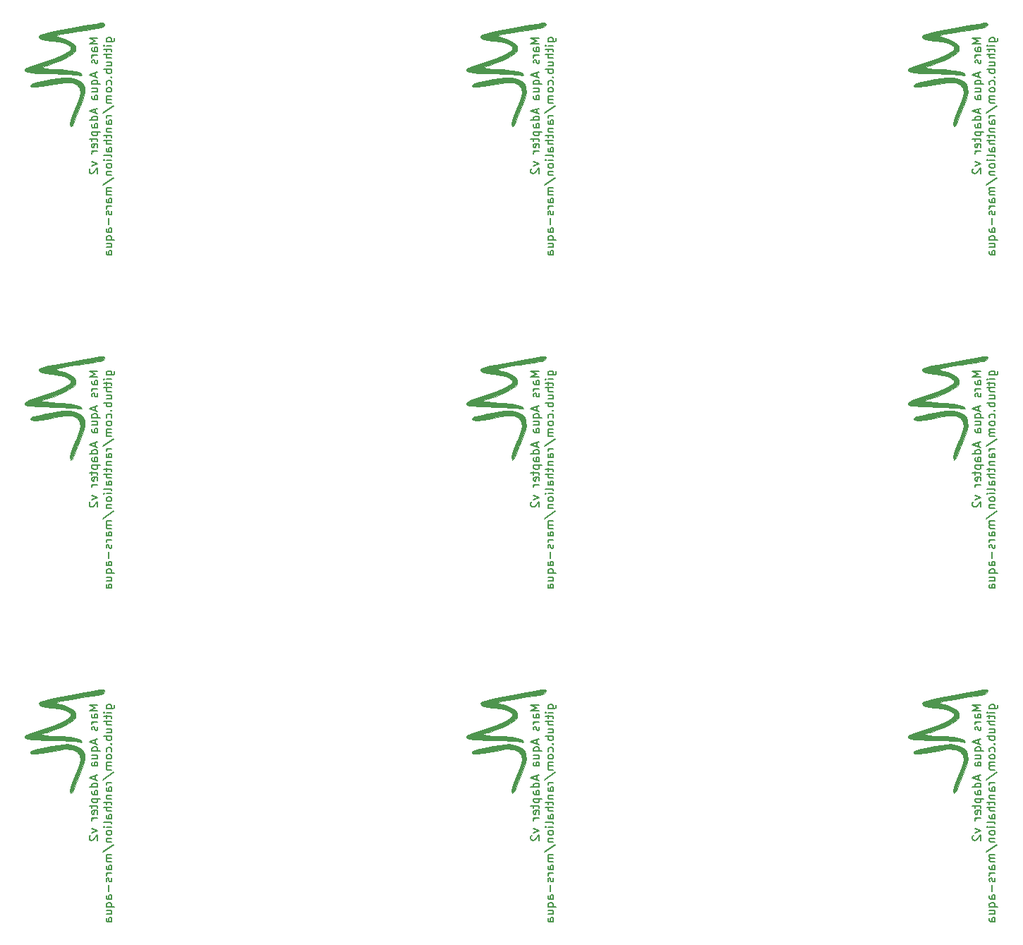
<source format=gbr>
G04 #@! TF.GenerationSoftware,KiCad,Pcbnew,(5.0.1)-3*
G04 #@! TF.CreationDate,2019-05-27T16:35:57-04:00*
G04 #@! TF.ProjectId,marsaqua_panel,6D617273617175615F70616E656C2E6B,rev?*
G04 #@! TF.SameCoordinates,Original*
G04 #@! TF.FileFunction,Legend,Bot*
G04 #@! TF.FilePolarity,Positive*
%FSLAX46Y46*%
G04 Gerber Fmt 4.6, Leading zero omitted, Abs format (unit mm)*
G04 Created by KiCad (PCBNEW (5.0.1)-3) date 5/27/2019 4:35:57 PM*
%MOMM*%
%LPD*%
G01*
G04 APERTURE LIST*
%ADD10C,0.200000*%
%ADD11C,0.010000*%
G04 APERTURE END LIST*
D10*
X149403040Y-112749275D02*
X148403040Y-112749275D01*
X149117326Y-113082608D01*
X148403040Y-113415941D01*
X149403040Y-113415941D01*
X149403040Y-114320703D02*
X148879231Y-114320703D01*
X148783993Y-114273084D01*
X148736374Y-114177846D01*
X148736374Y-113987370D01*
X148783993Y-113892132D01*
X149355421Y-114320703D02*
X149403040Y-114225465D01*
X149403040Y-113987370D01*
X149355421Y-113892132D01*
X149260183Y-113844513D01*
X149164945Y-113844513D01*
X149069707Y-113892132D01*
X149022088Y-113987370D01*
X149022088Y-114225465D01*
X148974469Y-114320703D01*
X149403040Y-114796894D02*
X148736374Y-114796894D01*
X148926850Y-114796894D02*
X148831612Y-114844513D01*
X148783993Y-114892132D01*
X148736374Y-114987370D01*
X148736374Y-115082608D01*
X149355421Y-115368322D02*
X149403040Y-115463560D01*
X149403040Y-115654037D01*
X149355421Y-115749275D01*
X149260183Y-115796894D01*
X149212564Y-115796894D01*
X149117326Y-115749275D01*
X149069707Y-115654037D01*
X149069707Y-115511180D01*
X149022088Y-115415941D01*
X148926850Y-115368322D01*
X148879231Y-115368322D01*
X148783993Y-115415941D01*
X148736374Y-115511180D01*
X148736374Y-115654037D01*
X148783993Y-115749275D01*
X149117326Y-116939751D02*
X149117326Y-117415941D01*
X149403040Y-116844513D02*
X148403040Y-117177846D01*
X149403040Y-117511180D01*
X148736374Y-118273084D02*
X149736374Y-118273084D01*
X149355421Y-118273084D02*
X149403040Y-118177846D01*
X149403040Y-117987370D01*
X149355421Y-117892132D01*
X149307802Y-117844513D01*
X149212564Y-117796894D01*
X148926850Y-117796894D01*
X148831612Y-117844513D01*
X148783993Y-117892132D01*
X148736374Y-117987370D01*
X148736374Y-118177846D01*
X148783993Y-118273084D01*
X148736374Y-119177846D02*
X149403040Y-119177846D01*
X148736374Y-118749275D02*
X149260183Y-118749275D01*
X149355421Y-118796894D01*
X149403040Y-118892132D01*
X149403040Y-119034989D01*
X149355421Y-119130227D01*
X149307802Y-119177846D01*
X149403040Y-120082608D02*
X148879231Y-120082608D01*
X148783993Y-120034989D01*
X148736374Y-119939751D01*
X148736374Y-119749275D01*
X148783993Y-119654037D01*
X149355421Y-120082608D02*
X149403040Y-119987370D01*
X149403040Y-119749275D01*
X149355421Y-119654037D01*
X149260183Y-119606418D01*
X149164945Y-119606418D01*
X149069707Y-119654037D01*
X149022088Y-119749275D01*
X149022088Y-119987370D01*
X148974469Y-120082608D01*
X149117326Y-121273084D02*
X149117326Y-121749275D01*
X149403040Y-121177846D02*
X148403040Y-121511180D01*
X149403040Y-121844513D01*
X149403040Y-122606418D02*
X148403040Y-122606418D01*
X149355421Y-122606418D02*
X149403040Y-122511180D01*
X149403040Y-122320703D01*
X149355421Y-122225465D01*
X149307802Y-122177846D01*
X149212564Y-122130227D01*
X148926850Y-122130227D01*
X148831612Y-122177846D01*
X148783993Y-122225465D01*
X148736374Y-122320703D01*
X148736374Y-122511180D01*
X148783993Y-122606418D01*
X149403040Y-123511180D02*
X148879231Y-123511180D01*
X148783993Y-123463560D01*
X148736374Y-123368322D01*
X148736374Y-123177846D01*
X148783993Y-123082608D01*
X149355421Y-123511180D02*
X149403040Y-123415941D01*
X149403040Y-123177846D01*
X149355421Y-123082608D01*
X149260183Y-123034989D01*
X149164945Y-123034989D01*
X149069707Y-123082608D01*
X149022088Y-123177846D01*
X149022088Y-123415941D01*
X148974469Y-123511180D01*
X148736374Y-123987370D02*
X149736374Y-123987370D01*
X148783993Y-123987370D02*
X148736374Y-124082608D01*
X148736374Y-124273084D01*
X148783993Y-124368322D01*
X148831612Y-124415941D01*
X148926850Y-124463560D01*
X149212564Y-124463560D01*
X149307802Y-124415941D01*
X149355421Y-124368322D01*
X149403040Y-124273084D01*
X149403040Y-124082608D01*
X149355421Y-123987370D01*
X148736374Y-124749275D02*
X148736374Y-125130227D01*
X148403040Y-124892132D02*
X149260183Y-124892132D01*
X149355421Y-124939751D01*
X149403040Y-125034989D01*
X149403040Y-125130227D01*
X149355421Y-125844513D02*
X149403040Y-125749275D01*
X149403040Y-125558799D01*
X149355421Y-125463560D01*
X149260183Y-125415941D01*
X148879231Y-125415941D01*
X148783993Y-125463560D01*
X148736374Y-125558799D01*
X148736374Y-125749275D01*
X148783993Y-125844513D01*
X148879231Y-125892132D01*
X148974469Y-125892132D01*
X149069707Y-125415941D01*
X149403040Y-126320703D02*
X148736374Y-126320703D01*
X148926850Y-126320703D02*
X148831612Y-126368322D01*
X148783993Y-126415941D01*
X148736374Y-126511180D01*
X148736374Y-126606418D01*
X148736374Y-127606418D02*
X149403040Y-127844513D01*
X148736374Y-128082608D01*
X148498279Y-128415941D02*
X148450660Y-128463560D01*
X148403040Y-128558799D01*
X148403040Y-128796894D01*
X148450660Y-128892132D01*
X148498279Y-128939751D01*
X148593517Y-128987370D01*
X148688755Y-128987370D01*
X148831612Y-128939751D01*
X149403040Y-128368322D01*
X149403040Y-128987370D01*
X150436374Y-113177846D02*
X151245898Y-113177846D01*
X151341136Y-113130227D01*
X151388755Y-113082608D01*
X151436374Y-112987370D01*
X151436374Y-112844513D01*
X151388755Y-112749275D01*
X151055421Y-113177846D02*
X151103040Y-113082608D01*
X151103040Y-112892132D01*
X151055421Y-112796894D01*
X151007802Y-112749275D01*
X150912564Y-112701656D01*
X150626850Y-112701656D01*
X150531612Y-112749275D01*
X150483993Y-112796894D01*
X150436374Y-112892132D01*
X150436374Y-113082608D01*
X150483993Y-113177846D01*
X151103040Y-113654037D02*
X150436374Y-113654037D01*
X150103040Y-113654037D02*
X150150660Y-113606418D01*
X150198279Y-113654037D01*
X150150660Y-113701656D01*
X150103040Y-113654037D01*
X150198279Y-113654037D01*
X150436374Y-113987370D02*
X150436374Y-114368322D01*
X150103040Y-114130227D02*
X150960183Y-114130227D01*
X151055421Y-114177846D01*
X151103040Y-114273084D01*
X151103040Y-114368322D01*
X151103040Y-114701656D02*
X150103040Y-114701656D01*
X151103040Y-115130227D02*
X150579231Y-115130227D01*
X150483993Y-115082608D01*
X150436374Y-114987370D01*
X150436374Y-114844513D01*
X150483993Y-114749275D01*
X150531612Y-114701656D01*
X150436374Y-116034989D02*
X151103040Y-116034989D01*
X150436374Y-115606418D02*
X150960183Y-115606418D01*
X151055421Y-115654037D01*
X151103040Y-115749275D01*
X151103040Y-115892132D01*
X151055421Y-115987370D01*
X151007802Y-116034989D01*
X151103040Y-116511180D02*
X150103040Y-116511180D01*
X150483993Y-116511180D02*
X150436374Y-116606418D01*
X150436374Y-116796894D01*
X150483993Y-116892132D01*
X150531612Y-116939751D01*
X150626850Y-116987370D01*
X150912564Y-116987370D01*
X151007802Y-116939751D01*
X151055421Y-116892132D01*
X151103040Y-116796894D01*
X151103040Y-116606418D01*
X151055421Y-116511180D01*
X151007802Y-117415941D02*
X151055421Y-117463560D01*
X151103040Y-117415941D01*
X151055421Y-117368322D01*
X151007802Y-117415941D01*
X151103040Y-117415941D01*
X151055421Y-118320703D02*
X151103040Y-118225465D01*
X151103040Y-118034989D01*
X151055421Y-117939751D01*
X151007802Y-117892132D01*
X150912564Y-117844513D01*
X150626850Y-117844513D01*
X150531612Y-117892132D01*
X150483993Y-117939751D01*
X150436374Y-118034989D01*
X150436374Y-118225465D01*
X150483993Y-118320703D01*
X151103040Y-118892132D02*
X151055421Y-118796894D01*
X151007802Y-118749275D01*
X150912564Y-118701656D01*
X150626850Y-118701656D01*
X150531612Y-118749275D01*
X150483993Y-118796894D01*
X150436374Y-118892132D01*
X150436374Y-119034989D01*
X150483993Y-119130227D01*
X150531612Y-119177846D01*
X150626850Y-119225465D01*
X150912564Y-119225465D01*
X151007802Y-119177846D01*
X151055421Y-119130227D01*
X151103040Y-119034989D01*
X151103040Y-118892132D01*
X151103040Y-119654037D02*
X150436374Y-119654037D01*
X150531612Y-119654037D02*
X150483993Y-119701656D01*
X150436374Y-119796894D01*
X150436374Y-119939751D01*
X150483993Y-120034989D01*
X150579231Y-120082608D01*
X151103040Y-120082608D01*
X150579231Y-120082608D02*
X150483993Y-120130227D01*
X150436374Y-120225465D01*
X150436374Y-120368322D01*
X150483993Y-120463560D01*
X150579231Y-120511180D01*
X151103040Y-120511180D01*
X150055421Y-121701656D02*
X151341136Y-120844513D01*
X151103040Y-122034989D02*
X150436374Y-122034989D01*
X150626850Y-122034989D02*
X150531612Y-122082608D01*
X150483993Y-122130227D01*
X150436374Y-122225465D01*
X150436374Y-122320703D01*
X151103040Y-123082608D02*
X150579231Y-123082608D01*
X150483993Y-123034989D01*
X150436374Y-122939751D01*
X150436374Y-122749275D01*
X150483993Y-122654037D01*
X151055421Y-123082608D02*
X151103040Y-122987370D01*
X151103040Y-122749275D01*
X151055421Y-122654037D01*
X150960183Y-122606418D01*
X150864945Y-122606418D01*
X150769707Y-122654037D01*
X150722088Y-122749275D01*
X150722088Y-122987370D01*
X150674469Y-123082608D01*
X150436374Y-123558799D02*
X151103040Y-123558799D01*
X150531612Y-123558799D02*
X150483993Y-123606418D01*
X150436374Y-123701656D01*
X150436374Y-123844513D01*
X150483993Y-123939751D01*
X150579231Y-123987370D01*
X151103040Y-123987370D01*
X150436374Y-124320703D02*
X150436374Y-124701656D01*
X150103040Y-124463560D02*
X150960183Y-124463560D01*
X151055421Y-124511180D01*
X151103040Y-124606418D01*
X151103040Y-124701656D01*
X151103040Y-125034989D02*
X150103040Y-125034989D01*
X151103040Y-125463560D02*
X150579231Y-125463560D01*
X150483993Y-125415941D01*
X150436374Y-125320703D01*
X150436374Y-125177846D01*
X150483993Y-125082608D01*
X150531612Y-125034989D01*
X151103040Y-126368322D02*
X150579231Y-126368322D01*
X150483993Y-126320703D01*
X150436374Y-126225465D01*
X150436374Y-126034989D01*
X150483993Y-125939751D01*
X151055421Y-126368322D02*
X151103040Y-126273084D01*
X151103040Y-126034989D01*
X151055421Y-125939751D01*
X150960183Y-125892132D01*
X150864945Y-125892132D01*
X150769707Y-125939751D01*
X150722088Y-126034989D01*
X150722088Y-126273084D01*
X150674469Y-126368322D01*
X151103040Y-126987370D02*
X151055421Y-126892132D01*
X150960183Y-126844513D01*
X150103040Y-126844513D01*
X151103040Y-127368322D02*
X150436374Y-127368322D01*
X150103040Y-127368322D02*
X150150660Y-127320703D01*
X150198279Y-127368322D01*
X150150660Y-127415941D01*
X150103040Y-127368322D01*
X150198279Y-127368322D01*
X151103040Y-127987370D02*
X151055421Y-127892132D01*
X151007802Y-127844513D01*
X150912564Y-127796894D01*
X150626850Y-127796894D01*
X150531612Y-127844513D01*
X150483993Y-127892132D01*
X150436374Y-127987370D01*
X150436374Y-128130227D01*
X150483993Y-128225465D01*
X150531612Y-128273084D01*
X150626850Y-128320703D01*
X150912564Y-128320703D01*
X151007802Y-128273084D01*
X151055421Y-128225465D01*
X151103040Y-128130227D01*
X151103040Y-127987370D01*
X150436374Y-128749275D02*
X151103040Y-128749275D01*
X150531612Y-128749275D02*
X150483993Y-128796894D01*
X150436374Y-128892132D01*
X150436374Y-129034989D01*
X150483993Y-129130227D01*
X150579231Y-129177846D01*
X151103040Y-129177846D01*
X150055421Y-130368322D02*
X151341136Y-129511180D01*
X151103040Y-130701656D02*
X150436374Y-130701656D01*
X150531612Y-130701656D02*
X150483993Y-130749275D01*
X150436374Y-130844513D01*
X150436374Y-130987370D01*
X150483993Y-131082608D01*
X150579231Y-131130227D01*
X151103040Y-131130227D01*
X150579231Y-131130227D02*
X150483993Y-131177846D01*
X150436374Y-131273084D01*
X150436374Y-131415941D01*
X150483993Y-131511180D01*
X150579231Y-131558799D01*
X151103040Y-131558799D01*
X151103040Y-132463560D02*
X150579231Y-132463560D01*
X150483993Y-132415941D01*
X150436374Y-132320703D01*
X150436374Y-132130227D01*
X150483993Y-132034989D01*
X151055421Y-132463560D02*
X151103040Y-132368322D01*
X151103040Y-132130227D01*
X151055421Y-132034989D01*
X150960183Y-131987370D01*
X150864945Y-131987370D01*
X150769707Y-132034989D01*
X150722088Y-132130227D01*
X150722088Y-132368322D01*
X150674469Y-132463560D01*
X151103040Y-132939751D02*
X150436374Y-132939751D01*
X150626850Y-132939751D02*
X150531612Y-132987370D01*
X150483993Y-133034989D01*
X150436374Y-133130227D01*
X150436374Y-133225465D01*
X151055421Y-133511180D02*
X151103040Y-133606418D01*
X151103040Y-133796894D01*
X151055421Y-133892132D01*
X150960183Y-133939751D01*
X150912564Y-133939751D01*
X150817326Y-133892132D01*
X150769707Y-133796894D01*
X150769707Y-133654037D01*
X150722088Y-133558799D01*
X150626850Y-133511180D01*
X150579231Y-133511180D01*
X150483993Y-133558799D01*
X150436374Y-133654037D01*
X150436374Y-133796894D01*
X150483993Y-133892132D01*
X150722088Y-134368322D02*
X150722088Y-135130227D01*
X151103040Y-136034989D02*
X150579231Y-136034989D01*
X150483993Y-135987370D01*
X150436374Y-135892132D01*
X150436374Y-135701656D01*
X150483993Y-135606418D01*
X151055421Y-136034989D02*
X151103040Y-135939751D01*
X151103040Y-135701656D01*
X151055421Y-135606418D01*
X150960183Y-135558799D01*
X150864945Y-135558799D01*
X150769707Y-135606418D01*
X150722088Y-135701656D01*
X150722088Y-135939751D01*
X150674469Y-136034989D01*
X150436374Y-136939751D02*
X151436374Y-136939751D01*
X151055421Y-136939751D02*
X151103040Y-136844513D01*
X151103040Y-136654037D01*
X151055421Y-136558799D01*
X151007802Y-136511180D01*
X150912564Y-136463560D01*
X150626850Y-136463560D01*
X150531612Y-136511180D01*
X150483993Y-136558799D01*
X150436374Y-136654037D01*
X150436374Y-136844513D01*
X150483993Y-136939751D01*
X150436374Y-137844513D02*
X151103040Y-137844513D01*
X150436374Y-137415941D02*
X150960183Y-137415941D01*
X151055421Y-137463560D01*
X151103040Y-137558799D01*
X151103040Y-137701656D01*
X151055421Y-137796894D01*
X151007802Y-137844513D01*
X151103040Y-138749275D02*
X150579231Y-138749275D01*
X150483993Y-138701656D01*
X150436374Y-138606418D01*
X150436374Y-138415941D01*
X150483993Y-138320703D01*
X151055421Y-138749275D02*
X151103040Y-138654037D01*
X151103040Y-138415941D01*
X151055421Y-138320703D01*
X150960183Y-138273084D01*
X150864945Y-138273084D01*
X150769707Y-138320703D01*
X150722088Y-138415941D01*
X150722088Y-138654037D01*
X150674469Y-138749275D01*
X96403040Y-112749275D02*
X95403040Y-112749275D01*
X96117326Y-113082608D01*
X95403040Y-113415941D01*
X96403040Y-113415941D01*
X96403040Y-114320703D02*
X95879231Y-114320703D01*
X95783993Y-114273084D01*
X95736374Y-114177846D01*
X95736374Y-113987370D01*
X95783993Y-113892132D01*
X96355421Y-114320703D02*
X96403040Y-114225465D01*
X96403040Y-113987370D01*
X96355421Y-113892132D01*
X96260183Y-113844513D01*
X96164945Y-113844513D01*
X96069707Y-113892132D01*
X96022088Y-113987370D01*
X96022088Y-114225465D01*
X95974469Y-114320703D01*
X96403040Y-114796894D02*
X95736374Y-114796894D01*
X95926850Y-114796894D02*
X95831612Y-114844513D01*
X95783993Y-114892132D01*
X95736374Y-114987370D01*
X95736374Y-115082608D01*
X96355421Y-115368322D02*
X96403040Y-115463560D01*
X96403040Y-115654037D01*
X96355421Y-115749275D01*
X96260183Y-115796894D01*
X96212564Y-115796894D01*
X96117326Y-115749275D01*
X96069707Y-115654037D01*
X96069707Y-115511180D01*
X96022088Y-115415941D01*
X95926850Y-115368322D01*
X95879231Y-115368322D01*
X95783993Y-115415941D01*
X95736374Y-115511180D01*
X95736374Y-115654037D01*
X95783993Y-115749275D01*
X96117326Y-116939751D02*
X96117326Y-117415941D01*
X96403040Y-116844513D02*
X95403040Y-117177846D01*
X96403040Y-117511180D01*
X95736374Y-118273084D02*
X96736374Y-118273084D01*
X96355421Y-118273084D02*
X96403040Y-118177846D01*
X96403040Y-117987370D01*
X96355421Y-117892132D01*
X96307802Y-117844513D01*
X96212564Y-117796894D01*
X95926850Y-117796894D01*
X95831612Y-117844513D01*
X95783993Y-117892132D01*
X95736374Y-117987370D01*
X95736374Y-118177846D01*
X95783993Y-118273084D01*
X95736374Y-119177846D02*
X96403040Y-119177846D01*
X95736374Y-118749275D02*
X96260183Y-118749275D01*
X96355421Y-118796894D01*
X96403040Y-118892132D01*
X96403040Y-119034989D01*
X96355421Y-119130227D01*
X96307802Y-119177846D01*
X96403040Y-120082608D02*
X95879231Y-120082608D01*
X95783993Y-120034989D01*
X95736374Y-119939751D01*
X95736374Y-119749275D01*
X95783993Y-119654037D01*
X96355421Y-120082608D02*
X96403040Y-119987370D01*
X96403040Y-119749275D01*
X96355421Y-119654037D01*
X96260183Y-119606418D01*
X96164945Y-119606418D01*
X96069707Y-119654037D01*
X96022088Y-119749275D01*
X96022088Y-119987370D01*
X95974469Y-120082608D01*
X96117326Y-121273084D02*
X96117326Y-121749275D01*
X96403040Y-121177846D02*
X95403040Y-121511180D01*
X96403040Y-121844513D01*
X96403040Y-122606418D02*
X95403040Y-122606418D01*
X96355421Y-122606418D02*
X96403040Y-122511180D01*
X96403040Y-122320703D01*
X96355421Y-122225465D01*
X96307802Y-122177846D01*
X96212564Y-122130227D01*
X95926850Y-122130227D01*
X95831612Y-122177846D01*
X95783993Y-122225465D01*
X95736374Y-122320703D01*
X95736374Y-122511180D01*
X95783993Y-122606418D01*
X96403040Y-123511180D02*
X95879231Y-123511180D01*
X95783993Y-123463560D01*
X95736374Y-123368322D01*
X95736374Y-123177846D01*
X95783993Y-123082608D01*
X96355421Y-123511180D02*
X96403040Y-123415941D01*
X96403040Y-123177846D01*
X96355421Y-123082608D01*
X96260183Y-123034989D01*
X96164945Y-123034989D01*
X96069707Y-123082608D01*
X96022088Y-123177846D01*
X96022088Y-123415941D01*
X95974469Y-123511180D01*
X95736374Y-123987370D02*
X96736374Y-123987370D01*
X95783993Y-123987370D02*
X95736374Y-124082608D01*
X95736374Y-124273084D01*
X95783993Y-124368322D01*
X95831612Y-124415941D01*
X95926850Y-124463560D01*
X96212564Y-124463560D01*
X96307802Y-124415941D01*
X96355421Y-124368322D01*
X96403040Y-124273084D01*
X96403040Y-124082608D01*
X96355421Y-123987370D01*
X95736374Y-124749275D02*
X95736374Y-125130227D01*
X95403040Y-124892132D02*
X96260183Y-124892132D01*
X96355421Y-124939751D01*
X96403040Y-125034989D01*
X96403040Y-125130227D01*
X96355421Y-125844513D02*
X96403040Y-125749275D01*
X96403040Y-125558799D01*
X96355421Y-125463560D01*
X96260183Y-125415941D01*
X95879231Y-125415941D01*
X95783993Y-125463560D01*
X95736374Y-125558799D01*
X95736374Y-125749275D01*
X95783993Y-125844513D01*
X95879231Y-125892132D01*
X95974469Y-125892132D01*
X96069707Y-125415941D01*
X96403040Y-126320703D02*
X95736374Y-126320703D01*
X95926850Y-126320703D02*
X95831612Y-126368322D01*
X95783993Y-126415941D01*
X95736374Y-126511180D01*
X95736374Y-126606418D01*
X95736374Y-127606418D02*
X96403040Y-127844513D01*
X95736374Y-128082608D01*
X95498279Y-128415941D02*
X95450660Y-128463560D01*
X95403040Y-128558799D01*
X95403040Y-128796894D01*
X95450660Y-128892132D01*
X95498279Y-128939751D01*
X95593517Y-128987370D01*
X95688755Y-128987370D01*
X95831612Y-128939751D01*
X96403040Y-128368322D01*
X96403040Y-128987370D01*
X97436374Y-113177846D02*
X98245898Y-113177846D01*
X98341136Y-113130227D01*
X98388755Y-113082608D01*
X98436374Y-112987370D01*
X98436374Y-112844513D01*
X98388755Y-112749275D01*
X98055421Y-113177846D02*
X98103040Y-113082608D01*
X98103040Y-112892132D01*
X98055421Y-112796894D01*
X98007802Y-112749275D01*
X97912564Y-112701656D01*
X97626850Y-112701656D01*
X97531612Y-112749275D01*
X97483993Y-112796894D01*
X97436374Y-112892132D01*
X97436374Y-113082608D01*
X97483993Y-113177846D01*
X98103040Y-113654037D02*
X97436374Y-113654037D01*
X97103040Y-113654037D02*
X97150660Y-113606418D01*
X97198279Y-113654037D01*
X97150660Y-113701656D01*
X97103040Y-113654037D01*
X97198279Y-113654037D01*
X97436374Y-113987370D02*
X97436374Y-114368322D01*
X97103040Y-114130227D02*
X97960183Y-114130227D01*
X98055421Y-114177846D01*
X98103040Y-114273084D01*
X98103040Y-114368322D01*
X98103040Y-114701656D02*
X97103040Y-114701656D01*
X98103040Y-115130227D02*
X97579231Y-115130227D01*
X97483993Y-115082608D01*
X97436374Y-114987370D01*
X97436374Y-114844513D01*
X97483993Y-114749275D01*
X97531612Y-114701656D01*
X97436374Y-116034989D02*
X98103040Y-116034989D01*
X97436374Y-115606418D02*
X97960183Y-115606418D01*
X98055421Y-115654037D01*
X98103040Y-115749275D01*
X98103040Y-115892132D01*
X98055421Y-115987370D01*
X98007802Y-116034989D01*
X98103040Y-116511180D02*
X97103040Y-116511180D01*
X97483993Y-116511180D02*
X97436374Y-116606418D01*
X97436374Y-116796894D01*
X97483993Y-116892132D01*
X97531612Y-116939751D01*
X97626850Y-116987370D01*
X97912564Y-116987370D01*
X98007802Y-116939751D01*
X98055421Y-116892132D01*
X98103040Y-116796894D01*
X98103040Y-116606418D01*
X98055421Y-116511180D01*
X98007802Y-117415941D02*
X98055421Y-117463560D01*
X98103040Y-117415941D01*
X98055421Y-117368322D01*
X98007802Y-117415941D01*
X98103040Y-117415941D01*
X98055421Y-118320703D02*
X98103040Y-118225465D01*
X98103040Y-118034989D01*
X98055421Y-117939751D01*
X98007802Y-117892132D01*
X97912564Y-117844513D01*
X97626850Y-117844513D01*
X97531612Y-117892132D01*
X97483993Y-117939751D01*
X97436374Y-118034989D01*
X97436374Y-118225465D01*
X97483993Y-118320703D01*
X98103040Y-118892132D02*
X98055421Y-118796894D01*
X98007802Y-118749275D01*
X97912564Y-118701656D01*
X97626850Y-118701656D01*
X97531612Y-118749275D01*
X97483993Y-118796894D01*
X97436374Y-118892132D01*
X97436374Y-119034989D01*
X97483993Y-119130227D01*
X97531612Y-119177846D01*
X97626850Y-119225465D01*
X97912564Y-119225465D01*
X98007802Y-119177846D01*
X98055421Y-119130227D01*
X98103040Y-119034989D01*
X98103040Y-118892132D01*
X98103040Y-119654037D02*
X97436374Y-119654037D01*
X97531612Y-119654037D02*
X97483993Y-119701656D01*
X97436374Y-119796894D01*
X97436374Y-119939751D01*
X97483993Y-120034989D01*
X97579231Y-120082608D01*
X98103040Y-120082608D01*
X97579231Y-120082608D02*
X97483993Y-120130227D01*
X97436374Y-120225465D01*
X97436374Y-120368322D01*
X97483993Y-120463560D01*
X97579231Y-120511180D01*
X98103040Y-120511180D01*
X97055421Y-121701656D02*
X98341136Y-120844513D01*
X98103040Y-122034989D02*
X97436374Y-122034989D01*
X97626850Y-122034989D02*
X97531612Y-122082608D01*
X97483993Y-122130227D01*
X97436374Y-122225465D01*
X97436374Y-122320703D01*
X98103040Y-123082608D02*
X97579231Y-123082608D01*
X97483993Y-123034989D01*
X97436374Y-122939751D01*
X97436374Y-122749275D01*
X97483993Y-122654037D01*
X98055421Y-123082608D02*
X98103040Y-122987370D01*
X98103040Y-122749275D01*
X98055421Y-122654037D01*
X97960183Y-122606418D01*
X97864945Y-122606418D01*
X97769707Y-122654037D01*
X97722088Y-122749275D01*
X97722088Y-122987370D01*
X97674469Y-123082608D01*
X97436374Y-123558799D02*
X98103040Y-123558799D01*
X97531612Y-123558799D02*
X97483993Y-123606418D01*
X97436374Y-123701656D01*
X97436374Y-123844513D01*
X97483993Y-123939751D01*
X97579231Y-123987370D01*
X98103040Y-123987370D01*
X97436374Y-124320703D02*
X97436374Y-124701656D01*
X97103040Y-124463560D02*
X97960183Y-124463560D01*
X98055421Y-124511180D01*
X98103040Y-124606418D01*
X98103040Y-124701656D01*
X98103040Y-125034989D02*
X97103040Y-125034989D01*
X98103040Y-125463560D02*
X97579231Y-125463560D01*
X97483993Y-125415941D01*
X97436374Y-125320703D01*
X97436374Y-125177846D01*
X97483993Y-125082608D01*
X97531612Y-125034989D01*
X98103040Y-126368322D02*
X97579231Y-126368322D01*
X97483993Y-126320703D01*
X97436374Y-126225465D01*
X97436374Y-126034989D01*
X97483993Y-125939751D01*
X98055421Y-126368322D02*
X98103040Y-126273084D01*
X98103040Y-126034989D01*
X98055421Y-125939751D01*
X97960183Y-125892132D01*
X97864945Y-125892132D01*
X97769707Y-125939751D01*
X97722088Y-126034989D01*
X97722088Y-126273084D01*
X97674469Y-126368322D01*
X98103040Y-126987370D02*
X98055421Y-126892132D01*
X97960183Y-126844513D01*
X97103040Y-126844513D01*
X98103040Y-127368322D02*
X97436374Y-127368322D01*
X97103040Y-127368322D02*
X97150660Y-127320703D01*
X97198279Y-127368322D01*
X97150660Y-127415941D01*
X97103040Y-127368322D01*
X97198279Y-127368322D01*
X98103040Y-127987370D02*
X98055421Y-127892132D01*
X98007802Y-127844513D01*
X97912564Y-127796894D01*
X97626850Y-127796894D01*
X97531612Y-127844513D01*
X97483993Y-127892132D01*
X97436374Y-127987370D01*
X97436374Y-128130227D01*
X97483993Y-128225465D01*
X97531612Y-128273084D01*
X97626850Y-128320703D01*
X97912564Y-128320703D01*
X98007802Y-128273084D01*
X98055421Y-128225465D01*
X98103040Y-128130227D01*
X98103040Y-127987370D01*
X97436374Y-128749275D02*
X98103040Y-128749275D01*
X97531612Y-128749275D02*
X97483993Y-128796894D01*
X97436374Y-128892132D01*
X97436374Y-129034989D01*
X97483993Y-129130227D01*
X97579231Y-129177846D01*
X98103040Y-129177846D01*
X97055421Y-130368322D02*
X98341136Y-129511180D01*
X98103040Y-130701656D02*
X97436374Y-130701656D01*
X97531612Y-130701656D02*
X97483993Y-130749275D01*
X97436374Y-130844513D01*
X97436374Y-130987370D01*
X97483993Y-131082608D01*
X97579231Y-131130227D01*
X98103040Y-131130227D01*
X97579231Y-131130227D02*
X97483993Y-131177846D01*
X97436374Y-131273084D01*
X97436374Y-131415941D01*
X97483993Y-131511180D01*
X97579231Y-131558799D01*
X98103040Y-131558799D01*
X98103040Y-132463560D02*
X97579231Y-132463560D01*
X97483993Y-132415941D01*
X97436374Y-132320703D01*
X97436374Y-132130227D01*
X97483993Y-132034989D01*
X98055421Y-132463560D02*
X98103040Y-132368322D01*
X98103040Y-132130227D01*
X98055421Y-132034989D01*
X97960183Y-131987370D01*
X97864945Y-131987370D01*
X97769707Y-132034989D01*
X97722088Y-132130227D01*
X97722088Y-132368322D01*
X97674469Y-132463560D01*
X98103040Y-132939751D02*
X97436374Y-132939751D01*
X97626850Y-132939751D02*
X97531612Y-132987370D01*
X97483993Y-133034989D01*
X97436374Y-133130227D01*
X97436374Y-133225465D01*
X98055421Y-133511180D02*
X98103040Y-133606418D01*
X98103040Y-133796894D01*
X98055421Y-133892132D01*
X97960183Y-133939751D01*
X97912564Y-133939751D01*
X97817326Y-133892132D01*
X97769707Y-133796894D01*
X97769707Y-133654037D01*
X97722088Y-133558799D01*
X97626850Y-133511180D01*
X97579231Y-133511180D01*
X97483993Y-133558799D01*
X97436374Y-133654037D01*
X97436374Y-133796894D01*
X97483993Y-133892132D01*
X97722088Y-134368322D02*
X97722088Y-135130227D01*
X98103040Y-136034989D02*
X97579231Y-136034989D01*
X97483993Y-135987370D01*
X97436374Y-135892132D01*
X97436374Y-135701656D01*
X97483993Y-135606418D01*
X98055421Y-136034989D02*
X98103040Y-135939751D01*
X98103040Y-135701656D01*
X98055421Y-135606418D01*
X97960183Y-135558799D01*
X97864945Y-135558799D01*
X97769707Y-135606418D01*
X97722088Y-135701656D01*
X97722088Y-135939751D01*
X97674469Y-136034989D01*
X97436374Y-136939751D02*
X98436374Y-136939751D01*
X98055421Y-136939751D02*
X98103040Y-136844513D01*
X98103040Y-136654037D01*
X98055421Y-136558799D01*
X98007802Y-136511180D01*
X97912564Y-136463560D01*
X97626850Y-136463560D01*
X97531612Y-136511180D01*
X97483993Y-136558799D01*
X97436374Y-136654037D01*
X97436374Y-136844513D01*
X97483993Y-136939751D01*
X97436374Y-137844513D02*
X98103040Y-137844513D01*
X97436374Y-137415941D02*
X97960183Y-137415941D01*
X98055421Y-137463560D01*
X98103040Y-137558799D01*
X98103040Y-137701656D01*
X98055421Y-137796894D01*
X98007802Y-137844513D01*
X98103040Y-138749275D02*
X97579231Y-138749275D01*
X97483993Y-138701656D01*
X97436374Y-138606418D01*
X97436374Y-138415941D01*
X97483993Y-138320703D01*
X98055421Y-138749275D02*
X98103040Y-138654037D01*
X98103040Y-138415941D01*
X98055421Y-138320703D01*
X97960183Y-138273084D01*
X97864945Y-138273084D01*
X97769707Y-138320703D01*
X97722088Y-138415941D01*
X97722088Y-138654037D01*
X97674469Y-138749275D01*
X43403040Y-112749275D02*
X42403040Y-112749275D01*
X43117326Y-113082608D01*
X42403040Y-113415941D01*
X43403040Y-113415941D01*
X43403040Y-114320703D02*
X42879231Y-114320703D01*
X42783993Y-114273084D01*
X42736374Y-114177846D01*
X42736374Y-113987370D01*
X42783993Y-113892132D01*
X43355421Y-114320703D02*
X43403040Y-114225465D01*
X43403040Y-113987370D01*
X43355421Y-113892132D01*
X43260183Y-113844513D01*
X43164945Y-113844513D01*
X43069707Y-113892132D01*
X43022088Y-113987370D01*
X43022088Y-114225465D01*
X42974469Y-114320703D01*
X43403040Y-114796894D02*
X42736374Y-114796894D01*
X42926850Y-114796894D02*
X42831612Y-114844513D01*
X42783993Y-114892132D01*
X42736374Y-114987370D01*
X42736374Y-115082608D01*
X43355421Y-115368322D02*
X43403040Y-115463560D01*
X43403040Y-115654037D01*
X43355421Y-115749275D01*
X43260183Y-115796894D01*
X43212564Y-115796894D01*
X43117326Y-115749275D01*
X43069707Y-115654037D01*
X43069707Y-115511180D01*
X43022088Y-115415941D01*
X42926850Y-115368322D01*
X42879231Y-115368322D01*
X42783993Y-115415941D01*
X42736374Y-115511180D01*
X42736374Y-115654037D01*
X42783993Y-115749275D01*
X43117326Y-116939751D02*
X43117326Y-117415941D01*
X43403040Y-116844513D02*
X42403040Y-117177846D01*
X43403040Y-117511180D01*
X42736374Y-118273084D02*
X43736374Y-118273084D01*
X43355421Y-118273084D02*
X43403040Y-118177846D01*
X43403040Y-117987370D01*
X43355421Y-117892132D01*
X43307802Y-117844513D01*
X43212564Y-117796894D01*
X42926850Y-117796894D01*
X42831612Y-117844513D01*
X42783993Y-117892132D01*
X42736374Y-117987370D01*
X42736374Y-118177846D01*
X42783993Y-118273084D01*
X42736374Y-119177846D02*
X43403040Y-119177846D01*
X42736374Y-118749275D02*
X43260183Y-118749275D01*
X43355421Y-118796894D01*
X43403040Y-118892132D01*
X43403040Y-119034989D01*
X43355421Y-119130227D01*
X43307802Y-119177846D01*
X43403040Y-120082608D02*
X42879231Y-120082608D01*
X42783993Y-120034989D01*
X42736374Y-119939751D01*
X42736374Y-119749275D01*
X42783993Y-119654037D01*
X43355421Y-120082608D02*
X43403040Y-119987370D01*
X43403040Y-119749275D01*
X43355421Y-119654037D01*
X43260183Y-119606418D01*
X43164945Y-119606418D01*
X43069707Y-119654037D01*
X43022088Y-119749275D01*
X43022088Y-119987370D01*
X42974469Y-120082608D01*
X43117326Y-121273084D02*
X43117326Y-121749275D01*
X43403040Y-121177846D02*
X42403040Y-121511180D01*
X43403040Y-121844513D01*
X43403040Y-122606418D02*
X42403040Y-122606418D01*
X43355421Y-122606418D02*
X43403040Y-122511180D01*
X43403040Y-122320703D01*
X43355421Y-122225465D01*
X43307802Y-122177846D01*
X43212564Y-122130227D01*
X42926850Y-122130227D01*
X42831612Y-122177846D01*
X42783993Y-122225465D01*
X42736374Y-122320703D01*
X42736374Y-122511180D01*
X42783993Y-122606418D01*
X43403040Y-123511180D02*
X42879231Y-123511180D01*
X42783993Y-123463560D01*
X42736374Y-123368322D01*
X42736374Y-123177846D01*
X42783993Y-123082608D01*
X43355421Y-123511180D02*
X43403040Y-123415941D01*
X43403040Y-123177846D01*
X43355421Y-123082608D01*
X43260183Y-123034989D01*
X43164945Y-123034989D01*
X43069707Y-123082608D01*
X43022088Y-123177846D01*
X43022088Y-123415941D01*
X42974469Y-123511180D01*
X42736374Y-123987370D02*
X43736374Y-123987370D01*
X42783993Y-123987370D02*
X42736374Y-124082608D01*
X42736374Y-124273084D01*
X42783993Y-124368322D01*
X42831612Y-124415941D01*
X42926850Y-124463560D01*
X43212564Y-124463560D01*
X43307802Y-124415941D01*
X43355421Y-124368322D01*
X43403040Y-124273084D01*
X43403040Y-124082608D01*
X43355421Y-123987370D01*
X42736374Y-124749275D02*
X42736374Y-125130227D01*
X42403040Y-124892132D02*
X43260183Y-124892132D01*
X43355421Y-124939751D01*
X43403040Y-125034989D01*
X43403040Y-125130227D01*
X43355421Y-125844513D02*
X43403040Y-125749275D01*
X43403040Y-125558799D01*
X43355421Y-125463560D01*
X43260183Y-125415941D01*
X42879231Y-125415941D01*
X42783993Y-125463560D01*
X42736374Y-125558799D01*
X42736374Y-125749275D01*
X42783993Y-125844513D01*
X42879231Y-125892132D01*
X42974469Y-125892132D01*
X43069707Y-125415941D01*
X43403040Y-126320703D02*
X42736374Y-126320703D01*
X42926850Y-126320703D02*
X42831612Y-126368322D01*
X42783993Y-126415941D01*
X42736374Y-126511180D01*
X42736374Y-126606418D01*
X42736374Y-127606418D02*
X43403040Y-127844513D01*
X42736374Y-128082608D01*
X42498279Y-128415941D02*
X42450660Y-128463560D01*
X42403040Y-128558799D01*
X42403040Y-128796894D01*
X42450660Y-128892132D01*
X42498279Y-128939751D01*
X42593517Y-128987370D01*
X42688755Y-128987370D01*
X42831612Y-128939751D01*
X43403040Y-128368322D01*
X43403040Y-128987370D01*
X44436374Y-113177846D02*
X45245898Y-113177846D01*
X45341136Y-113130227D01*
X45388755Y-113082608D01*
X45436374Y-112987370D01*
X45436374Y-112844513D01*
X45388755Y-112749275D01*
X45055421Y-113177846D02*
X45103040Y-113082608D01*
X45103040Y-112892132D01*
X45055421Y-112796894D01*
X45007802Y-112749275D01*
X44912564Y-112701656D01*
X44626850Y-112701656D01*
X44531612Y-112749275D01*
X44483993Y-112796894D01*
X44436374Y-112892132D01*
X44436374Y-113082608D01*
X44483993Y-113177846D01*
X45103040Y-113654037D02*
X44436374Y-113654037D01*
X44103040Y-113654037D02*
X44150660Y-113606418D01*
X44198279Y-113654037D01*
X44150660Y-113701656D01*
X44103040Y-113654037D01*
X44198279Y-113654037D01*
X44436374Y-113987370D02*
X44436374Y-114368322D01*
X44103040Y-114130227D02*
X44960183Y-114130227D01*
X45055421Y-114177846D01*
X45103040Y-114273084D01*
X45103040Y-114368322D01*
X45103040Y-114701656D02*
X44103040Y-114701656D01*
X45103040Y-115130227D02*
X44579231Y-115130227D01*
X44483993Y-115082608D01*
X44436374Y-114987370D01*
X44436374Y-114844513D01*
X44483993Y-114749275D01*
X44531612Y-114701656D01*
X44436374Y-116034989D02*
X45103040Y-116034989D01*
X44436374Y-115606418D02*
X44960183Y-115606418D01*
X45055421Y-115654037D01*
X45103040Y-115749275D01*
X45103040Y-115892132D01*
X45055421Y-115987370D01*
X45007802Y-116034989D01*
X45103040Y-116511180D02*
X44103040Y-116511180D01*
X44483993Y-116511180D02*
X44436374Y-116606418D01*
X44436374Y-116796894D01*
X44483993Y-116892132D01*
X44531612Y-116939751D01*
X44626850Y-116987370D01*
X44912564Y-116987370D01*
X45007802Y-116939751D01*
X45055421Y-116892132D01*
X45103040Y-116796894D01*
X45103040Y-116606418D01*
X45055421Y-116511180D01*
X45007802Y-117415941D02*
X45055421Y-117463560D01*
X45103040Y-117415941D01*
X45055421Y-117368322D01*
X45007802Y-117415941D01*
X45103040Y-117415941D01*
X45055421Y-118320703D02*
X45103040Y-118225465D01*
X45103040Y-118034989D01*
X45055421Y-117939751D01*
X45007802Y-117892132D01*
X44912564Y-117844513D01*
X44626850Y-117844513D01*
X44531612Y-117892132D01*
X44483993Y-117939751D01*
X44436374Y-118034989D01*
X44436374Y-118225465D01*
X44483993Y-118320703D01*
X45103040Y-118892132D02*
X45055421Y-118796894D01*
X45007802Y-118749275D01*
X44912564Y-118701656D01*
X44626850Y-118701656D01*
X44531612Y-118749275D01*
X44483993Y-118796894D01*
X44436374Y-118892132D01*
X44436374Y-119034989D01*
X44483993Y-119130227D01*
X44531612Y-119177846D01*
X44626850Y-119225465D01*
X44912564Y-119225465D01*
X45007802Y-119177846D01*
X45055421Y-119130227D01*
X45103040Y-119034989D01*
X45103040Y-118892132D01*
X45103040Y-119654037D02*
X44436374Y-119654037D01*
X44531612Y-119654037D02*
X44483993Y-119701656D01*
X44436374Y-119796894D01*
X44436374Y-119939751D01*
X44483993Y-120034989D01*
X44579231Y-120082608D01*
X45103040Y-120082608D01*
X44579231Y-120082608D02*
X44483993Y-120130227D01*
X44436374Y-120225465D01*
X44436374Y-120368322D01*
X44483993Y-120463560D01*
X44579231Y-120511180D01*
X45103040Y-120511180D01*
X44055421Y-121701656D02*
X45341136Y-120844513D01*
X45103040Y-122034989D02*
X44436374Y-122034989D01*
X44626850Y-122034989D02*
X44531612Y-122082608D01*
X44483993Y-122130227D01*
X44436374Y-122225465D01*
X44436374Y-122320703D01*
X45103040Y-123082608D02*
X44579231Y-123082608D01*
X44483993Y-123034989D01*
X44436374Y-122939751D01*
X44436374Y-122749275D01*
X44483993Y-122654037D01*
X45055421Y-123082608D02*
X45103040Y-122987370D01*
X45103040Y-122749275D01*
X45055421Y-122654037D01*
X44960183Y-122606418D01*
X44864945Y-122606418D01*
X44769707Y-122654037D01*
X44722088Y-122749275D01*
X44722088Y-122987370D01*
X44674469Y-123082608D01*
X44436374Y-123558799D02*
X45103040Y-123558799D01*
X44531612Y-123558799D02*
X44483993Y-123606418D01*
X44436374Y-123701656D01*
X44436374Y-123844513D01*
X44483993Y-123939751D01*
X44579231Y-123987370D01*
X45103040Y-123987370D01*
X44436374Y-124320703D02*
X44436374Y-124701656D01*
X44103040Y-124463560D02*
X44960183Y-124463560D01*
X45055421Y-124511180D01*
X45103040Y-124606418D01*
X45103040Y-124701656D01*
X45103040Y-125034989D02*
X44103040Y-125034989D01*
X45103040Y-125463560D02*
X44579231Y-125463560D01*
X44483993Y-125415941D01*
X44436374Y-125320703D01*
X44436374Y-125177846D01*
X44483993Y-125082608D01*
X44531612Y-125034989D01*
X45103040Y-126368322D02*
X44579231Y-126368322D01*
X44483993Y-126320703D01*
X44436374Y-126225465D01*
X44436374Y-126034989D01*
X44483993Y-125939751D01*
X45055421Y-126368322D02*
X45103040Y-126273084D01*
X45103040Y-126034989D01*
X45055421Y-125939751D01*
X44960183Y-125892132D01*
X44864945Y-125892132D01*
X44769707Y-125939751D01*
X44722088Y-126034989D01*
X44722088Y-126273084D01*
X44674469Y-126368322D01*
X45103040Y-126987370D02*
X45055421Y-126892132D01*
X44960183Y-126844513D01*
X44103040Y-126844513D01*
X45103040Y-127368322D02*
X44436374Y-127368322D01*
X44103040Y-127368322D02*
X44150660Y-127320703D01*
X44198279Y-127368322D01*
X44150660Y-127415941D01*
X44103040Y-127368322D01*
X44198279Y-127368322D01*
X45103040Y-127987370D02*
X45055421Y-127892132D01*
X45007802Y-127844513D01*
X44912564Y-127796894D01*
X44626850Y-127796894D01*
X44531612Y-127844513D01*
X44483993Y-127892132D01*
X44436374Y-127987370D01*
X44436374Y-128130227D01*
X44483993Y-128225465D01*
X44531612Y-128273084D01*
X44626850Y-128320703D01*
X44912564Y-128320703D01*
X45007802Y-128273084D01*
X45055421Y-128225465D01*
X45103040Y-128130227D01*
X45103040Y-127987370D01*
X44436374Y-128749275D02*
X45103040Y-128749275D01*
X44531612Y-128749275D02*
X44483993Y-128796894D01*
X44436374Y-128892132D01*
X44436374Y-129034989D01*
X44483993Y-129130227D01*
X44579231Y-129177846D01*
X45103040Y-129177846D01*
X44055421Y-130368322D02*
X45341136Y-129511180D01*
X45103040Y-130701656D02*
X44436374Y-130701656D01*
X44531612Y-130701656D02*
X44483993Y-130749275D01*
X44436374Y-130844513D01*
X44436374Y-130987370D01*
X44483993Y-131082608D01*
X44579231Y-131130227D01*
X45103040Y-131130227D01*
X44579231Y-131130227D02*
X44483993Y-131177846D01*
X44436374Y-131273084D01*
X44436374Y-131415941D01*
X44483993Y-131511180D01*
X44579231Y-131558799D01*
X45103040Y-131558799D01*
X45103040Y-132463560D02*
X44579231Y-132463560D01*
X44483993Y-132415941D01*
X44436374Y-132320703D01*
X44436374Y-132130227D01*
X44483993Y-132034989D01*
X45055421Y-132463560D02*
X45103040Y-132368322D01*
X45103040Y-132130227D01*
X45055421Y-132034989D01*
X44960183Y-131987370D01*
X44864945Y-131987370D01*
X44769707Y-132034989D01*
X44722088Y-132130227D01*
X44722088Y-132368322D01*
X44674469Y-132463560D01*
X45103040Y-132939751D02*
X44436374Y-132939751D01*
X44626850Y-132939751D02*
X44531612Y-132987370D01*
X44483993Y-133034989D01*
X44436374Y-133130227D01*
X44436374Y-133225465D01*
X45055421Y-133511180D02*
X45103040Y-133606418D01*
X45103040Y-133796894D01*
X45055421Y-133892132D01*
X44960183Y-133939751D01*
X44912564Y-133939751D01*
X44817326Y-133892132D01*
X44769707Y-133796894D01*
X44769707Y-133654037D01*
X44722088Y-133558799D01*
X44626850Y-133511180D01*
X44579231Y-133511180D01*
X44483993Y-133558799D01*
X44436374Y-133654037D01*
X44436374Y-133796894D01*
X44483993Y-133892132D01*
X44722088Y-134368322D02*
X44722088Y-135130227D01*
X45103040Y-136034989D02*
X44579231Y-136034989D01*
X44483993Y-135987370D01*
X44436374Y-135892132D01*
X44436374Y-135701656D01*
X44483993Y-135606418D01*
X45055421Y-136034989D02*
X45103040Y-135939751D01*
X45103040Y-135701656D01*
X45055421Y-135606418D01*
X44960183Y-135558799D01*
X44864945Y-135558799D01*
X44769707Y-135606418D01*
X44722088Y-135701656D01*
X44722088Y-135939751D01*
X44674469Y-136034989D01*
X44436374Y-136939751D02*
X45436374Y-136939751D01*
X45055421Y-136939751D02*
X45103040Y-136844513D01*
X45103040Y-136654037D01*
X45055421Y-136558799D01*
X45007802Y-136511180D01*
X44912564Y-136463560D01*
X44626850Y-136463560D01*
X44531612Y-136511180D01*
X44483993Y-136558799D01*
X44436374Y-136654037D01*
X44436374Y-136844513D01*
X44483993Y-136939751D01*
X44436374Y-137844513D02*
X45103040Y-137844513D01*
X44436374Y-137415941D02*
X44960183Y-137415941D01*
X45055421Y-137463560D01*
X45103040Y-137558799D01*
X45103040Y-137701656D01*
X45055421Y-137796894D01*
X45007802Y-137844513D01*
X45103040Y-138749275D02*
X44579231Y-138749275D01*
X44483993Y-138701656D01*
X44436374Y-138606418D01*
X44436374Y-138415941D01*
X44483993Y-138320703D01*
X45055421Y-138749275D02*
X45103040Y-138654037D01*
X45103040Y-138415941D01*
X45055421Y-138320703D01*
X44960183Y-138273084D01*
X44864945Y-138273084D01*
X44769707Y-138320703D01*
X44722088Y-138415941D01*
X44722088Y-138654037D01*
X44674469Y-138749275D01*
X149403040Y-72749275D02*
X148403040Y-72749275D01*
X149117326Y-73082608D01*
X148403040Y-73415941D01*
X149403040Y-73415941D01*
X149403040Y-74320703D02*
X148879231Y-74320703D01*
X148783993Y-74273084D01*
X148736374Y-74177846D01*
X148736374Y-73987370D01*
X148783993Y-73892132D01*
X149355421Y-74320703D02*
X149403040Y-74225465D01*
X149403040Y-73987370D01*
X149355421Y-73892132D01*
X149260183Y-73844513D01*
X149164945Y-73844513D01*
X149069707Y-73892132D01*
X149022088Y-73987370D01*
X149022088Y-74225465D01*
X148974469Y-74320703D01*
X149403040Y-74796894D02*
X148736374Y-74796894D01*
X148926850Y-74796894D02*
X148831612Y-74844513D01*
X148783993Y-74892132D01*
X148736374Y-74987370D01*
X148736374Y-75082608D01*
X149355421Y-75368322D02*
X149403040Y-75463560D01*
X149403040Y-75654037D01*
X149355421Y-75749275D01*
X149260183Y-75796894D01*
X149212564Y-75796894D01*
X149117326Y-75749275D01*
X149069707Y-75654037D01*
X149069707Y-75511180D01*
X149022088Y-75415941D01*
X148926850Y-75368322D01*
X148879231Y-75368322D01*
X148783993Y-75415941D01*
X148736374Y-75511180D01*
X148736374Y-75654037D01*
X148783993Y-75749275D01*
X149117326Y-76939751D02*
X149117326Y-77415941D01*
X149403040Y-76844513D02*
X148403040Y-77177846D01*
X149403040Y-77511180D01*
X148736374Y-78273084D02*
X149736374Y-78273084D01*
X149355421Y-78273084D02*
X149403040Y-78177846D01*
X149403040Y-77987370D01*
X149355421Y-77892132D01*
X149307802Y-77844513D01*
X149212564Y-77796894D01*
X148926850Y-77796894D01*
X148831612Y-77844513D01*
X148783993Y-77892132D01*
X148736374Y-77987370D01*
X148736374Y-78177846D01*
X148783993Y-78273084D01*
X148736374Y-79177846D02*
X149403040Y-79177846D01*
X148736374Y-78749275D02*
X149260183Y-78749275D01*
X149355421Y-78796894D01*
X149403040Y-78892132D01*
X149403040Y-79034989D01*
X149355421Y-79130227D01*
X149307802Y-79177846D01*
X149403040Y-80082608D02*
X148879231Y-80082608D01*
X148783993Y-80034989D01*
X148736374Y-79939751D01*
X148736374Y-79749275D01*
X148783993Y-79654037D01*
X149355421Y-80082608D02*
X149403040Y-79987370D01*
X149403040Y-79749275D01*
X149355421Y-79654037D01*
X149260183Y-79606418D01*
X149164945Y-79606418D01*
X149069707Y-79654037D01*
X149022088Y-79749275D01*
X149022088Y-79987370D01*
X148974469Y-80082608D01*
X149117326Y-81273084D02*
X149117326Y-81749275D01*
X149403040Y-81177846D02*
X148403040Y-81511180D01*
X149403040Y-81844513D01*
X149403040Y-82606418D02*
X148403040Y-82606418D01*
X149355421Y-82606418D02*
X149403040Y-82511180D01*
X149403040Y-82320703D01*
X149355421Y-82225465D01*
X149307802Y-82177846D01*
X149212564Y-82130227D01*
X148926850Y-82130227D01*
X148831612Y-82177846D01*
X148783993Y-82225465D01*
X148736374Y-82320703D01*
X148736374Y-82511180D01*
X148783993Y-82606418D01*
X149403040Y-83511180D02*
X148879231Y-83511180D01*
X148783993Y-83463560D01*
X148736374Y-83368322D01*
X148736374Y-83177846D01*
X148783993Y-83082608D01*
X149355421Y-83511180D02*
X149403040Y-83415941D01*
X149403040Y-83177846D01*
X149355421Y-83082608D01*
X149260183Y-83034989D01*
X149164945Y-83034989D01*
X149069707Y-83082608D01*
X149022088Y-83177846D01*
X149022088Y-83415941D01*
X148974469Y-83511180D01*
X148736374Y-83987370D02*
X149736374Y-83987370D01*
X148783993Y-83987370D02*
X148736374Y-84082608D01*
X148736374Y-84273084D01*
X148783993Y-84368322D01*
X148831612Y-84415941D01*
X148926850Y-84463560D01*
X149212564Y-84463560D01*
X149307802Y-84415941D01*
X149355421Y-84368322D01*
X149403040Y-84273084D01*
X149403040Y-84082608D01*
X149355421Y-83987370D01*
X148736374Y-84749275D02*
X148736374Y-85130227D01*
X148403040Y-84892132D02*
X149260183Y-84892132D01*
X149355421Y-84939751D01*
X149403040Y-85034989D01*
X149403040Y-85130227D01*
X149355421Y-85844513D02*
X149403040Y-85749275D01*
X149403040Y-85558799D01*
X149355421Y-85463560D01*
X149260183Y-85415941D01*
X148879231Y-85415941D01*
X148783993Y-85463560D01*
X148736374Y-85558799D01*
X148736374Y-85749275D01*
X148783993Y-85844513D01*
X148879231Y-85892132D01*
X148974469Y-85892132D01*
X149069707Y-85415941D01*
X149403040Y-86320703D02*
X148736374Y-86320703D01*
X148926850Y-86320703D02*
X148831612Y-86368322D01*
X148783993Y-86415941D01*
X148736374Y-86511180D01*
X148736374Y-86606418D01*
X148736374Y-87606418D02*
X149403040Y-87844513D01*
X148736374Y-88082608D01*
X148498279Y-88415941D02*
X148450660Y-88463560D01*
X148403040Y-88558799D01*
X148403040Y-88796894D01*
X148450660Y-88892132D01*
X148498279Y-88939751D01*
X148593517Y-88987370D01*
X148688755Y-88987370D01*
X148831612Y-88939751D01*
X149403040Y-88368322D01*
X149403040Y-88987370D01*
X150436374Y-73177846D02*
X151245898Y-73177846D01*
X151341136Y-73130227D01*
X151388755Y-73082608D01*
X151436374Y-72987370D01*
X151436374Y-72844513D01*
X151388755Y-72749275D01*
X151055421Y-73177846D02*
X151103040Y-73082608D01*
X151103040Y-72892132D01*
X151055421Y-72796894D01*
X151007802Y-72749275D01*
X150912564Y-72701656D01*
X150626850Y-72701656D01*
X150531612Y-72749275D01*
X150483993Y-72796894D01*
X150436374Y-72892132D01*
X150436374Y-73082608D01*
X150483993Y-73177846D01*
X151103040Y-73654037D02*
X150436374Y-73654037D01*
X150103040Y-73654037D02*
X150150660Y-73606418D01*
X150198279Y-73654037D01*
X150150660Y-73701656D01*
X150103040Y-73654037D01*
X150198279Y-73654037D01*
X150436374Y-73987370D02*
X150436374Y-74368322D01*
X150103040Y-74130227D02*
X150960183Y-74130227D01*
X151055421Y-74177846D01*
X151103040Y-74273084D01*
X151103040Y-74368322D01*
X151103040Y-74701656D02*
X150103040Y-74701656D01*
X151103040Y-75130227D02*
X150579231Y-75130227D01*
X150483993Y-75082608D01*
X150436374Y-74987370D01*
X150436374Y-74844513D01*
X150483993Y-74749275D01*
X150531612Y-74701656D01*
X150436374Y-76034989D02*
X151103040Y-76034989D01*
X150436374Y-75606418D02*
X150960183Y-75606418D01*
X151055421Y-75654037D01*
X151103040Y-75749275D01*
X151103040Y-75892132D01*
X151055421Y-75987370D01*
X151007802Y-76034989D01*
X151103040Y-76511180D02*
X150103040Y-76511180D01*
X150483993Y-76511180D02*
X150436374Y-76606418D01*
X150436374Y-76796894D01*
X150483993Y-76892132D01*
X150531612Y-76939751D01*
X150626850Y-76987370D01*
X150912564Y-76987370D01*
X151007802Y-76939751D01*
X151055421Y-76892132D01*
X151103040Y-76796894D01*
X151103040Y-76606418D01*
X151055421Y-76511180D01*
X151007802Y-77415941D02*
X151055421Y-77463560D01*
X151103040Y-77415941D01*
X151055421Y-77368322D01*
X151007802Y-77415941D01*
X151103040Y-77415941D01*
X151055421Y-78320703D02*
X151103040Y-78225465D01*
X151103040Y-78034989D01*
X151055421Y-77939751D01*
X151007802Y-77892132D01*
X150912564Y-77844513D01*
X150626850Y-77844513D01*
X150531612Y-77892132D01*
X150483993Y-77939751D01*
X150436374Y-78034989D01*
X150436374Y-78225465D01*
X150483993Y-78320703D01*
X151103040Y-78892132D02*
X151055421Y-78796894D01*
X151007802Y-78749275D01*
X150912564Y-78701656D01*
X150626850Y-78701656D01*
X150531612Y-78749275D01*
X150483993Y-78796894D01*
X150436374Y-78892132D01*
X150436374Y-79034989D01*
X150483993Y-79130227D01*
X150531612Y-79177846D01*
X150626850Y-79225465D01*
X150912564Y-79225465D01*
X151007802Y-79177846D01*
X151055421Y-79130227D01*
X151103040Y-79034989D01*
X151103040Y-78892132D01*
X151103040Y-79654037D02*
X150436374Y-79654037D01*
X150531612Y-79654037D02*
X150483993Y-79701656D01*
X150436374Y-79796894D01*
X150436374Y-79939751D01*
X150483993Y-80034989D01*
X150579231Y-80082608D01*
X151103040Y-80082608D01*
X150579231Y-80082608D02*
X150483993Y-80130227D01*
X150436374Y-80225465D01*
X150436374Y-80368322D01*
X150483993Y-80463560D01*
X150579231Y-80511180D01*
X151103040Y-80511180D01*
X150055421Y-81701656D02*
X151341136Y-80844513D01*
X151103040Y-82034989D02*
X150436374Y-82034989D01*
X150626850Y-82034989D02*
X150531612Y-82082608D01*
X150483993Y-82130227D01*
X150436374Y-82225465D01*
X150436374Y-82320703D01*
X151103040Y-83082608D02*
X150579231Y-83082608D01*
X150483993Y-83034989D01*
X150436374Y-82939751D01*
X150436374Y-82749275D01*
X150483993Y-82654037D01*
X151055421Y-83082608D02*
X151103040Y-82987370D01*
X151103040Y-82749275D01*
X151055421Y-82654037D01*
X150960183Y-82606418D01*
X150864945Y-82606418D01*
X150769707Y-82654037D01*
X150722088Y-82749275D01*
X150722088Y-82987370D01*
X150674469Y-83082608D01*
X150436374Y-83558799D02*
X151103040Y-83558799D01*
X150531612Y-83558799D02*
X150483993Y-83606418D01*
X150436374Y-83701656D01*
X150436374Y-83844513D01*
X150483993Y-83939751D01*
X150579231Y-83987370D01*
X151103040Y-83987370D01*
X150436374Y-84320703D02*
X150436374Y-84701656D01*
X150103040Y-84463560D02*
X150960183Y-84463560D01*
X151055421Y-84511180D01*
X151103040Y-84606418D01*
X151103040Y-84701656D01*
X151103040Y-85034989D02*
X150103040Y-85034989D01*
X151103040Y-85463560D02*
X150579231Y-85463560D01*
X150483993Y-85415941D01*
X150436374Y-85320703D01*
X150436374Y-85177846D01*
X150483993Y-85082608D01*
X150531612Y-85034989D01*
X151103040Y-86368322D02*
X150579231Y-86368322D01*
X150483993Y-86320703D01*
X150436374Y-86225465D01*
X150436374Y-86034989D01*
X150483993Y-85939751D01*
X151055421Y-86368322D02*
X151103040Y-86273084D01*
X151103040Y-86034989D01*
X151055421Y-85939751D01*
X150960183Y-85892132D01*
X150864945Y-85892132D01*
X150769707Y-85939751D01*
X150722088Y-86034989D01*
X150722088Y-86273084D01*
X150674469Y-86368322D01*
X151103040Y-86987370D02*
X151055421Y-86892132D01*
X150960183Y-86844513D01*
X150103040Y-86844513D01*
X151103040Y-87368322D02*
X150436374Y-87368322D01*
X150103040Y-87368322D02*
X150150660Y-87320703D01*
X150198279Y-87368322D01*
X150150660Y-87415941D01*
X150103040Y-87368322D01*
X150198279Y-87368322D01*
X151103040Y-87987370D02*
X151055421Y-87892132D01*
X151007802Y-87844513D01*
X150912564Y-87796894D01*
X150626850Y-87796894D01*
X150531612Y-87844513D01*
X150483993Y-87892132D01*
X150436374Y-87987370D01*
X150436374Y-88130227D01*
X150483993Y-88225465D01*
X150531612Y-88273084D01*
X150626850Y-88320703D01*
X150912564Y-88320703D01*
X151007802Y-88273084D01*
X151055421Y-88225465D01*
X151103040Y-88130227D01*
X151103040Y-87987370D01*
X150436374Y-88749275D02*
X151103040Y-88749275D01*
X150531612Y-88749275D02*
X150483993Y-88796894D01*
X150436374Y-88892132D01*
X150436374Y-89034989D01*
X150483993Y-89130227D01*
X150579231Y-89177846D01*
X151103040Y-89177846D01*
X150055421Y-90368322D02*
X151341136Y-89511180D01*
X151103040Y-90701656D02*
X150436374Y-90701656D01*
X150531612Y-90701656D02*
X150483993Y-90749275D01*
X150436374Y-90844513D01*
X150436374Y-90987370D01*
X150483993Y-91082608D01*
X150579231Y-91130227D01*
X151103040Y-91130227D01*
X150579231Y-91130227D02*
X150483993Y-91177846D01*
X150436374Y-91273084D01*
X150436374Y-91415941D01*
X150483993Y-91511180D01*
X150579231Y-91558799D01*
X151103040Y-91558799D01*
X151103040Y-92463560D02*
X150579231Y-92463560D01*
X150483993Y-92415941D01*
X150436374Y-92320703D01*
X150436374Y-92130227D01*
X150483993Y-92034989D01*
X151055421Y-92463560D02*
X151103040Y-92368322D01*
X151103040Y-92130227D01*
X151055421Y-92034989D01*
X150960183Y-91987370D01*
X150864945Y-91987370D01*
X150769707Y-92034989D01*
X150722088Y-92130227D01*
X150722088Y-92368322D01*
X150674469Y-92463560D01*
X151103040Y-92939751D02*
X150436374Y-92939751D01*
X150626850Y-92939751D02*
X150531612Y-92987370D01*
X150483993Y-93034989D01*
X150436374Y-93130227D01*
X150436374Y-93225465D01*
X151055421Y-93511180D02*
X151103040Y-93606418D01*
X151103040Y-93796894D01*
X151055421Y-93892132D01*
X150960183Y-93939751D01*
X150912564Y-93939751D01*
X150817326Y-93892132D01*
X150769707Y-93796894D01*
X150769707Y-93654037D01*
X150722088Y-93558799D01*
X150626850Y-93511180D01*
X150579231Y-93511180D01*
X150483993Y-93558799D01*
X150436374Y-93654037D01*
X150436374Y-93796894D01*
X150483993Y-93892132D01*
X150722088Y-94368322D02*
X150722088Y-95130227D01*
X151103040Y-96034989D02*
X150579231Y-96034989D01*
X150483993Y-95987370D01*
X150436374Y-95892132D01*
X150436374Y-95701656D01*
X150483993Y-95606418D01*
X151055421Y-96034989D02*
X151103040Y-95939751D01*
X151103040Y-95701656D01*
X151055421Y-95606418D01*
X150960183Y-95558799D01*
X150864945Y-95558799D01*
X150769707Y-95606418D01*
X150722088Y-95701656D01*
X150722088Y-95939751D01*
X150674469Y-96034989D01*
X150436374Y-96939751D02*
X151436374Y-96939751D01*
X151055421Y-96939751D02*
X151103040Y-96844513D01*
X151103040Y-96654037D01*
X151055421Y-96558799D01*
X151007802Y-96511180D01*
X150912564Y-96463560D01*
X150626850Y-96463560D01*
X150531612Y-96511180D01*
X150483993Y-96558799D01*
X150436374Y-96654037D01*
X150436374Y-96844513D01*
X150483993Y-96939751D01*
X150436374Y-97844513D02*
X151103040Y-97844513D01*
X150436374Y-97415941D02*
X150960183Y-97415941D01*
X151055421Y-97463560D01*
X151103040Y-97558799D01*
X151103040Y-97701656D01*
X151055421Y-97796894D01*
X151007802Y-97844513D01*
X151103040Y-98749275D02*
X150579231Y-98749275D01*
X150483993Y-98701656D01*
X150436374Y-98606418D01*
X150436374Y-98415941D01*
X150483993Y-98320703D01*
X151055421Y-98749275D02*
X151103040Y-98654037D01*
X151103040Y-98415941D01*
X151055421Y-98320703D01*
X150960183Y-98273084D01*
X150864945Y-98273084D01*
X150769707Y-98320703D01*
X150722088Y-98415941D01*
X150722088Y-98654037D01*
X150674469Y-98749275D01*
X96403040Y-72749275D02*
X95403040Y-72749275D01*
X96117326Y-73082608D01*
X95403040Y-73415941D01*
X96403040Y-73415941D01*
X96403040Y-74320703D02*
X95879231Y-74320703D01*
X95783993Y-74273084D01*
X95736374Y-74177846D01*
X95736374Y-73987370D01*
X95783993Y-73892132D01*
X96355421Y-74320703D02*
X96403040Y-74225465D01*
X96403040Y-73987370D01*
X96355421Y-73892132D01*
X96260183Y-73844513D01*
X96164945Y-73844513D01*
X96069707Y-73892132D01*
X96022088Y-73987370D01*
X96022088Y-74225465D01*
X95974469Y-74320703D01*
X96403040Y-74796894D02*
X95736374Y-74796894D01*
X95926850Y-74796894D02*
X95831612Y-74844513D01*
X95783993Y-74892132D01*
X95736374Y-74987370D01*
X95736374Y-75082608D01*
X96355421Y-75368322D02*
X96403040Y-75463560D01*
X96403040Y-75654037D01*
X96355421Y-75749275D01*
X96260183Y-75796894D01*
X96212564Y-75796894D01*
X96117326Y-75749275D01*
X96069707Y-75654037D01*
X96069707Y-75511180D01*
X96022088Y-75415941D01*
X95926850Y-75368322D01*
X95879231Y-75368322D01*
X95783993Y-75415941D01*
X95736374Y-75511180D01*
X95736374Y-75654037D01*
X95783993Y-75749275D01*
X96117326Y-76939751D02*
X96117326Y-77415941D01*
X96403040Y-76844513D02*
X95403040Y-77177846D01*
X96403040Y-77511180D01*
X95736374Y-78273084D02*
X96736374Y-78273084D01*
X96355421Y-78273084D02*
X96403040Y-78177846D01*
X96403040Y-77987370D01*
X96355421Y-77892132D01*
X96307802Y-77844513D01*
X96212564Y-77796894D01*
X95926850Y-77796894D01*
X95831612Y-77844513D01*
X95783993Y-77892132D01*
X95736374Y-77987370D01*
X95736374Y-78177846D01*
X95783993Y-78273084D01*
X95736374Y-79177846D02*
X96403040Y-79177846D01*
X95736374Y-78749275D02*
X96260183Y-78749275D01*
X96355421Y-78796894D01*
X96403040Y-78892132D01*
X96403040Y-79034989D01*
X96355421Y-79130227D01*
X96307802Y-79177846D01*
X96403040Y-80082608D02*
X95879231Y-80082608D01*
X95783993Y-80034989D01*
X95736374Y-79939751D01*
X95736374Y-79749275D01*
X95783993Y-79654037D01*
X96355421Y-80082608D02*
X96403040Y-79987370D01*
X96403040Y-79749275D01*
X96355421Y-79654037D01*
X96260183Y-79606418D01*
X96164945Y-79606418D01*
X96069707Y-79654037D01*
X96022088Y-79749275D01*
X96022088Y-79987370D01*
X95974469Y-80082608D01*
X96117326Y-81273084D02*
X96117326Y-81749275D01*
X96403040Y-81177846D02*
X95403040Y-81511180D01*
X96403040Y-81844513D01*
X96403040Y-82606418D02*
X95403040Y-82606418D01*
X96355421Y-82606418D02*
X96403040Y-82511180D01*
X96403040Y-82320703D01*
X96355421Y-82225465D01*
X96307802Y-82177846D01*
X96212564Y-82130227D01*
X95926850Y-82130227D01*
X95831612Y-82177846D01*
X95783993Y-82225465D01*
X95736374Y-82320703D01*
X95736374Y-82511180D01*
X95783993Y-82606418D01*
X96403040Y-83511180D02*
X95879231Y-83511180D01*
X95783993Y-83463560D01*
X95736374Y-83368322D01*
X95736374Y-83177846D01*
X95783993Y-83082608D01*
X96355421Y-83511180D02*
X96403040Y-83415941D01*
X96403040Y-83177846D01*
X96355421Y-83082608D01*
X96260183Y-83034989D01*
X96164945Y-83034989D01*
X96069707Y-83082608D01*
X96022088Y-83177846D01*
X96022088Y-83415941D01*
X95974469Y-83511180D01*
X95736374Y-83987370D02*
X96736374Y-83987370D01*
X95783993Y-83987370D02*
X95736374Y-84082608D01*
X95736374Y-84273084D01*
X95783993Y-84368322D01*
X95831612Y-84415941D01*
X95926850Y-84463560D01*
X96212564Y-84463560D01*
X96307802Y-84415941D01*
X96355421Y-84368322D01*
X96403040Y-84273084D01*
X96403040Y-84082608D01*
X96355421Y-83987370D01*
X95736374Y-84749275D02*
X95736374Y-85130227D01*
X95403040Y-84892132D02*
X96260183Y-84892132D01*
X96355421Y-84939751D01*
X96403040Y-85034989D01*
X96403040Y-85130227D01*
X96355421Y-85844513D02*
X96403040Y-85749275D01*
X96403040Y-85558799D01*
X96355421Y-85463560D01*
X96260183Y-85415941D01*
X95879231Y-85415941D01*
X95783993Y-85463560D01*
X95736374Y-85558799D01*
X95736374Y-85749275D01*
X95783993Y-85844513D01*
X95879231Y-85892132D01*
X95974469Y-85892132D01*
X96069707Y-85415941D01*
X96403040Y-86320703D02*
X95736374Y-86320703D01*
X95926850Y-86320703D02*
X95831612Y-86368322D01*
X95783993Y-86415941D01*
X95736374Y-86511180D01*
X95736374Y-86606418D01*
X95736374Y-87606418D02*
X96403040Y-87844513D01*
X95736374Y-88082608D01*
X95498279Y-88415941D02*
X95450660Y-88463560D01*
X95403040Y-88558799D01*
X95403040Y-88796894D01*
X95450660Y-88892132D01*
X95498279Y-88939751D01*
X95593517Y-88987370D01*
X95688755Y-88987370D01*
X95831612Y-88939751D01*
X96403040Y-88368322D01*
X96403040Y-88987370D01*
X97436374Y-73177846D02*
X98245898Y-73177846D01*
X98341136Y-73130227D01*
X98388755Y-73082608D01*
X98436374Y-72987370D01*
X98436374Y-72844513D01*
X98388755Y-72749275D01*
X98055421Y-73177846D02*
X98103040Y-73082608D01*
X98103040Y-72892132D01*
X98055421Y-72796894D01*
X98007802Y-72749275D01*
X97912564Y-72701656D01*
X97626850Y-72701656D01*
X97531612Y-72749275D01*
X97483993Y-72796894D01*
X97436374Y-72892132D01*
X97436374Y-73082608D01*
X97483993Y-73177846D01*
X98103040Y-73654037D02*
X97436374Y-73654037D01*
X97103040Y-73654037D02*
X97150660Y-73606418D01*
X97198279Y-73654037D01*
X97150660Y-73701656D01*
X97103040Y-73654037D01*
X97198279Y-73654037D01*
X97436374Y-73987370D02*
X97436374Y-74368322D01*
X97103040Y-74130227D02*
X97960183Y-74130227D01*
X98055421Y-74177846D01*
X98103040Y-74273084D01*
X98103040Y-74368322D01*
X98103040Y-74701656D02*
X97103040Y-74701656D01*
X98103040Y-75130227D02*
X97579231Y-75130227D01*
X97483993Y-75082608D01*
X97436374Y-74987370D01*
X97436374Y-74844513D01*
X97483993Y-74749275D01*
X97531612Y-74701656D01*
X97436374Y-76034989D02*
X98103040Y-76034989D01*
X97436374Y-75606418D02*
X97960183Y-75606418D01*
X98055421Y-75654037D01*
X98103040Y-75749275D01*
X98103040Y-75892132D01*
X98055421Y-75987370D01*
X98007802Y-76034989D01*
X98103040Y-76511180D02*
X97103040Y-76511180D01*
X97483993Y-76511180D02*
X97436374Y-76606418D01*
X97436374Y-76796894D01*
X97483993Y-76892132D01*
X97531612Y-76939751D01*
X97626850Y-76987370D01*
X97912564Y-76987370D01*
X98007802Y-76939751D01*
X98055421Y-76892132D01*
X98103040Y-76796894D01*
X98103040Y-76606418D01*
X98055421Y-76511180D01*
X98007802Y-77415941D02*
X98055421Y-77463560D01*
X98103040Y-77415941D01*
X98055421Y-77368322D01*
X98007802Y-77415941D01*
X98103040Y-77415941D01*
X98055421Y-78320703D02*
X98103040Y-78225465D01*
X98103040Y-78034989D01*
X98055421Y-77939751D01*
X98007802Y-77892132D01*
X97912564Y-77844513D01*
X97626850Y-77844513D01*
X97531612Y-77892132D01*
X97483993Y-77939751D01*
X97436374Y-78034989D01*
X97436374Y-78225465D01*
X97483993Y-78320703D01*
X98103040Y-78892132D02*
X98055421Y-78796894D01*
X98007802Y-78749275D01*
X97912564Y-78701656D01*
X97626850Y-78701656D01*
X97531612Y-78749275D01*
X97483993Y-78796894D01*
X97436374Y-78892132D01*
X97436374Y-79034989D01*
X97483993Y-79130227D01*
X97531612Y-79177846D01*
X97626850Y-79225465D01*
X97912564Y-79225465D01*
X98007802Y-79177846D01*
X98055421Y-79130227D01*
X98103040Y-79034989D01*
X98103040Y-78892132D01*
X98103040Y-79654037D02*
X97436374Y-79654037D01*
X97531612Y-79654037D02*
X97483993Y-79701656D01*
X97436374Y-79796894D01*
X97436374Y-79939751D01*
X97483993Y-80034989D01*
X97579231Y-80082608D01*
X98103040Y-80082608D01*
X97579231Y-80082608D02*
X97483993Y-80130227D01*
X97436374Y-80225465D01*
X97436374Y-80368322D01*
X97483993Y-80463560D01*
X97579231Y-80511180D01*
X98103040Y-80511180D01*
X97055421Y-81701656D02*
X98341136Y-80844513D01*
X98103040Y-82034989D02*
X97436374Y-82034989D01*
X97626850Y-82034989D02*
X97531612Y-82082608D01*
X97483993Y-82130227D01*
X97436374Y-82225465D01*
X97436374Y-82320703D01*
X98103040Y-83082608D02*
X97579231Y-83082608D01*
X97483993Y-83034989D01*
X97436374Y-82939751D01*
X97436374Y-82749275D01*
X97483993Y-82654037D01*
X98055421Y-83082608D02*
X98103040Y-82987370D01*
X98103040Y-82749275D01*
X98055421Y-82654037D01*
X97960183Y-82606418D01*
X97864945Y-82606418D01*
X97769707Y-82654037D01*
X97722088Y-82749275D01*
X97722088Y-82987370D01*
X97674469Y-83082608D01*
X97436374Y-83558799D02*
X98103040Y-83558799D01*
X97531612Y-83558799D02*
X97483993Y-83606418D01*
X97436374Y-83701656D01*
X97436374Y-83844513D01*
X97483993Y-83939751D01*
X97579231Y-83987370D01*
X98103040Y-83987370D01*
X97436374Y-84320703D02*
X97436374Y-84701656D01*
X97103040Y-84463560D02*
X97960183Y-84463560D01*
X98055421Y-84511180D01*
X98103040Y-84606418D01*
X98103040Y-84701656D01*
X98103040Y-85034989D02*
X97103040Y-85034989D01*
X98103040Y-85463560D02*
X97579231Y-85463560D01*
X97483993Y-85415941D01*
X97436374Y-85320703D01*
X97436374Y-85177846D01*
X97483993Y-85082608D01*
X97531612Y-85034989D01*
X98103040Y-86368322D02*
X97579231Y-86368322D01*
X97483993Y-86320703D01*
X97436374Y-86225465D01*
X97436374Y-86034989D01*
X97483993Y-85939751D01*
X98055421Y-86368322D02*
X98103040Y-86273084D01*
X98103040Y-86034989D01*
X98055421Y-85939751D01*
X97960183Y-85892132D01*
X97864945Y-85892132D01*
X97769707Y-85939751D01*
X97722088Y-86034989D01*
X97722088Y-86273084D01*
X97674469Y-86368322D01*
X98103040Y-86987370D02*
X98055421Y-86892132D01*
X97960183Y-86844513D01*
X97103040Y-86844513D01*
X98103040Y-87368322D02*
X97436374Y-87368322D01*
X97103040Y-87368322D02*
X97150660Y-87320703D01*
X97198279Y-87368322D01*
X97150660Y-87415941D01*
X97103040Y-87368322D01*
X97198279Y-87368322D01*
X98103040Y-87987370D02*
X98055421Y-87892132D01*
X98007802Y-87844513D01*
X97912564Y-87796894D01*
X97626850Y-87796894D01*
X97531612Y-87844513D01*
X97483993Y-87892132D01*
X97436374Y-87987370D01*
X97436374Y-88130227D01*
X97483993Y-88225465D01*
X97531612Y-88273084D01*
X97626850Y-88320703D01*
X97912564Y-88320703D01*
X98007802Y-88273084D01*
X98055421Y-88225465D01*
X98103040Y-88130227D01*
X98103040Y-87987370D01*
X97436374Y-88749275D02*
X98103040Y-88749275D01*
X97531612Y-88749275D02*
X97483993Y-88796894D01*
X97436374Y-88892132D01*
X97436374Y-89034989D01*
X97483993Y-89130227D01*
X97579231Y-89177846D01*
X98103040Y-89177846D01*
X97055421Y-90368322D02*
X98341136Y-89511180D01*
X98103040Y-90701656D02*
X97436374Y-90701656D01*
X97531612Y-90701656D02*
X97483993Y-90749275D01*
X97436374Y-90844513D01*
X97436374Y-90987370D01*
X97483993Y-91082608D01*
X97579231Y-91130227D01*
X98103040Y-91130227D01*
X97579231Y-91130227D02*
X97483993Y-91177846D01*
X97436374Y-91273084D01*
X97436374Y-91415941D01*
X97483993Y-91511180D01*
X97579231Y-91558799D01*
X98103040Y-91558799D01*
X98103040Y-92463560D02*
X97579231Y-92463560D01*
X97483993Y-92415941D01*
X97436374Y-92320703D01*
X97436374Y-92130227D01*
X97483993Y-92034989D01*
X98055421Y-92463560D02*
X98103040Y-92368322D01*
X98103040Y-92130227D01*
X98055421Y-92034989D01*
X97960183Y-91987370D01*
X97864945Y-91987370D01*
X97769707Y-92034989D01*
X97722088Y-92130227D01*
X97722088Y-92368322D01*
X97674469Y-92463560D01*
X98103040Y-92939751D02*
X97436374Y-92939751D01*
X97626850Y-92939751D02*
X97531612Y-92987370D01*
X97483993Y-93034989D01*
X97436374Y-93130227D01*
X97436374Y-93225465D01*
X98055421Y-93511180D02*
X98103040Y-93606418D01*
X98103040Y-93796894D01*
X98055421Y-93892132D01*
X97960183Y-93939751D01*
X97912564Y-93939751D01*
X97817326Y-93892132D01*
X97769707Y-93796894D01*
X97769707Y-93654037D01*
X97722088Y-93558799D01*
X97626850Y-93511180D01*
X97579231Y-93511180D01*
X97483993Y-93558799D01*
X97436374Y-93654037D01*
X97436374Y-93796894D01*
X97483993Y-93892132D01*
X97722088Y-94368322D02*
X97722088Y-95130227D01*
X98103040Y-96034989D02*
X97579231Y-96034989D01*
X97483993Y-95987370D01*
X97436374Y-95892132D01*
X97436374Y-95701656D01*
X97483993Y-95606418D01*
X98055421Y-96034989D02*
X98103040Y-95939751D01*
X98103040Y-95701656D01*
X98055421Y-95606418D01*
X97960183Y-95558799D01*
X97864945Y-95558799D01*
X97769707Y-95606418D01*
X97722088Y-95701656D01*
X97722088Y-95939751D01*
X97674469Y-96034989D01*
X97436374Y-96939751D02*
X98436374Y-96939751D01*
X98055421Y-96939751D02*
X98103040Y-96844513D01*
X98103040Y-96654037D01*
X98055421Y-96558799D01*
X98007802Y-96511180D01*
X97912564Y-96463560D01*
X97626850Y-96463560D01*
X97531612Y-96511180D01*
X97483993Y-96558799D01*
X97436374Y-96654037D01*
X97436374Y-96844513D01*
X97483993Y-96939751D01*
X97436374Y-97844513D02*
X98103040Y-97844513D01*
X97436374Y-97415941D02*
X97960183Y-97415941D01*
X98055421Y-97463560D01*
X98103040Y-97558799D01*
X98103040Y-97701656D01*
X98055421Y-97796894D01*
X98007802Y-97844513D01*
X98103040Y-98749275D02*
X97579231Y-98749275D01*
X97483993Y-98701656D01*
X97436374Y-98606418D01*
X97436374Y-98415941D01*
X97483993Y-98320703D01*
X98055421Y-98749275D02*
X98103040Y-98654037D01*
X98103040Y-98415941D01*
X98055421Y-98320703D01*
X97960183Y-98273084D01*
X97864945Y-98273084D01*
X97769707Y-98320703D01*
X97722088Y-98415941D01*
X97722088Y-98654037D01*
X97674469Y-98749275D01*
X43403040Y-72749275D02*
X42403040Y-72749275D01*
X43117326Y-73082608D01*
X42403040Y-73415941D01*
X43403040Y-73415941D01*
X43403040Y-74320703D02*
X42879231Y-74320703D01*
X42783993Y-74273084D01*
X42736374Y-74177846D01*
X42736374Y-73987370D01*
X42783993Y-73892132D01*
X43355421Y-74320703D02*
X43403040Y-74225465D01*
X43403040Y-73987370D01*
X43355421Y-73892132D01*
X43260183Y-73844513D01*
X43164945Y-73844513D01*
X43069707Y-73892132D01*
X43022088Y-73987370D01*
X43022088Y-74225465D01*
X42974469Y-74320703D01*
X43403040Y-74796894D02*
X42736374Y-74796894D01*
X42926850Y-74796894D02*
X42831612Y-74844513D01*
X42783993Y-74892132D01*
X42736374Y-74987370D01*
X42736374Y-75082608D01*
X43355421Y-75368322D02*
X43403040Y-75463560D01*
X43403040Y-75654037D01*
X43355421Y-75749275D01*
X43260183Y-75796894D01*
X43212564Y-75796894D01*
X43117326Y-75749275D01*
X43069707Y-75654037D01*
X43069707Y-75511180D01*
X43022088Y-75415941D01*
X42926850Y-75368322D01*
X42879231Y-75368322D01*
X42783993Y-75415941D01*
X42736374Y-75511180D01*
X42736374Y-75654037D01*
X42783993Y-75749275D01*
X43117326Y-76939751D02*
X43117326Y-77415941D01*
X43403040Y-76844513D02*
X42403040Y-77177846D01*
X43403040Y-77511180D01*
X42736374Y-78273084D02*
X43736374Y-78273084D01*
X43355421Y-78273084D02*
X43403040Y-78177846D01*
X43403040Y-77987370D01*
X43355421Y-77892132D01*
X43307802Y-77844513D01*
X43212564Y-77796894D01*
X42926850Y-77796894D01*
X42831612Y-77844513D01*
X42783993Y-77892132D01*
X42736374Y-77987370D01*
X42736374Y-78177846D01*
X42783993Y-78273084D01*
X42736374Y-79177846D02*
X43403040Y-79177846D01*
X42736374Y-78749275D02*
X43260183Y-78749275D01*
X43355421Y-78796894D01*
X43403040Y-78892132D01*
X43403040Y-79034989D01*
X43355421Y-79130227D01*
X43307802Y-79177846D01*
X43403040Y-80082608D02*
X42879231Y-80082608D01*
X42783993Y-80034989D01*
X42736374Y-79939751D01*
X42736374Y-79749275D01*
X42783993Y-79654037D01*
X43355421Y-80082608D02*
X43403040Y-79987370D01*
X43403040Y-79749275D01*
X43355421Y-79654037D01*
X43260183Y-79606418D01*
X43164945Y-79606418D01*
X43069707Y-79654037D01*
X43022088Y-79749275D01*
X43022088Y-79987370D01*
X42974469Y-80082608D01*
X43117326Y-81273084D02*
X43117326Y-81749275D01*
X43403040Y-81177846D02*
X42403040Y-81511180D01*
X43403040Y-81844513D01*
X43403040Y-82606418D02*
X42403040Y-82606418D01*
X43355421Y-82606418D02*
X43403040Y-82511180D01*
X43403040Y-82320703D01*
X43355421Y-82225465D01*
X43307802Y-82177846D01*
X43212564Y-82130227D01*
X42926850Y-82130227D01*
X42831612Y-82177846D01*
X42783993Y-82225465D01*
X42736374Y-82320703D01*
X42736374Y-82511180D01*
X42783993Y-82606418D01*
X43403040Y-83511180D02*
X42879231Y-83511180D01*
X42783993Y-83463560D01*
X42736374Y-83368322D01*
X42736374Y-83177846D01*
X42783993Y-83082608D01*
X43355421Y-83511180D02*
X43403040Y-83415941D01*
X43403040Y-83177846D01*
X43355421Y-83082608D01*
X43260183Y-83034989D01*
X43164945Y-83034989D01*
X43069707Y-83082608D01*
X43022088Y-83177846D01*
X43022088Y-83415941D01*
X42974469Y-83511180D01*
X42736374Y-83987370D02*
X43736374Y-83987370D01*
X42783993Y-83987370D02*
X42736374Y-84082608D01*
X42736374Y-84273084D01*
X42783993Y-84368322D01*
X42831612Y-84415941D01*
X42926850Y-84463560D01*
X43212564Y-84463560D01*
X43307802Y-84415941D01*
X43355421Y-84368322D01*
X43403040Y-84273084D01*
X43403040Y-84082608D01*
X43355421Y-83987370D01*
X42736374Y-84749275D02*
X42736374Y-85130227D01*
X42403040Y-84892132D02*
X43260183Y-84892132D01*
X43355421Y-84939751D01*
X43403040Y-85034989D01*
X43403040Y-85130227D01*
X43355421Y-85844513D02*
X43403040Y-85749275D01*
X43403040Y-85558799D01*
X43355421Y-85463560D01*
X43260183Y-85415941D01*
X42879231Y-85415941D01*
X42783993Y-85463560D01*
X42736374Y-85558799D01*
X42736374Y-85749275D01*
X42783993Y-85844513D01*
X42879231Y-85892132D01*
X42974469Y-85892132D01*
X43069707Y-85415941D01*
X43403040Y-86320703D02*
X42736374Y-86320703D01*
X42926850Y-86320703D02*
X42831612Y-86368322D01*
X42783993Y-86415941D01*
X42736374Y-86511180D01*
X42736374Y-86606418D01*
X42736374Y-87606418D02*
X43403040Y-87844513D01*
X42736374Y-88082608D01*
X42498279Y-88415941D02*
X42450660Y-88463560D01*
X42403040Y-88558799D01*
X42403040Y-88796894D01*
X42450660Y-88892132D01*
X42498279Y-88939751D01*
X42593517Y-88987370D01*
X42688755Y-88987370D01*
X42831612Y-88939751D01*
X43403040Y-88368322D01*
X43403040Y-88987370D01*
X44436374Y-73177846D02*
X45245898Y-73177846D01*
X45341136Y-73130227D01*
X45388755Y-73082608D01*
X45436374Y-72987370D01*
X45436374Y-72844513D01*
X45388755Y-72749275D01*
X45055421Y-73177846D02*
X45103040Y-73082608D01*
X45103040Y-72892132D01*
X45055421Y-72796894D01*
X45007802Y-72749275D01*
X44912564Y-72701656D01*
X44626850Y-72701656D01*
X44531612Y-72749275D01*
X44483993Y-72796894D01*
X44436374Y-72892132D01*
X44436374Y-73082608D01*
X44483993Y-73177846D01*
X45103040Y-73654037D02*
X44436374Y-73654037D01*
X44103040Y-73654037D02*
X44150660Y-73606418D01*
X44198279Y-73654037D01*
X44150660Y-73701656D01*
X44103040Y-73654037D01*
X44198279Y-73654037D01*
X44436374Y-73987370D02*
X44436374Y-74368322D01*
X44103040Y-74130227D02*
X44960183Y-74130227D01*
X45055421Y-74177846D01*
X45103040Y-74273084D01*
X45103040Y-74368322D01*
X45103040Y-74701656D02*
X44103040Y-74701656D01*
X45103040Y-75130227D02*
X44579231Y-75130227D01*
X44483993Y-75082608D01*
X44436374Y-74987370D01*
X44436374Y-74844513D01*
X44483993Y-74749275D01*
X44531612Y-74701656D01*
X44436374Y-76034989D02*
X45103040Y-76034989D01*
X44436374Y-75606418D02*
X44960183Y-75606418D01*
X45055421Y-75654037D01*
X45103040Y-75749275D01*
X45103040Y-75892132D01*
X45055421Y-75987370D01*
X45007802Y-76034989D01*
X45103040Y-76511180D02*
X44103040Y-76511180D01*
X44483993Y-76511180D02*
X44436374Y-76606418D01*
X44436374Y-76796894D01*
X44483993Y-76892132D01*
X44531612Y-76939751D01*
X44626850Y-76987370D01*
X44912564Y-76987370D01*
X45007802Y-76939751D01*
X45055421Y-76892132D01*
X45103040Y-76796894D01*
X45103040Y-76606418D01*
X45055421Y-76511180D01*
X45007802Y-77415941D02*
X45055421Y-77463560D01*
X45103040Y-77415941D01*
X45055421Y-77368322D01*
X45007802Y-77415941D01*
X45103040Y-77415941D01*
X45055421Y-78320703D02*
X45103040Y-78225465D01*
X45103040Y-78034989D01*
X45055421Y-77939751D01*
X45007802Y-77892132D01*
X44912564Y-77844513D01*
X44626850Y-77844513D01*
X44531612Y-77892132D01*
X44483993Y-77939751D01*
X44436374Y-78034989D01*
X44436374Y-78225465D01*
X44483993Y-78320703D01*
X45103040Y-78892132D02*
X45055421Y-78796894D01*
X45007802Y-78749275D01*
X44912564Y-78701656D01*
X44626850Y-78701656D01*
X44531612Y-78749275D01*
X44483993Y-78796894D01*
X44436374Y-78892132D01*
X44436374Y-79034989D01*
X44483993Y-79130227D01*
X44531612Y-79177846D01*
X44626850Y-79225465D01*
X44912564Y-79225465D01*
X45007802Y-79177846D01*
X45055421Y-79130227D01*
X45103040Y-79034989D01*
X45103040Y-78892132D01*
X45103040Y-79654037D02*
X44436374Y-79654037D01*
X44531612Y-79654037D02*
X44483993Y-79701656D01*
X44436374Y-79796894D01*
X44436374Y-79939751D01*
X44483993Y-80034989D01*
X44579231Y-80082608D01*
X45103040Y-80082608D01*
X44579231Y-80082608D02*
X44483993Y-80130227D01*
X44436374Y-80225465D01*
X44436374Y-80368322D01*
X44483993Y-80463560D01*
X44579231Y-80511180D01*
X45103040Y-80511180D01*
X44055421Y-81701656D02*
X45341136Y-80844513D01*
X45103040Y-82034989D02*
X44436374Y-82034989D01*
X44626850Y-82034989D02*
X44531612Y-82082608D01*
X44483993Y-82130227D01*
X44436374Y-82225465D01*
X44436374Y-82320703D01*
X45103040Y-83082608D02*
X44579231Y-83082608D01*
X44483993Y-83034989D01*
X44436374Y-82939751D01*
X44436374Y-82749275D01*
X44483993Y-82654037D01*
X45055421Y-83082608D02*
X45103040Y-82987370D01*
X45103040Y-82749275D01*
X45055421Y-82654037D01*
X44960183Y-82606418D01*
X44864945Y-82606418D01*
X44769707Y-82654037D01*
X44722088Y-82749275D01*
X44722088Y-82987370D01*
X44674469Y-83082608D01*
X44436374Y-83558799D02*
X45103040Y-83558799D01*
X44531612Y-83558799D02*
X44483993Y-83606418D01*
X44436374Y-83701656D01*
X44436374Y-83844513D01*
X44483993Y-83939751D01*
X44579231Y-83987370D01*
X45103040Y-83987370D01*
X44436374Y-84320703D02*
X44436374Y-84701656D01*
X44103040Y-84463560D02*
X44960183Y-84463560D01*
X45055421Y-84511180D01*
X45103040Y-84606418D01*
X45103040Y-84701656D01*
X45103040Y-85034989D02*
X44103040Y-85034989D01*
X45103040Y-85463560D02*
X44579231Y-85463560D01*
X44483993Y-85415941D01*
X44436374Y-85320703D01*
X44436374Y-85177846D01*
X44483993Y-85082608D01*
X44531612Y-85034989D01*
X45103040Y-86368322D02*
X44579231Y-86368322D01*
X44483993Y-86320703D01*
X44436374Y-86225465D01*
X44436374Y-86034989D01*
X44483993Y-85939751D01*
X45055421Y-86368322D02*
X45103040Y-86273084D01*
X45103040Y-86034989D01*
X45055421Y-85939751D01*
X44960183Y-85892132D01*
X44864945Y-85892132D01*
X44769707Y-85939751D01*
X44722088Y-86034989D01*
X44722088Y-86273084D01*
X44674469Y-86368322D01*
X45103040Y-86987370D02*
X45055421Y-86892132D01*
X44960183Y-86844513D01*
X44103040Y-86844513D01*
X45103040Y-87368322D02*
X44436374Y-87368322D01*
X44103040Y-87368322D02*
X44150660Y-87320703D01*
X44198279Y-87368322D01*
X44150660Y-87415941D01*
X44103040Y-87368322D01*
X44198279Y-87368322D01*
X45103040Y-87987370D02*
X45055421Y-87892132D01*
X45007802Y-87844513D01*
X44912564Y-87796894D01*
X44626850Y-87796894D01*
X44531612Y-87844513D01*
X44483993Y-87892132D01*
X44436374Y-87987370D01*
X44436374Y-88130227D01*
X44483993Y-88225465D01*
X44531612Y-88273084D01*
X44626850Y-88320703D01*
X44912564Y-88320703D01*
X45007802Y-88273084D01*
X45055421Y-88225465D01*
X45103040Y-88130227D01*
X45103040Y-87987370D01*
X44436374Y-88749275D02*
X45103040Y-88749275D01*
X44531612Y-88749275D02*
X44483993Y-88796894D01*
X44436374Y-88892132D01*
X44436374Y-89034989D01*
X44483993Y-89130227D01*
X44579231Y-89177846D01*
X45103040Y-89177846D01*
X44055421Y-90368322D02*
X45341136Y-89511180D01*
X45103040Y-90701656D02*
X44436374Y-90701656D01*
X44531612Y-90701656D02*
X44483993Y-90749275D01*
X44436374Y-90844513D01*
X44436374Y-90987370D01*
X44483993Y-91082608D01*
X44579231Y-91130227D01*
X45103040Y-91130227D01*
X44579231Y-91130227D02*
X44483993Y-91177846D01*
X44436374Y-91273084D01*
X44436374Y-91415941D01*
X44483993Y-91511180D01*
X44579231Y-91558799D01*
X45103040Y-91558799D01*
X45103040Y-92463560D02*
X44579231Y-92463560D01*
X44483993Y-92415941D01*
X44436374Y-92320703D01*
X44436374Y-92130227D01*
X44483993Y-92034989D01*
X45055421Y-92463560D02*
X45103040Y-92368322D01*
X45103040Y-92130227D01*
X45055421Y-92034989D01*
X44960183Y-91987370D01*
X44864945Y-91987370D01*
X44769707Y-92034989D01*
X44722088Y-92130227D01*
X44722088Y-92368322D01*
X44674469Y-92463560D01*
X45103040Y-92939751D02*
X44436374Y-92939751D01*
X44626850Y-92939751D02*
X44531612Y-92987370D01*
X44483993Y-93034989D01*
X44436374Y-93130227D01*
X44436374Y-93225465D01*
X45055421Y-93511180D02*
X45103040Y-93606418D01*
X45103040Y-93796894D01*
X45055421Y-93892132D01*
X44960183Y-93939751D01*
X44912564Y-93939751D01*
X44817326Y-93892132D01*
X44769707Y-93796894D01*
X44769707Y-93654037D01*
X44722088Y-93558799D01*
X44626850Y-93511180D01*
X44579231Y-93511180D01*
X44483993Y-93558799D01*
X44436374Y-93654037D01*
X44436374Y-93796894D01*
X44483993Y-93892132D01*
X44722088Y-94368322D02*
X44722088Y-95130227D01*
X45103040Y-96034989D02*
X44579231Y-96034989D01*
X44483993Y-95987370D01*
X44436374Y-95892132D01*
X44436374Y-95701656D01*
X44483993Y-95606418D01*
X45055421Y-96034989D02*
X45103040Y-95939751D01*
X45103040Y-95701656D01*
X45055421Y-95606418D01*
X44960183Y-95558799D01*
X44864945Y-95558799D01*
X44769707Y-95606418D01*
X44722088Y-95701656D01*
X44722088Y-95939751D01*
X44674469Y-96034989D01*
X44436374Y-96939751D02*
X45436374Y-96939751D01*
X45055421Y-96939751D02*
X45103040Y-96844513D01*
X45103040Y-96654037D01*
X45055421Y-96558799D01*
X45007802Y-96511180D01*
X44912564Y-96463560D01*
X44626850Y-96463560D01*
X44531612Y-96511180D01*
X44483993Y-96558799D01*
X44436374Y-96654037D01*
X44436374Y-96844513D01*
X44483993Y-96939751D01*
X44436374Y-97844513D02*
X45103040Y-97844513D01*
X44436374Y-97415941D02*
X44960183Y-97415941D01*
X45055421Y-97463560D01*
X45103040Y-97558799D01*
X45103040Y-97701656D01*
X45055421Y-97796894D01*
X45007802Y-97844513D01*
X45103040Y-98749275D02*
X44579231Y-98749275D01*
X44483993Y-98701656D01*
X44436374Y-98606418D01*
X44436374Y-98415941D01*
X44483993Y-98320703D01*
X45055421Y-98749275D02*
X45103040Y-98654037D01*
X45103040Y-98415941D01*
X45055421Y-98320703D01*
X44960183Y-98273084D01*
X44864945Y-98273084D01*
X44769707Y-98320703D01*
X44722088Y-98415941D01*
X44722088Y-98654037D01*
X44674469Y-98749275D01*
X149403040Y-32749275D02*
X148403040Y-32749275D01*
X149117326Y-33082608D01*
X148403040Y-33415941D01*
X149403040Y-33415941D01*
X149403040Y-34320703D02*
X148879231Y-34320703D01*
X148783993Y-34273084D01*
X148736374Y-34177846D01*
X148736374Y-33987370D01*
X148783993Y-33892132D01*
X149355421Y-34320703D02*
X149403040Y-34225465D01*
X149403040Y-33987370D01*
X149355421Y-33892132D01*
X149260183Y-33844513D01*
X149164945Y-33844513D01*
X149069707Y-33892132D01*
X149022088Y-33987370D01*
X149022088Y-34225465D01*
X148974469Y-34320703D01*
X149403040Y-34796894D02*
X148736374Y-34796894D01*
X148926850Y-34796894D02*
X148831612Y-34844513D01*
X148783993Y-34892132D01*
X148736374Y-34987370D01*
X148736374Y-35082608D01*
X149355421Y-35368322D02*
X149403040Y-35463560D01*
X149403040Y-35654037D01*
X149355421Y-35749275D01*
X149260183Y-35796894D01*
X149212564Y-35796894D01*
X149117326Y-35749275D01*
X149069707Y-35654037D01*
X149069707Y-35511180D01*
X149022088Y-35415941D01*
X148926850Y-35368322D01*
X148879231Y-35368322D01*
X148783993Y-35415941D01*
X148736374Y-35511180D01*
X148736374Y-35654037D01*
X148783993Y-35749275D01*
X149117326Y-36939751D02*
X149117326Y-37415941D01*
X149403040Y-36844513D02*
X148403040Y-37177846D01*
X149403040Y-37511180D01*
X148736374Y-38273084D02*
X149736374Y-38273084D01*
X149355421Y-38273084D02*
X149403040Y-38177846D01*
X149403040Y-37987370D01*
X149355421Y-37892132D01*
X149307802Y-37844513D01*
X149212564Y-37796894D01*
X148926850Y-37796894D01*
X148831612Y-37844513D01*
X148783993Y-37892132D01*
X148736374Y-37987370D01*
X148736374Y-38177846D01*
X148783993Y-38273084D01*
X148736374Y-39177846D02*
X149403040Y-39177846D01*
X148736374Y-38749275D02*
X149260183Y-38749275D01*
X149355421Y-38796894D01*
X149403040Y-38892132D01*
X149403040Y-39034989D01*
X149355421Y-39130227D01*
X149307802Y-39177846D01*
X149403040Y-40082608D02*
X148879231Y-40082608D01*
X148783993Y-40034989D01*
X148736374Y-39939751D01*
X148736374Y-39749275D01*
X148783993Y-39654037D01*
X149355421Y-40082608D02*
X149403040Y-39987370D01*
X149403040Y-39749275D01*
X149355421Y-39654037D01*
X149260183Y-39606418D01*
X149164945Y-39606418D01*
X149069707Y-39654037D01*
X149022088Y-39749275D01*
X149022088Y-39987370D01*
X148974469Y-40082608D01*
X149117326Y-41273084D02*
X149117326Y-41749275D01*
X149403040Y-41177846D02*
X148403040Y-41511180D01*
X149403040Y-41844513D01*
X149403040Y-42606418D02*
X148403040Y-42606418D01*
X149355421Y-42606418D02*
X149403040Y-42511180D01*
X149403040Y-42320703D01*
X149355421Y-42225465D01*
X149307802Y-42177846D01*
X149212564Y-42130227D01*
X148926850Y-42130227D01*
X148831612Y-42177846D01*
X148783993Y-42225465D01*
X148736374Y-42320703D01*
X148736374Y-42511180D01*
X148783993Y-42606418D01*
X149403040Y-43511180D02*
X148879231Y-43511180D01*
X148783993Y-43463560D01*
X148736374Y-43368322D01*
X148736374Y-43177846D01*
X148783993Y-43082608D01*
X149355421Y-43511180D02*
X149403040Y-43415941D01*
X149403040Y-43177846D01*
X149355421Y-43082608D01*
X149260183Y-43034989D01*
X149164945Y-43034989D01*
X149069707Y-43082608D01*
X149022088Y-43177846D01*
X149022088Y-43415941D01*
X148974469Y-43511180D01*
X148736374Y-43987370D02*
X149736374Y-43987370D01*
X148783993Y-43987370D02*
X148736374Y-44082608D01*
X148736374Y-44273084D01*
X148783993Y-44368322D01*
X148831612Y-44415941D01*
X148926850Y-44463560D01*
X149212564Y-44463560D01*
X149307802Y-44415941D01*
X149355421Y-44368322D01*
X149403040Y-44273084D01*
X149403040Y-44082608D01*
X149355421Y-43987370D01*
X148736374Y-44749275D02*
X148736374Y-45130227D01*
X148403040Y-44892132D02*
X149260183Y-44892132D01*
X149355421Y-44939751D01*
X149403040Y-45034989D01*
X149403040Y-45130227D01*
X149355421Y-45844513D02*
X149403040Y-45749275D01*
X149403040Y-45558799D01*
X149355421Y-45463560D01*
X149260183Y-45415941D01*
X148879231Y-45415941D01*
X148783993Y-45463560D01*
X148736374Y-45558799D01*
X148736374Y-45749275D01*
X148783993Y-45844513D01*
X148879231Y-45892132D01*
X148974469Y-45892132D01*
X149069707Y-45415941D01*
X149403040Y-46320703D02*
X148736374Y-46320703D01*
X148926850Y-46320703D02*
X148831612Y-46368322D01*
X148783993Y-46415941D01*
X148736374Y-46511180D01*
X148736374Y-46606418D01*
X148736374Y-47606418D02*
X149403040Y-47844513D01*
X148736374Y-48082608D01*
X148498279Y-48415941D02*
X148450660Y-48463560D01*
X148403040Y-48558799D01*
X148403040Y-48796894D01*
X148450660Y-48892132D01*
X148498279Y-48939751D01*
X148593517Y-48987370D01*
X148688755Y-48987370D01*
X148831612Y-48939751D01*
X149403040Y-48368322D01*
X149403040Y-48987370D01*
X150436374Y-33177846D02*
X151245898Y-33177846D01*
X151341136Y-33130227D01*
X151388755Y-33082608D01*
X151436374Y-32987370D01*
X151436374Y-32844513D01*
X151388755Y-32749275D01*
X151055421Y-33177846D02*
X151103040Y-33082608D01*
X151103040Y-32892132D01*
X151055421Y-32796894D01*
X151007802Y-32749275D01*
X150912564Y-32701656D01*
X150626850Y-32701656D01*
X150531612Y-32749275D01*
X150483993Y-32796894D01*
X150436374Y-32892132D01*
X150436374Y-33082608D01*
X150483993Y-33177846D01*
X151103040Y-33654037D02*
X150436374Y-33654037D01*
X150103040Y-33654037D02*
X150150660Y-33606418D01*
X150198279Y-33654037D01*
X150150660Y-33701656D01*
X150103040Y-33654037D01*
X150198279Y-33654037D01*
X150436374Y-33987370D02*
X150436374Y-34368322D01*
X150103040Y-34130227D02*
X150960183Y-34130227D01*
X151055421Y-34177846D01*
X151103040Y-34273084D01*
X151103040Y-34368322D01*
X151103040Y-34701656D02*
X150103040Y-34701656D01*
X151103040Y-35130227D02*
X150579231Y-35130227D01*
X150483993Y-35082608D01*
X150436374Y-34987370D01*
X150436374Y-34844513D01*
X150483993Y-34749275D01*
X150531612Y-34701656D01*
X150436374Y-36034989D02*
X151103040Y-36034989D01*
X150436374Y-35606418D02*
X150960183Y-35606418D01*
X151055421Y-35654037D01*
X151103040Y-35749275D01*
X151103040Y-35892132D01*
X151055421Y-35987370D01*
X151007802Y-36034989D01*
X151103040Y-36511180D02*
X150103040Y-36511180D01*
X150483993Y-36511180D02*
X150436374Y-36606418D01*
X150436374Y-36796894D01*
X150483993Y-36892132D01*
X150531612Y-36939751D01*
X150626850Y-36987370D01*
X150912564Y-36987370D01*
X151007802Y-36939751D01*
X151055421Y-36892132D01*
X151103040Y-36796894D01*
X151103040Y-36606418D01*
X151055421Y-36511180D01*
X151007802Y-37415941D02*
X151055421Y-37463560D01*
X151103040Y-37415941D01*
X151055421Y-37368322D01*
X151007802Y-37415941D01*
X151103040Y-37415941D01*
X151055421Y-38320703D02*
X151103040Y-38225465D01*
X151103040Y-38034989D01*
X151055421Y-37939751D01*
X151007802Y-37892132D01*
X150912564Y-37844513D01*
X150626850Y-37844513D01*
X150531612Y-37892132D01*
X150483993Y-37939751D01*
X150436374Y-38034989D01*
X150436374Y-38225465D01*
X150483993Y-38320703D01*
X151103040Y-38892132D02*
X151055421Y-38796894D01*
X151007802Y-38749275D01*
X150912564Y-38701656D01*
X150626850Y-38701656D01*
X150531612Y-38749275D01*
X150483993Y-38796894D01*
X150436374Y-38892132D01*
X150436374Y-39034989D01*
X150483993Y-39130227D01*
X150531612Y-39177846D01*
X150626850Y-39225465D01*
X150912564Y-39225465D01*
X151007802Y-39177846D01*
X151055421Y-39130227D01*
X151103040Y-39034989D01*
X151103040Y-38892132D01*
X151103040Y-39654037D02*
X150436374Y-39654037D01*
X150531612Y-39654037D02*
X150483993Y-39701656D01*
X150436374Y-39796894D01*
X150436374Y-39939751D01*
X150483993Y-40034989D01*
X150579231Y-40082608D01*
X151103040Y-40082608D01*
X150579231Y-40082608D02*
X150483993Y-40130227D01*
X150436374Y-40225465D01*
X150436374Y-40368322D01*
X150483993Y-40463560D01*
X150579231Y-40511180D01*
X151103040Y-40511180D01*
X150055421Y-41701656D02*
X151341136Y-40844513D01*
X151103040Y-42034989D02*
X150436374Y-42034989D01*
X150626850Y-42034989D02*
X150531612Y-42082608D01*
X150483993Y-42130227D01*
X150436374Y-42225465D01*
X150436374Y-42320703D01*
X151103040Y-43082608D02*
X150579231Y-43082608D01*
X150483993Y-43034989D01*
X150436374Y-42939751D01*
X150436374Y-42749275D01*
X150483993Y-42654037D01*
X151055421Y-43082608D02*
X151103040Y-42987370D01*
X151103040Y-42749275D01*
X151055421Y-42654037D01*
X150960183Y-42606418D01*
X150864945Y-42606418D01*
X150769707Y-42654037D01*
X150722088Y-42749275D01*
X150722088Y-42987370D01*
X150674469Y-43082608D01*
X150436374Y-43558799D02*
X151103040Y-43558799D01*
X150531612Y-43558799D02*
X150483993Y-43606418D01*
X150436374Y-43701656D01*
X150436374Y-43844513D01*
X150483993Y-43939751D01*
X150579231Y-43987370D01*
X151103040Y-43987370D01*
X150436374Y-44320703D02*
X150436374Y-44701656D01*
X150103040Y-44463560D02*
X150960183Y-44463560D01*
X151055421Y-44511180D01*
X151103040Y-44606418D01*
X151103040Y-44701656D01*
X151103040Y-45034989D02*
X150103040Y-45034989D01*
X151103040Y-45463560D02*
X150579231Y-45463560D01*
X150483993Y-45415941D01*
X150436374Y-45320703D01*
X150436374Y-45177846D01*
X150483993Y-45082608D01*
X150531612Y-45034989D01*
X151103040Y-46368322D02*
X150579231Y-46368322D01*
X150483993Y-46320703D01*
X150436374Y-46225465D01*
X150436374Y-46034989D01*
X150483993Y-45939751D01*
X151055421Y-46368322D02*
X151103040Y-46273084D01*
X151103040Y-46034989D01*
X151055421Y-45939751D01*
X150960183Y-45892132D01*
X150864945Y-45892132D01*
X150769707Y-45939751D01*
X150722088Y-46034989D01*
X150722088Y-46273084D01*
X150674469Y-46368322D01*
X151103040Y-46987370D02*
X151055421Y-46892132D01*
X150960183Y-46844513D01*
X150103040Y-46844513D01*
X151103040Y-47368322D02*
X150436374Y-47368322D01*
X150103040Y-47368322D02*
X150150660Y-47320703D01*
X150198279Y-47368322D01*
X150150660Y-47415941D01*
X150103040Y-47368322D01*
X150198279Y-47368322D01*
X151103040Y-47987370D02*
X151055421Y-47892132D01*
X151007802Y-47844513D01*
X150912564Y-47796894D01*
X150626850Y-47796894D01*
X150531612Y-47844513D01*
X150483993Y-47892132D01*
X150436374Y-47987370D01*
X150436374Y-48130227D01*
X150483993Y-48225465D01*
X150531612Y-48273084D01*
X150626850Y-48320703D01*
X150912564Y-48320703D01*
X151007802Y-48273084D01*
X151055421Y-48225465D01*
X151103040Y-48130227D01*
X151103040Y-47987370D01*
X150436374Y-48749275D02*
X151103040Y-48749275D01*
X150531612Y-48749275D02*
X150483993Y-48796894D01*
X150436374Y-48892132D01*
X150436374Y-49034989D01*
X150483993Y-49130227D01*
X150579231Y-49177846D01*
X151103040Y-49177846D01*
X150055421Y-50368322D02*
X151341136Y-49511180D01*
X151103040Y-50701656D02*
X150436374Y-50701656D01*
X150531612Y-50701656D02*
X150483993Y-50749275D01*
X150436374Y-50844513D01*
X150436374Y-50987370D01*
X150483993Y-51082608D01*
X150579231Y-51130227D01*
X151103040Y-51130227D01*
X150579231Y-51130227D02*
X150483993Y-51177846D01*
X150436374Y-51273084D01*
X150436374Y-51415941D01*
X150483993Y-51511180D01*
X150579231Y-51558799D01*
X151103040Y-51558799D01*
X151103040Y-52463560D02*
X150579231Y-52463560D01*
X150483993Y-52415941D01*
X150436374Y-52320703D01*
X150436374Y-52130227D01*
X150483993Y-52034989D01*
X151055421Y-52463560D02*
X151103040Y-52368322D01*
X151103040Y-52130227D01*
X151055421Y-52034989D01*
X150960183Y-51987370D01*
X150864945Y-51987370D01*
X150769707Y-52034989D01*
X150722088Y-52130227D01*
X150722088Y-52368322D01*
X150674469Y-52463560D01*
X151103040Y-52939751D02*
X150436374Y-52939751D01*
X150626850Y-52939751D02*
X150531612Y-52987370D01*
X150483993Y-53034989D01*
X150436374Y-53130227D01*
X150436374Y-53225465D01*
X151055421Y-53511180D02*
X151103040Y-53606418D01*
X151103040Y-53796894D01*
X151055421Y-53892132D01*
X150960183Y-53939751D01*
X150912564Y-53939751D01*
X150817326Y-53892132D01*
X150769707Y-53796894D01*
X150769707Y-53654037D01*
X150722088Y-53558799D01*
X150626850Y-53511180D01*
X150579231Y-53511180D01*
X150483993Y-53558799D01*
X150436374Y-53654037D01*
X150436374Y-53796894D01*
X150483993Y-53892132D01*
X150722088Y-54368322D02*
X150722088Y-55130227D01*
X151103040Y-56034989D02*
X150579231Y-56034989D01*
X150483993Y-55987370D01*
X150436374Y-55892132D01*
X150436374Y-55701656D01*
X150483993Y-55606418D01*
X151055421Y-56034989D02*
X151103040Y-55939751D01*
X151103040Y-55701656D01*
X151055421Y-55606418D01*
X150960183Y-55558799D01*
X150864945Y-55558799D01*
X150769707Y-55606418D01*
X150722088Y-55701656D01*
X150722088Y-55939751D01*
X150674469Y-56034989D01*
X150436374Y-56939751D02*
X151436374Y-56939751D01*
X151055421Y-56939751D02*
X151103040Y-56844513D01*
X151103040Y-56654037D01*
X151055421Y-56558799D01*
X151007802Y-56511180D01*
X150912564Y-56463560D01*
X150626850Y-56463560D01*
X150531612Y-56511180D01*
X150483993Y-56558799D01*
X150436374Y-56654037D01*
X150436374Y-56844513D01*
X150483993Y-56939751D01*
X150436374Y-57844513D02*
X151103040Y-57844513D01*
X150436374Y-57415941D02*
X150960183Y-57415941D01*
X151055421Y-57463560D01*
X151103040Y-57558799D01*
X151103040Y-57701656D01*
X151055421Y-57796894D01*
X151007802Y-57844513D01*
X151103040Y-58749275D02*
X150579231Y-58749275D01*
X150483993Y-58701656D01*
X150436374Y-58606418D01*
X150436374Y-58415941D01*
X150483993Y-58320703D01*
X151055421Y-58749275D02*
X151103040Y-58654037D01*
X151103040Y-58415941D01*
X151055421Y-58320703D01*
X150960183Y-58273084D01*
X150864945Y-58273084D01*
X150769707Y-58320703D01*
X150722088Y-58415941D01*
X150722088Y-58654037D01*
X150674469Y-58749275D01*
X96403040Y-32749275D02*
X95403040Y-32749275D01*
X96117326Y-33082608D01*
X95403040Y-33415941D01*
X96403040Y-33415941D01*
X96403040Y-34320703D02*
X95879231Y-34320703D01*
X95783993Y-34273084D01*
X95736374Y-34177846D01*
X95736374Y-33987370D01*
X95783993Y-33892132D01*
X96355421Y-34320703D02*
X96403040Y-34225465D01*
X96403040Y-33987370D01*
X96355421Y-33892132D01*
X96260183Y-33844513D01*
X96164945Y-33844513D01*
X96069707Y-33892132D01*
X96022088Y-33987370D01*
X96022088Y-34225465D01*
X95974469Y-34320703D01*
X96403040Y-34796894D02*
X95736374Y-34796894D01*
X95926850Y-34796894D02*
X95831612Y-34844513D01*
X95783993Y-34892132D01*
X95736374Y-34987370D01*
X95736374Y-35082608D01*
X96355421Y-35368322D02*
X96403040Y-35463560D01*
X96403040Y-35654037D01*
X96355421Y-35749275D01*
X96260183Y-35796894D01*
X96212564Y-35796894D01*
X96117326Y-35749275D01*
X96069707Y-35654037D01*
X96069707Y-35511180D01*
X96022088Y-35415941D01*
X95926850Y-35368322D01*
X95879231Y-35368322D01*
X95783993Y-35415941D01*
X95736374Y-35511180D01*
X95736374Y-35654037D01*
X95783993Y-35749275D01*
X96117326Y-36939751D02*
X96117326Y-37415941D01*
X96403040Y-36844513D02*
X95403040Y-37177846D01*
X96403040Y-37511180D01*
X95736374Y-38273084D02*
X96736374Y-38273084D01*
X96355421Y-38273084D02*
X96403040Y-38177846D01*
X96403040Y-37987370D01*
X96355421Y-37892132D01*
X96307802Y-37844513D01*
X96212564Y-37796894D01*
X95926850Y-37796894D01*
X95831612Y-37844513D01*
X95783993Y-37892132D01*
X95736374Y-37987370D01*
X95736374Y-38177846D01*
X95783993Y-38273084D01*
X95736374Y-39177846D02*
X96403040Y-39177846D01*
X95736374Y-38749275D02*
X96260183Y-38749275D01*
X96355421Y-38796894D01*
X96403040Y-38892132D01*
X96403040Y-39034989D01*
X96355421Y-39130227D01*
X96307802Y-39177846D01*
X96403040Y-40082608D02*
X95879231Y-40082608D01*
X95783993Y-40034989D01*
X95736374Y-39939751D01*
X95736374Y-39749275D01*
X95783993Y-39654037D01*
X96355421Y-40082608D02*
X96403040Y-39987370D01*
X96403040Y-39749275D01*
X96355421Y-39654037D01*
X96260183Y-39606418D01*
X96164945Y-39606418D01*
X96069707Y-39654037D01*
X96022088Y-39749275D01*
X96022088Y-39987370D01*
X95974469Y-40082608D01*
X96117326Y-41273084D02*
X96117326Y-41749275D01*
X96403040Y-41177846D02*
X95403040Y-41511180D01*
X96403040Y-41844513D01*
X96403040Y-42606418D02*
X95403040Y-42606418D01*
X96355421Y-42606418D02*
X96403040Y-42511180D01*
X96403040Y-42320703D01*
X96355421Y-42225465D01*
X96307802Y-42177846D01*
X96212564Y-42130227D01*
X95926850Y-42130227D01*
X95831612Y-42177846D01*
X95783993Y-42225465D01*
X95736374Y-42320703D01*
X95736374Y-42511180D01*
X95783993Y-42606418D01*
X96403040Y-43511180D02*
X95879231Y-43511180D01*
X95783993Y-43463560D01*
X95736374Y-43368322D01*
X95736374Y-43177846D01*
X95783993Y-43082608D01*
X96355421Y-43511180D02*
X96403040Y-43415941D01*
X96403040Y-43177846D01*
X96355421Y-43082608D01*
X96260183Y-43034989D01*
X96164945Y-43034989D01*
X96069707Y-43082608D01*
X96022088Y-43177846D01*
X96022088Y-43415941D01*
X95974469Y-43511180D01*
X95736374Y-43987370D02*
X96736374Y-43987370D01*
X95783993Y-43987370D02*
X95736374Y-44082608D01*
X95736374Y-44273084D01*
X95783993Y-44368322D01*
X95831612Y-44415941D01*
X95926850Y-44463560D01*
X96212564Y-44463560D01*
X96307802Y-44415941D01*
X96355421Y-44368322D01*
X96403040Y-44273084D01*
X96403040Y-44082608D01*
X96355421Y-43987370D01*
X95736374Y-44749275D02*
X95736374Y-45130227D01*
X95403040Y-44892132D02*
X96260183Y-44892132D01*
X96355421Y-44939751D01*
X96403040Y-45034989D01*
X96403040Y-45130227D01*
X96355421Y-45844513D02*
X96403040Y-45749275D01*
X96403040Y-45558799D01*
X96355421Y-45463560D01*
X96260183Y-45415941D01*
X95879231Y-45415941D01*
X95783993Y-45463560D01*
X95736374Y-45558799D01*
X95736374Y-45749275D01*
X95783993Y-45844513D01*
X95879231Y-45892132D01*
X95974469Y-45892132D01*
X96069707Y-45415941D01*
X96403040Y-46320703D02*
X95736374Y-46320703D01*
X95926850Y-46320703D02*
X95831612Y-46368322D01*
X95783993Y-46415941D01*
X95736374Y-46511180D01*
X95736374Y-46606418D01*
X95736374Y-47606418D02*
X96403040Y-47844513D01*
X95736374Y-48082608D01*
X95498279Y-48415941D02*
X95450660Y-48463560D01*
X95403040Y-48558799D01*
X95403040Y-48796894D01*
X95450660Y-48892132D01*
X95498279Y-48939751D01*
X95593517Y-48987370D01*
X95688755Y-48987370D01*
X95831612Y-48939751D01*
X96403040Y-48368322D01*
X96403040Y-48987370D01*
X97436374Y-33177846D02*
X98245898Y-33177846D01*
X98341136Y-33130227D01*
X98388755Y-33082608D01*
X98436374Y-32987370D01*
X98436374Y-32844513D01*
X98388755Y-32749275D01*
X98055421Y-33177846D02*
X98103040Y-33082608D01*
X98103040Y-32892132D01*
X98055421Y-32796894D01*
X98007802Y-32749275D01*
X97912564Y-32701656D01*
X97626850Y-32701656D01*
X97531612Y-32749275D01*
X97483993Y-32796894D01*
X97436374Y-32892132D01*
X97436374Y-33082608D01*
X97483993Y-33177846D01*
X98103040Y-33654037D02*
X97436374Y-33654037D01*
X97103040Y-33654037D02*
X97150660Y-33606418D01*
X97198279Y-33654037D01*
X97150660Y-33701656D01*
X97103040Y-33654037D01*
X97198279Y-33654037D01*
X97436374Y-33987370D02*
X97436374Y-34368322D01*
X97103040Y-34130227D02*
X97960183Y-34130227D01*
X98055421Y-34177846D01*
X98103040Y-34273084D01*
X98103040Y-34368322D01*
X98103040Y-34701656D02*
X97103040Y-34701656D01*
X98103040Y-35130227D02*
X97579231Y-35130227D01*
X97483993Y-35082608D01*
X97436374Y-34987370D01*
X97436374Y-34844513D01*
X97483993Y-34749275D01*
X97531612Y-34701656D01*
X97436374Y-36034989D02*
X98103040Y-36034989D01*
X97436374Y-35606418D02*
X97960183Y-35606418D01*
X98055421Y-35654037D01*
X98103040Y-35749275D01*
X98103040Y-35892132D01*
X98055421Y-35987370D01*
X98007802Y-36034989D01*
X98103040Y-36511180D02*
X97103040Y-36511180D01*
X97483993Y-36511180D02*
X97436374Y-36606418D01*
X97436374Y-36796894D01*
X97483993Y-36892132D01*
X97531612Y-36939751D01*
X97626850Y-36987370D01*
X97912564Y-36987370D01*
X98007802Y-36939751D01*
X98055421Y-36892132D01*
X98103040Y-36796894D01*
X98103040Y-36606418D01*
X98055421Y-36511180D01*
X98007802Y-37415941D02*
X98055421Y-37463560D01*
X98103040Y-37415941D01*
X98055421Y-37368322D01*
X98007802Y-37415941D01*
X98103040Y-37415941D01*
X98055421Y-38320703D02*
X98103040Y-38225465D01*
X98103040Y-38034989D01*
X98055421Y-37939751D01*
X98007802Y-37892132D01*
X97912564Y-37844513D01*
X97626850Y-37844513D01*
X97531612Y-37892132D01*
X97483993Y-37939751D01*
X97436374Y-38034989D01*
X97436374Y-38225465D01*
X97483993Y-38320703D01*
X98103040Y-38892132D02*
X98055421Y-38796894D01*
X98007802Y-38749275D01*
X97912564Y-38701656D01*
X97626850Y-38701656D01*
X97531612Y-38749275D01*
X97483993Y-38796894D01*
X97436374Y-38892132D01*
X97436374Y-39034989D01*
X97483993Y-39130227D01*
X97531612Y-39177846D01*
X97626850Y-39225465D01*
X97912564Y-39225465D01*
X98007802Y-39177846D01*
X98055421Y-39130227D01*
X98103040Y-39034989D01*
X98103040Y-38892132D01*
X98103040Y-39654037D02*
X97436374Y-39654037D01*
X97531612Y-39654037D02*
X97483993Y-39701656D01*
X97436374Y-39796894D01*
X97436374Y-39939751D01*
X97483993Y-40034989D01*
X97579231Y-40082608D01*
X98103040Y-40082608D01*
X97579231Y-40082608D02*
X97483993Y-40130227D01*
X97436374Y-40225465D01*
X97436374Y-40368322D01*
X97483993Y-40463560D01*
X97579231Y-40511180D01*
X98103040Y-40511180D01*
X97055421Y-41701656D02*
X98341136Y-40844513D01*
X98103040Y-42034989D02*
X97436374Y-42034989D01*
X97626850Y-42034989D02*
X97531612Y-42082608D01*
X97483993Y-42130227D01*
X97436374Y-42225465D01*
X97436374Y-42320703D01*
X98103040Y-43082608D02*
X97579231Y-43082608D01*
X97483993Y-43034989D01*
X97436374Y-42939751D01*
X97436374Y-42749275D01*
X97483993Y-42654037D01*
X98055421Y-43082608D02*
X98103040Y-42987370D01*
X98103040Y-42749275D01*
X98055421Y-42654037D01*
X97960183Y-42606418D01*
X97864945Y-42606418D01*
X97769707Y-42654037D01*
X97722088Y-42749275D01*
X97722088Y-42987370D01*
X97674469Y-43082608D01*
X97436374Y-43558799D02*
X98103040Y-43558799D01*
X97531612Y-43558799D02*
X97483993Y-43606418D01*
X97436374Y-43701656D01*
X97436374Y-43844513D01*
X97483993Y-43939751D01*
X97579231Y-43987370D01*
X98103040Y-43987370D01*
X97436374Y-44320703D02*
X97436374Y-44701656D01*
X97103040Y-44463560D02*
X97960183Y-44463560D01*
X98055421Y-44511180D01*
X98103040Y-44606418D01*
X98103040Y-44701656D01*
X98103040Y-45034989D02*
X97103040Y-45034989D01*
X98103040Y-45463560D02*
X97579231Y-45463560D01*
X97483993Y-45415941D01*
X97436374Y-45320703D01*
X97436374Y-45177846D01*
X97483993Y-45082608D01*
X97531612Y-45034989D01*
X98103040Y-46368322D02*
X97579231Y-46368322D01*
X97483993Y-46320703D01*
X97436374Y-46225465D01*
X97436374Y-46034989D01*
X97483993Y-45939751D01*
X98055421Y-46368322D02*
X98103040Y-46273084D01*
X98103040Y-46034989D01*
X98055421Y-45939751D01*
X97960183Y-45892132D01*
X97864945Y-45892132D01*
X97769707Y-45939751D01*
X97722088Y-46034989D01*
X97722088Y-46273084D01*
X97674469Y-46368322D01*
X98103040Y-46987370D02*
X98055421Y-46892132D01*
X97960183Y-46844513D01*
X97103040Y-46844513D01*
X98103040Y-47368322D02*
X97436374Y-47368322D01*
X97103040Y-47368322D02*
X97150660Y-47320703D01*
X97198279Y-47368322D01*
X97150660Y-47415941D01*
X97103040Y-47368322D01*
X97198279Y-47368322D01*
X98103040Y-47987370D02*
X98055421Y-47892132D01*
X98007802Y-47844513D01*
X97912564Y-47796894D01*
X97626850Y-47796894D01*
X97531612Y-47844513D01*
X97483993Y-47892132D01*
X97436374Y-47987370D01*
X97436374Y-48130227D01*
X97483993Y-48225465D01*
X97531612Y-48273084D01*
X97626850Y-48320703D01*
X97912564Y-48320703D01*
X98007802Y-48273084D01*
X98055421Y-48225465D01*
X98103040Y-48130227D01*
X98103040Y-47987370D01*
X97436374Y-48749275D02*
X98103040Y-48749275D01*
X97531612Y-48749275D02*
X97483993Y-48796894D01*
X97436374Y-48892132D01*
X97436374Y-49034989D01*
X97483993Y-49130227D01*
X97579231Y-49177846D01*
X98103040Y-49177846D01*
X97055421Y-50368322D02*
X98341136Y-49511180D01*
X98103040Y-50701656D02*
X97436374Y-50701656D01*
X97531612Y-50701656D02*
X97483993Y-50749275D01*
X97436374Y-50844513D01*
X97436374Y-50987370D01*
X97483993Y-51082608D01*
X97579231Y-51130227D01*
X98103040Y-51130227D01*
X97579231Y-51130227D02*
X97483993Y-51177846D01*
X97436374Y-51273084D01*
X97436374Y-51415941D01*
X97483993Y-51511180D01*
X97579231Y-51558799D01*
X98103040Y-51558799D01*
X98103040Y-52463560D02*
X97579231Y-52463560D01*
X97483993Y-52415941D01*
X97436374Y-52320703D01*
X97436374Y-52130227D01*
X97483993Y-52034989D01*
X98055421Y-52463560D02*
X98103040Y-52368322D01*
X98103040Y-52130227D01*
X98055421Y-52034989D01*
X97960183Y-51987370D01*
X97864945Y-51987370D01*
X97769707Y-52034989D01*
X97722088Y-52130227D01*
X97722088Y-52368322D01*
X97674469Y-52463560D01*
X98103040Y-52939751D02*
X97436374Y-52939751D01*
X97626850Y-52939751D02*
X97531612Y-52987370D01*
X97483993Y-53034989D01*
X97436374Y-53130227D01*
X97436374Y-53225465D01*
X98055421Y-53511180D02*
X98103040Y-53606418D01*
X98103040Y-53796894D01*
X98055421Y-53892132D01*
X97960183Y-53939751D01*
X97912564Y-53939751D01*
X97817326Y-53892132D01*
X97769707Y-53796894D01*
X97769707Y-53654037D01*
X97722088Y-53558799D01*
X97626850Y-53511180D01*
X97579231Y-53511180D01*
X97483993Y-53558799D01*
X97436374Y-53654037D01*
X97436374Y-53796894D01*
X97483993Y-53892132D01*
X97722088Y-54368322D02*
X97722088Y-55130227D01*
X98103040Y-56034989D02*
X97579231Y-56034989D01*
X97483993Y-55987370D01*
X97436374Y-55892132D01*
X97436374Y-55701656D01*
X97483993Y-55606418D01*
X98055421Y-56034989D02*
X98103040Y-55939751D01*
X98103040Y-55701656D01*
X98055421Y-55606418D01*
X97960183Y-55558799D01*
X97864945Y-55558799D01*
X97769707Y-55606418D01*
X97722088Y-55701656D01*
X97722088Y-55939751D01*
X97674469Y-56034989D01*
X97436374Y-56939751D02*
X98436374Y-56939751D01*
X98055421Y-56939751D02*
X98103040Y-56844513D01*
X98103040Y-56654037D01*
X98055421Y-56558799D01*
X98007802Y-56511180D01*
X97912564Y-56463560D01*
X97626850Y-56463560D01*
X97531612Y-56511180D01*
X97483993Y-56558799D01*
X97436374Y-56654037D01*
X97436374Y-56844513D01*
X97483993Y-56939751D01*
X97436374Y-57844513D02*
X98103040Y-57844513D01*
X97436374Y-57415941D02*
X97960183Y-57415941D01*
X98055421Y-57463560D01*
X98103040Y-57558799D01*
X98103040Y-57701656D01*
X98055421Y-57796894D01*
X98007802Y-57844513D01*
X98103040Y-58749275D02*
X97579231Y-58749275D01*
X97483993Y-58701656D01*
X97436374Y-58606418D01*
X97436374Y-58415941D01*
X97483993Y-58320703D01*
X98055421Y-58749275D02*
X98103040Y-58654037D01*
X98103040Y-58415941D01*
X98055421Y-58320703D01*
X97960183Y-58273084D01*
X97864945Y-58273084D01*
X97769707Y-58320703D01*
X97722088Y-58415941D01*
X97722088Y-58654037D01*
X97674469Y-58749275D01*
X43403040Y-32749275D02*
X42403040Y-32749275D01*
X43117326Y-33082608D01*
X42403040Y-33415941D01*
X43403040Y-33415941D01*
X43403040Y-34320703D02*
X42879231Y-34320703D01*
X42783993Y-34273084D01*
X42736374Y-34177846D01*
X42736374Y-33987370D01*
X42783993Y-33892132D01*
X43355421Y-34320703D02*
X43403040Y-34225465D01*
X43403040Y-33987370D01*
X43355421Y-33892132D01*
X43260183Y-33844513D01*
X43164945Y-33844513D01*
X43069707Y-33892132D01*
X43022088Y-33987370D01*
X43022088Y-34225465D01*
X42974469Y-34320703D01*
X43403040Y-34796894D02*
X42736374Y-34796894D01*
X42926850Y-34796894D02*
X42831612Y-34844513D01*
X42783993Y-34892132D01*
X42736374Y-34987370D01*
X42736374Y-35082608D01*
X43355421Y-35368322D02*
X43403040Y-35463560D01*
X43403040Y-35654037D01*
X43355421Y-35749275D01*
X43260183Y-35796894D01*
X43212564Y-35796894D01*
X43117326Y-35749275D01*
X43069707Y-35654037D01*
X43069707Y-35511180D01*
X43022088Y-35415941D01*
X42926850Y-35368322D01*
X42879231Y-35368322D01*
X42783993Y-35415941D01*
X42736374Y-35511180D01*
X42736374Y-35654037D01*
X42783993Y-35749275D01*
X43117326Y-36939751D02*
X43117326Y-37415941D01*
X43403040Y-36844513D02*
X42403040Y-37177846D01*
X43403040Y-37511180D01*
X42736374Y-38273084D02*
X43736374Y-38273084D01*
X43355421Y-38273084D02*
X43403040Y-38177846D01*
X43403040Y-37987370D01*
X43355421Y-37892132D01*
X43307802Y-37844513D01*
X43212564Y-37796894D01*
X42926850Y-37796894D01*
X42831612Y-37844513D01*
X42783993Y-37892132D01*
X42736374Y-37987370D01*
X42736374Y-38177846D01*
X42783993Y-38273084D01*
X42736374Y-39177846D02*
X43403040Y-39177846D01*
X42736374Y-38749275D02*
X43260183Y-38749275D01*
X43355421Y-38796894D01*
X43403040Y-38892132D01*
X43403040Y-39034989D01*
X43355421Y-39130227D01*
X43307802Y-39177846D01*
X43403040Y-40082608D02*
X42879231Y-40082608D01*
X42783993Y-40034989D01*
X42736374Y-39939751D01*
X42736374Y-39749275D01*
X42783993Y-39654037D01*
X43355421Y-40082608D02*
X43403040Y-39987370D01*
X43403040Y-39749275D01*
X43355421Y-39654037D01*
X43260183Y-39606418D01*
X43164945Y-39606418D01*
X43069707Y-39654037D01*
X43022088Y-39749275D01*
X43022088Y-39987370D01*
X42974469Y-40082608D01*
X43117326Y-41273084D02*
X43117326Y-41749275D01*
X43403040Y-41177846D02*
X42403040Y-41511180D01*
X43403040Y-41844513D01*
X43403040Y-42606418D02*
X42403040Y-42606418D01*
X43355421Y-42606418D02*
X43403040Y-42511180D01*
X43403040Y-42320703D01*
X43355421Y-42225465D01*
X43307802Y-42177846D01*
X43212564Y-42130227D01*
X42926850Y-42130227D01*
X42831612Y-42177846D01*
X42783993Y-42225465D01*
X42736374Y-42320703D01*
X42736374Y-42511180D01*
X42783993Y-42606418D01*
X43403040Y-43511180D02*
X42879231Y-43511180D01*
X42783993Y-43463560D01*
X42736374Y-43368322D01*
X42736374Y-43177846D01*
X42783993Y-43082608D01*
X43355421Y-43511180D02*
X43403040Y-43415941D01*
X43403040Y-43177846D01*
X43355421Y-43082608D01*
X43260183Y-43034989D01*
X43164945Y-43034989D01*
X43069707Y-43082608D01*
X43022088Y-43177846D01*
X43022088Y-43415941D01*
X42974469Y-43511180D01*
X42736374Y-43987370D02*
X43736374Y-43987370D01*
X42783993Y-43987370D02*
X42736374Y-44082608D01*
X42736374Y-44273084D01*
X42783993Y-44368322D01*
X42831612Y-44415941D01*
X42926850Y-44463560D01*
X43212564Y-44463560D01*
X43307802Y-44415941D01*
X43355421Y-44368322D01*
X43403040Y-44273084D01*
X43403040Y-44082608D01*
X43355421Y-43987370D01*
X42736374Y-44749275D02*
X42736374Y-45130227D01*
X42403040Y-44892132D02*
X43260183Y-44892132D01*
X43355421Y-44939751D01*
X43403040Y-45034989D01*
X43403040Y-45130227D01*
X43355421Y-45844513D02*
X43403040Y-45749275D01*
X43403040Y-45558799D01*
X43355421Y-45463560D01*
X43260183Y-45415941D01*
X42879231Y-45415941D01*
X42783993Y-45463560D01*
X42736374Y-45558799D01*
X42736374Y-45749275D01*
X42783993Y-45844513D01*
X42879231Y-45892132D01*
X42974469Y-45892132D01*
X43069707Y-45415941D01*
X43403040Y-46320703D02*
X42736374Y-46320703D01*
X42926850Y-46320703D02*
X42831612Y-46368322D01*
X42783993Y-46415941D01*
X42736374Y-46511180D01*
X42736374Y-46606418D01*
X42736374Y-47606418D02*
X43403040Y-47844513D01*
X42736374Y-48082608D01*
X42498279Y-48415941D02*
X42450660Y-48463560D01*
X42403040Y-48558799D01*
X42403040Y-48796894D01*
X42450660Y-48892132D01*
X42498279Y-48939751D01*
X42593517Y-48987370D01*
X42688755Y-48987370D01*
X42831612Y-48939751D01*
X43403040Y-48368322D01*
X43403040Y-48987370D01*
X44436374Y-33177846D02*
X45245898Y-33177846D01*
X45341136Y-33130227D01*
X45388755Y-33082608D01*
X45436374Y-32987370D01*
X45436374Y-32844513D01*
X45388755Y-32749275D01*
X45055421Y-33177846D02*
X45103040Y-33082608D01*
X45103040Y-32892132D01*
X45055421Y-32796894D01*
X45007802Y-32749275D01*
X44912564Y-32701656D01*
X44626850Y-32701656D01*
X44531612Y-32749275D01*
X44483993Y-32796894D01*
X44436374Y-32892132D01*
X44436374Y-33082608D01*
X44483993Y-33177846D01*
X45103040Y-33654037D02*
X44436374Y-33654037D01*
X44103040Y-33654037D02*
X44150660Y-33606418D01*
X44198279Y-33654037D01*
X44150660Y-33701656D01*
X44103040Y-33654037D01*
X44198279Y-33654037D01*
X44436374Y-33987370D02*
X44436374Y-34368322D01*
X44103040Y-34130227D02*
X44960183Y-34130227D01*
X45055421Y-34177846D01*
X45103040Y-34273084D01*
X45103040Y-34368322D01*
X45103040Y-34701656D02*
X44103040Y-34701656D01*
X45103040Y-35130227D02*
X44579231Y-35130227D01*
X44483993Y-35082608D01*
X44436374Y-34987370D01*
X44436374Y-34844513D01*
X44483993Y-34749275D01*
X44531612Y-34701656D01*
X44436374Y-36034989D02*
X45103040Y-36034989D01*
X44436374Y-35606418D02*
X44960183Y-35606418D01*
X45055421Y-35654037D01*
X45103040Y-35749275D01*
X45103040Y-35892132D01*
X45055421Y-35987370D01*
X45007802Y-36034989D01*
X45103040Y-36511180D02*
X44103040Y-36511180D01*
X44483993Y-36511180D02*
X44436374Y-36606418D01*
X44436374Y-36796894D01*
X44483993Y-36892132D01*
X44531612Y-36939751D01*
X44626850Y-36987370D01*
X44912564Y-36987370D01*
X45007802Y-36939751D01*
X45055421Y-36892132D01*
X45103040Y-36796894D01*
X45103040Y-36606418D01*
X45055421Y-36511180D01*
X45007802Y-37415941D02*
X45055421Y-37463560D01*
X45103040Y-37415941D01*
X45055421Y-37368322D01*
X45007802Y-37415941D01*
X45103040Y-37415941D01*
X45055421Y-38320703D02*
X45103040Y-38225465D01*
X45103040Y-38034989D01*
X45055421Y-37939751D01*
X45007802Y-37892132D01*
X44912564Y-37844513D01*
X44626850Y-37844513D01*
X44531612Y-37892132D01*
X44483993Y-37939751D01*
X44436374Y-38034989D01*
X44436374Y-38225465D01*
X44483993Y-38320703D01*
X45103040Y-38892132D02*
X45055421Y-38796894D01*
X45007802Y-38749275D01*
X44912564Y-38701656D01*
X44626850Y-38701656D01*
X44531612Y-38749275D01*
X44483993Y-38796894D01*
X44436374Y-38892132D01*
X44436374Y-39034989D01*
X44483993Y-39130227D01*
X44531612Y-39177846D01*
X44626850Y-39225465D01*
X44912564Y-39225465D01*
X45007802Y-39177846D01*
X45055421Y-39130227D01*
X45103040Y-39034989D01*
X45103040Y-38892132D01*
X45103040Y-39654037D02*
X44436374Y-39654037D01*
X44531612Y-39654037D02*
X44483993Y-39701656D01*
X44436374Y-39796894D01*
X44436374Y-39939751D01*
X44483993Y-40034989D01*
X44579231Y-40082608D01*
X45103040Y-40082608D01*
X44579231Y-40082608D02*
X44483993Y-40130227D01*
X44436374Y-40225465D01*
X44436374Y-40368322D01*
X44483993Y-40463560D01*
X44579231Y-40511179D01*
X45103040Y-40511179D01*
X44055421Y-41701656D02*
X45341136Y-40844513D01*
X45103040Y-42034989D02*
X44436374Y-42034989D01*
X44626850Y-42034989D02*
X44531612Y-42082608D01*
X44483993Y-42130227D01*
X44436374Y-42225465D01*
X44436374Y-42320703D01*
X45103040Y-43082608D02*
X44579231Y-43082608D01*
X44483993Y-43034989D01*
X44436374Y-42939751D01*
X44436374Y-42749275D01*
X44483993Y-42654037D01*
X45055421Y-43082608D02*
X45103040Y-42987370D01*
X45103040Y-42749275D01*
X45055421Y-42654037D01*
X44960183Y-42606418D01*
X44864945Y-42606418D01*
X44769707Y-42654037D01*
X44722088Y-42749275D01*
X44722088Y-42987370D01*
X44674469Y-43082608D01*
X44436374Y-43558799D02*
X45103040Y-43558799D01*
X44531612Y-43558799D02*
X44483993Y-43606418D01*
X44436374Y-43701656D01*
X44436374Y-43844513D01*
X44483993Y-43939751D01*
X44579231Y-43987370D01*
X45103040Y-43987370D01*
X44436374Y-44320703D02*
X44436374Y-44701656D01*
X44103040Y-44463560D02*
X44960183Y-44463560D01*
X45055421Y-44511179D01*
X45103040Y-44606418D01*
X45103040Y-44701656D01*
X45103040Y-45034989D02*
X44103040Y-45034989D01*
X45103040Y-45463560D02*
X44579231Y-45463560D01*
X44483993Y-45415941D01*
X44436374Y-45320703D01*
X44436374Y-45177846D01*
X44483993Y-45082608D01*
X44531612Y-45034989D01*
X45103040Y-46368322D02*
X44579231Y-46368322D01*
X44483993Y-46320703D01*
X44436374Y-46225465D01*
X44436374Y-46034989D01*
X44483993Y-45939751D01*
X45055421Y-46368322D02*
X45103040Y-46273084D01*
X45103040Y-46034989D01*
X45055421Y-45939751D01*
X44960183Y-45892132D01*
X44864945Y-45892132D01*
X44769707Y-45939751D01*
X44722088Y-46034989D01*
X44722088Y-46273084D01*
X44674469Y-46368322D01*
X45103040Y-46987370D02*
X45055421Y-46892132D01*
X44960183Y-46844513D01*
X44103040Y-46844513D01*
X45103040Y-47368322D02*
X44436374Y-47368322D01*
X44103040Y-47368322D02*
X44150660Y-47320703D01*
X44198279Y-47368322D01*
X44150660Y-47415941D01*
X44103040Y-47368322D01*
X44198279Y-47368322D01*
X45103040Y-47987370D02*
X45055421Y-47892132D01*
X45007802Y-47844513D01*
X44912564Y-47796894D01*
X44626850Y-47796894D01*
X44531612Y-47844513D01*
X44483993Y-47892132D01*
X44436374Y-47987370D01*
X44436374Y-48130227D01*
X44483993Y-48225465D01*
X44531612Y-48273084D01*
X44626850Y-48320703D01*
X44912564Y-48320703D01*
X45007802Y-48273084D01*
X45055421Y-48225465D01*
X45103040Y-48130227D01*
X45103040Y-47987370D01*
X44436374Y-48749275D02*
X45103040Y-48749275D01*
X44531612Y-48749275D02*
X44483993Y-48796894D01*
X44436374Y-48892132D01*
X44436374Y-49034989D01*
X44483993Y-49130227D01*
X44579231Y-49177846D01*
X45103040Y-49177846D01*
X44055421Y-50368322D02*
X45341136Y-49511179D01*
X45103040Y-50701656D02*
X44436374Y-50701656D01*
X44531612Y-50701656D02*
X44483993Y-50749275D01*
X44436374Y-50844513D01*
X44436374Y-50987370D01*
X44483993Y-51082608D01*
X44579231Y-51130227D01*
X45103040Y-51130227D01*
X44579231Y-51130227D02*
X44483993Y-51177846D01*
X44436374Y-51273084D01*
X44436374Y-51415941D01*
X44483993Y-51511179D01*
X44579231Y-51558799D01*
X45103040Y-51558799D01*
X45103040Y-52463560D02*
X44579231Y-52463560D01*
X44483993Y-52415941D01*
X44436374Y-52320703D01*
X44436374Y-52130227D01*
X44483993Y-52034989D01*
X45055421Y-52463560D02*
X45103040Y-52368322D01*
X45103040Y-52130227D01*
X45055421Y-52034989D01*
X44960183Y-51987370D01*
X44864945Y-51987370D01*
X44769707Y-52034989D01*
X44722088Y-52130227D01*
X44722088Y-52368322D01*
X44674469Y-52463560D01*
X45103040Y-52939751D02*
X44436374Y-52939751D01*
X44626850Y-52939751D02*
X44531612Y-52987370D01*
X44483993Y-53034989D01*
X44436374Y-53130227D01*
X44436374Y-53225465D01*
X45055421Y-53511179D02*
X45103040Y-53606418D01*
X45103040Y-53796894D01*
X45055421Y-53892132D01*
X44960183Y-53939751D01*
X44912564Y-53939751D01*
X44817326Y-53892132D01*
X44769707Y-53796894D01*
X44769707Y-53654037D01*
X44722088Y-53558799D01*
X44626850Y-53511179D01*
X44579231Y-53511179D01*
X44483993Y-53558799D01*
X44436374Y-53654037D01*
X44436374Y-53796894D01*
X44483993Y-53892132D01*
X44722088Y-54368322D02*
X44722088Y-55130227D01*
X45103040Y-56034989D02*
X44579231Y-56034989D01*
X44483993Y-55987370D01*
X44436374Y-55892132D01*
X44436374Y-55701656D01*
X44483993Y-55606418D01*
X45055421Y-56034989D02*
X45103040Y-55939751D01*
X45103040Y-55701656D01*
X45055421Y-55606418D01*
X44960183Y-55558799D01*
X44864945Y-55558799D01*
X44769707Y-55606418D01*
X44722088Y-55701656D01*
X44722088Y-55939751D01*
X44674469Y-56034989D01*
X44436374Y-56939751D02*
X45436374Y-56939751D01*
X45055421Y-56939751D02*
X45103040Y-56844513D01*
X45103040Y-56654037D01*
X45055421Y-56558799D01*
X45007802Y-56511179D01*
X44912564Y-56463560D01*
X44626850Y-56463560D01*
X44531612Y-56511179D01*
X44483993Y-56558799D01*
X44436374Y-56654037D01*
X44436374Y-56844513D01*
X44483993Y-56939751D01*
X44436374Y-57844513D02*
X45103040Y-57844513D01*
X44436374Y-57415941D02*
X44960183Y-57415941D01*
X45055421Y-57463560D01*
X45103040Y-57558799D01*
X45103040Y-57701656D01*
X45055421Y-57796894D01*
X45007802Y-57844513D01*
X45103040Y-58749275D02*
X44579231Y-58749275D01*
X44483993Y-58701656D01*
X44436374Y-58606418D01*
X44436374Y-58415941D01*
X44483993Y-58320703D01*
X45055421Y-58749275D02*
X45103040Y-58654037D01*
X45103040Y-58415941D01*
X45055421Y-58320703D01*
X44960183Y-58273084D01*
X44864945Y-58273084D01*
X44769707Y-58320703D01*
X44722088Y-58415941D01*
X44722088Y-58654037D01*
X44674469Y-58749275D01*
D11*
G04 #@! TO.C,G\002A\002A\002A*
G36*
X140653101Y-116675561D02*
X140778763Y-116772824D01*
X141038316Y-116846322D01*
X141472765Y-116901370D01*
X142123114Y-116943281D01*
X143030368Y-116977369D01*
X144152777Y-117006996D01*
X145104092Y-117036605D01*
X145951842Y-117076212D01*
X146632482Y-117121818D01*
X147082465Y-117169426D01*
X147222644Y-117200177D01*
X147462799Y-117237060D01*
X147517015Y-117168358D01*
X147352235Y-116939442D01*
X146867486Y-116751135D01*
X146077153Y-116606800D01*
X144995624Y-116509797D01*
X144615360Y-116490377D01*
X143845030Y-116447829D01*
X143215078Y-116395877D01*
X142791155Y-116341142D01*
X142638869Y-116291011D01*
X142786909Y-116189646D01*
X143167024Y-116051100D01*
X143497300Y-115957681D01*
X144158218Y-115747859D01*
X144874119Y-115456251D01*
X145568607Y-115122193D01*
X146165285Y-114785023D01*
X146587757Y-114484078D01*
X146754791Y-114280364D01*
X146786907Y-113878655D01*
X146748854Y-113706465D01*
X146485881Y-113387656D01*
X145994920Y-113066952D01*
X145379097Y-112801993D01*
X144905024Y-112675960D01*
X144553502Y-112589681D01*
X144437058Y-112500224D01*
X144574322Y-112401164D01*
X144983924Y-112286076D01*
X145684494Y-112148533D01*
X146694662Y-111982113D01*
X147096485Y-111920165D01*
X147978933Y-111784094D01*
X148767600Y-111659401D01*
X149389929Y-111557779D01*
X149773361Y-111490923D01*
X149829929Y-111479616D01*
X150096555Y-111331020D01*
X150209918Y-111108696D01*
X150135272Y-110932597D01*
X149998141Y-110898884D01*
X149738235Y-110929704D01*
X149181350Y-111018844D01*
X148360743Y-111160420D01*
X147309676Y-111348545D01*
X146061408Y-111577333D01*
X144649199Y-111840899D01*
X144252725Y-111915633D01*
X143530507Y-112065528D01*
X142928202Y-112215609D01*
X142526047Y-112344515D01*
X142410805Y-112405995D01*
X142321267Y-112633624D01*
X142551160Y-112823044D01*
X143105714Y-112976580D01*
X143958044Y-113093347D01*
X144819660Y-113202088D01*
X145419979Y-113339854D01*
X145834103Y-113531620D01*
X146137132Y-113802364D01*
X146155468Y-113824128D01*
X146185744Y-114072205D01*
X145898420Y-114364879D01*
X145289982Y-114704042D01*
X144356914Y-115091586D01*
X143095701Y-115529405D01*
X142830224Y-115614760D01*
X141841780Y-115946117D01*
X141133891Y-116220735D01*
X140723361Y-116431508D01*
X140620326Y-116549220D01*
X140653101Y-116675561D01*
X140653101Y-116675561D01*
G37*
X140653101Y-116675561D02*
X140778763Y-116772824D01*
X141038316Y-116846322D01*
X141472765Y-116901370D01*
X142123114Y-116943281D01*
X143030368Y-116977369D01*
X144152777Y-117006996D01*
X145104092Y-117036605D01*
X145951842Y-117076212D01*
X146632482Y-117121818D01*
X147082465Y-117169426D01*
X147222644Y-117200177D01*
X147462799Y-117237060D01*
X147517015Y-117168358D01*
X147352235Y-116939442D01*
X146867486Y-116751135D01*
X146077153Y-116606800D01*
X144995624Y-116509797D01*
X144615360Y-116490377D01*
X143845030Y-116447829D01*
X143215078Y-116395877D01*
X142791155Y-116341142D01*
X142638869Y-116291011D01*
X142786909Y-116189646D01*
X143167024Y-116051100D01*
X143497300Y-115957681D01*
X144158218Y-115747859D01*
X144874119Y-115456251D01*
X145568607Y-115122193D01*
X146165285Y-114785023D01*
X146587757Y-114484078D01*
X146754791Y-114280364D01*
X146786907Y-113878655D01*
X146748854Y-113706465D01*
X146485881Y-113387656D01*
X145994920Y-113066952D01*
X145379097Y-112801993D01*
X144905024Y-112675960D01*
X144553502Y-112589681D01*
X144437058Y-112500224D01*
X144574322Y-112401164D01*
X144983924Y-112286076D01*
X145684494Y-112148533D01*
X146694662Y-111982113D01*
X147096485Y-111920165D01*
X147978933Y-111784094D01*
X148767600Y-111659401D01*
X149389929Y-111557779D01*
X149773361Y-111490923D01*
X149829929Y-111479616D01*
X150096555Y-111331020D01*
X150209918Y-111108696D01*
X150135272Y-110932597D01*
X149998141Y-110898884D01*
X149738235Y-110929704D01*
X149181350Y-111018844D01*
X148360743Y-111160420D01*
X147309676Y-111348545D01*
X146061408Y-111577333D01*
X144649199Y-111840899D01*
X144252725Y-111915633D01*
X143530507Y-112065528D01*
X142928202Y-112215609D01*
X142526047Y-112344515D01*
X142410805Y-112405995D01*
X142321267Y-112633624D01*
X142551160Y-112823044D01*
X143105714Y-112976580D01*
X143958044Y-113093347D01*
X144819660Y-113202088D01*
X145419979Y-113339854D01*
X145834103Y-113531620D01*
X146137132Y-113802364D01*
X146155468Y-113824128D01*
X146185744Y-114072205D01*
X145898420Y-114364879D01*
X145289982Y-114704042D01*
X144356914Y-115091586D01*
X143095701Y-115529405D01*
X142830224Y-115614760D01*
X141841780Y-115946117D01*
X141133891Y-116220735D01*
X140723361Y-116431508D01*
X140620326Y-116549220D01*
X140653101Y-116675561D01*
G36*
X141450006Y-118576375D02*
X141911879Y-118609839D01*
X142665858Y-118535232D01*
X143699008Y-118353455D01*
X144312162Y-118223561D01*
X145439592Y-118050971D01*
X146307210Y-118089937D01*
X146914358Y-118340220D01*
X147260379Y-118801576D01*
X147348803Y-119338225D01*
X147280099Y-119708230D01*
X147098398Y-120269196D01*
X146840316Y-120910757D01*
X146789173Y-121024969D01*
X146425322Y-121884120D01*
X146185857Y-122579496D01*
X146080980Y-123072160D01*
X146120891Y-123323174D01*
X146180804Y-123347202D01*
X146370516Y-123210142D01*
X146450614Y-123052831D01*
X146558344Y-122776126D01*
X146765040Y-122274975D01*
X147035723Y-121633538D01*
X147202288Y-121244259D01*
X147613688Y-120162857D01*
X147814502Y-119308106D01*
X147809600Y-118648277D01*
X147662933Y-118243030D01*
X147308633Y-117907033D01*
X146733315Y-117637020D01*
X146051811Y-117479305D01*
X145714140Y-117457052D01*
X145288772Y-117488107D01*
X144631753Y-117574271D01*
X143840667Y-117701473D01*
X143185558Y-117821636D01*
X142296542Y-118007886D01*
X141707605Y-118166216D01*
X141384665Y-118307652D01*
X141293174Y-118433939D01*
X141450006Y-118576375D01*
X141450006Y-118576375D01*
G37*
X141450006Y-118576375D02*
X141911879Y-118609839D01*
X142665858Y-118535232D01*
X143699008Y-118353455D01*
X144312162Y-118223561D01*
X145439592Y-118050971D01*
X146307210Y-118089937D01*
X146914358Y-118340220D01*
X147260379Y-118801576D01*
X147348803Y-119338225D01*
X147280099Y-119708230D01*
X147098398Y-120269196D01*
X146840316Y-120910757D01*
X146789173Y-121024969D01*
X146425322Y-121884120D01*
X146185857Y-122579496D01*
X146080980Y-123072160D01*
X146120891Y-123323174D01*
X146180804Y-123347202D01*
X146370516Y-123210142D01*
X146450614Y-123052831D01*
X146558344Y-122776126D01*
X146765040Y-122274975D01*
X147035723Y-121633538D01*
X147202288Y-121244259D01*
X147613688Y-120162857D01*
X147814502Y-119308106D01*
X147809600Y-118648277D01*
X147662933Y-118243030D01*
X147308633Y-117907033D01*
X146733315Y-117637020D01*
X146051811Y-117479305D01*
X145714140Y-117457052D01*
X145288772Y-117488107D01*
X144631753Y-117574271D01*
X143840667Y-117701473D01*
X143185558Y-117821636D01*
X142296542Y-118007886D01*
X141707605Y-118166216D01*
X141384665Y-118307652D01*
X141293174Y-118433939D01*
X141450006Y-118576375D01*
G36*
X87653101Y-116675561D02*
X87778763Y-116772824D01*
X88038316Y-116846322D01*
X88472765Y-116901370D01*
X89123114Y-116943281D01*
X90030368Y-116977369D01*
X91152777Y-117006996D01*
X92104092Y-117036605D01*
X92951842Y-117076212D01*
X93632482Y-117121818D01*
X94082465Y-117169426D01*
X94222644Y-117200177D01*
X94462799Y-117237060D01*
X94517015Y-117168358D01*
X94352235Y-116939442D01*
X93867486Y-116751135D01*
X93077153Y-116606800D01*
X91995624Y-116509797D01*
X91615360Y-116490377D01*
X90845030Y-116447829D01*
X90215078Y-116395877D01*
X89791155Y-116341142D01*
X89638869Y-116291011D01*
X89786909Y-116189646D01*
X90167024Y-116051100D01*
X90497300Y-115957681D01*
X91158218Y-115747859D01*
X91874119Y-115456251D01*
X92568607Y-115122193D01*
X93165285Y-114785023D01*
X93587757Y-114484078D01*
X93754791Y-114280364D01*
X93786907Y-113878655D01*
X93748854Y-113706465D01*
X93485881Y-113387656D01*
X92994920Y-113066952D01*
X92379097Y-112801993D01*
X91905024Y-112675960D01*
X91553502Y-112589681D01*
X91437058Y-112500224D01*
X91574322Y-112401164D01*
X91983924Y-112286076D01*
X92684494Y-112148533D01*
X93694662Y-111982113D01*
X94096485Y-111920165D01*
X94978933Y-111784094D01*
X95767600Y-111659401D01*
X96389929Y-111557779D01*
X96773361Y-111490923D01*
X96829929Y-111479616D01*
X97096555Y-111331020D01*
X97209918Y-111108696D01*
X97135272Y-110932597D01*
X96998141Y-110898884D01*
X96738235Y-110929704D01*
X96181350Y-111018844D01*
X95360743Y-111160420D01*
X94309676Y-111348545D01*
X93061408Y-111577333D01*
X91649199Y-111840899D01*
X91252725Y-111915633D01*
X90530507Y-112065528D01*
X89928202Y-112215609D01*
X89526047Y-112344515D01*
X89410805Y-112405995D01*
X89321267Y-112633624D01*
X89551160Y-112823044D01*
X90105714Y-112976580D01*
X90958044Y-113093347D01*
X91819660Y-113202088D01*
X92419979Y-113339854D01*
X92834103Y-113531620D01*
X93137132Y-113802364D01*
X93155468Y-113824128D01*
X93185744Y-114072205D01*
X92898420Y-114364879D01*
X92289982Y-114704042D01*
X91356914Y-115091586D01*
X90095701Y-115529405D01*
X89830224Y-115614760D01*
X88841780Y-115946117D01*
X88133891Y-116220735D01*
X87723361Y-116431508D01*
X87620326Y-116549220D01*
X87653101Y-116675561D01*
X87653101Y-116675561D01*
G37*
X87653101Y-116675561D02*
X87778763Y-116772824D01*
X88038316Y-116846322D01*
X88472765Y-116901370D01*
X89123114Y-116943281D01*
X90030368Y-116977369D01*
X91152777Y-117006996D01*
X92104092Y-117036605D01*
X92951842Y-117076212D01*
X93632482Y-117121818D01*
X94082465Y-117169426D01*
X94222644Y-117200177D01*
X94462799Y-117237060D01*
X94517015Y-117168358D01*
X94352235Y-116939442D01*
X93867486Y-116751135D01*
X93077153Y-116606800D01*
X91995624Y-116509797D01*
X91615360Y-116490377D01*
X90845030Y-116447829D01*
X90215078Y-116395877D01*
X89791155Y-116341142D01*
X89638869Y-116291011D01*
X89786909Y-116189646D01*
X90167024Y-116051100D01*
X90497300Y-115957681D01*
X91158218Y-115747859D01*
X91874119Y-115456251D01*
X92568607Y-115122193D01*
X93165285Y-114785023D01*
X93587757Y-114484078D01*
X93754791Y-114280364D01*
X93786907Y-113878655D01*
X93748854Y-113706465D01*
X93485881Y-113387656D01*
X92994920Y-113066952D01*
X92379097Y-112801993D01*
X91905024Y-112675960D01*
X91553502Y-112589681D01*
X91437058Y-112500224D01*
X91574322Y-112401164D01*
X91983924Y-112286076D01*
X92684494Y-112148533D01*
X93694662Y-111982113D01*
X94096485Y-111920165D01*
X94978933Y-111784094D01*
X95767600Y-111659401D01*
X96389929Y-111557779D01*
X96773361Y-111490923D01*
X96829929Y-111479616D01*
X97096555Y-111331020D01*
X97209918Y-111108696D01*
X97135272Y-110932597D01*
X96998141Y-110898884D01*
X96738235Y-110929704D01*
X96181350Y-111018844D01*
X95360743Y-111160420D01*
X94309676Y-111348545D01*
X93061408Y-111577333D01*
X91649199Y-111840899D01*
X91252725Y-111915633D01*
X90530507Y-112065528D01*
X89928202Y-112215609D01*
X89526047Y-112344515D01*
X89410805Y-112405995D01*
X89321267Y-112633624D01*
X89551160Y-112823044D01*
X90105714Y-112976580D01*
X90958044Y-113093347D01*
X91819660Y-113202088D01*
X92419979Y-113339854D01*
X92834103Y-113531620D01*
X93137132Y-113802364D01*
X93155468Y-113824128D01*
X93185744Y-114072205D01*
X92898420Y-114364879D01*
X92289982Y-114704042D01*
X91356914Y-115091586D01*
X90095701Y-115529405D01*
X89830224Y-115614760D01*
X88841780Y-115946117D01*
X88133891Y-116220735D01*
X87723361Y-116431508D01*
X87620326Y-116549220D01*
X87653101Y-116675561D01*
G36*
X88450006Y-118576375D02*
X88911879Y-118609839D01*
X89665858Y-118535232D01*
X90699008Y-118353455D01*
X91312162Y-118223561D01*
X92439592Y-118050971D01*
X93307210Y-118089937D01*
X93914358Y-118340220D01*
X94260379Y-118801576D01*
X94348803Y-119338225D01*
X94280099Y-119708230D01*
X94098398Y-120269196D01*
X93840316Y-120910757D01*
X93789173Y-121024969D01*
X93425322Y-121884120D01*
X93185857Y-122579496D01*
X93080980Y-123072160D01*
X93120891Y-123323174D01*
X93180804Y-123347202D01*
X93370516Y-123210142D01*
X93450614Y-123052831D01*
X93558344Y-122776126D01*
X93765040Y-122274975D01*
X94035723Y-121633538D01*
X94202288Y-121244259D01*
X94613688Y-120162857D01*
X94814502Y-119308106D01*
X94809600Y-118648277D01*
X94662933Y-118243030D01*
X94308633Y-117907033D01*
X93733315Y-117637020D01*
X93051811Y-117479305D01*
X92714140Y-117457052D01*
X92288772Y-117488107D01*
X91631753Y-117574271D01*
X90840667Y-117701473D01*
X90185558Y-117821636D01*
X89296542Y-118007886D01*
X88707605Y-118166216D01*
X88384665Y-118307652D01*
X88293174Y-118433939D01*
X88450006Y-118576375D01*
X88450006Y-118576375D01*
G37*
X88450006Y-118576375D02*
X88911879Y-118609839D01*
X89665858Y-118535232D01*
X90699008Y-118353455D01*
X91312162Y-118223561D01*
X92439592Y-118050971D01*
X93307210Y-118089937D01*
X93914358Y-118340220D01*
X94260379Y-118801576D01*
X94348803Y-119338225D01*
X94280099Y-119708230D01*
X94098398Y-120269196D01*
X93840316Y-120910757D01*
X93789173Y-121024969D01*
X93425322Y-121884120D01*
X93185857Y-122579496D01*
X93080980Y-123072160D01*
X93120891Y-123323174D01*
X93180804Y-123347202D01*
X93370516Y-123210142D01*
X93450614Y-123052831D01*
X93558344Y-122776126D01*
X93765040Y-122274975D01*
X94035723Y-121633538D01*
X94202288Y-121244259D01*
X94613688Y-120162857D01*
X94814502Y-119308106D01*
X94809600Y-118648277D01*
X94662933Y-118243030D01*
X94308633Y-117907033D01*
X93733315Y-117637020D01*
X93051811Y-117479305D01*
X92714140Y-117457052D01*
X92288772Y-117488107D01*
X91631753Y-117574271D01*
X90840667Y-117701473D01*
X90185558Y-117821636D01*
X89296542Y-118007886D01*
X88707605Y-118166216D01*
X88384665Y-118307652D01*
X88293174Y-118433939D01*
X88450006Y-118576375D01*
G36*
X34653101Y-116675561D02*
X34778763Y-116772824D01*
X35038316Y-116846322D01*
X35472765Y-116901370D01*
X36123114Y-116943281D01*
X37030368Y-116977369D01*
X38152777Y-117006996D01*
X39104092Y-117036605D01*
X39951842Y-117076212D01*
X40632482Y-117121818D01*
X41082465Y-117169426D01*
X41222644Y-117200177D01*
X41462799Y-117237060D01*
X41517015Y-117168358D01*
X41352235Y-116939442D01*
X40867486Y-116751135D01*
X40077153Y-116606800D01*
X38995624Y-116509797D01*
X38615360Y-116490377D01*
X37845030Y-116447829D01*
X37215078Y-116395877D01*
X36791155Y-116341142D01*
X36638869Y-116291011D01*
X36786909Y-116189646D01*
X37167024Y-116051100D01*
X37497300Y-115957681D01*
X38158218Y-115747859D01*
X38874119Y-115456251D01*
X39568607Y-115122193D01*
X40165285Y-114785023D01*
X40587757Y-114484078D01*
X40754791Y-114280364D01*
X40786907Y-113878655D01*
X40748854Y-113706465D01*
X40485881Y-113387656D01*
X39994920Y-113066952D01*
X39379097Y-112801993D01*
X38905024Y-112675960D01*
X38553502Y-112589681D01*
X38437058Y-112500224D01*
X38574322Y-112401164D01*
X38983924Y-112286076D01*
X39684494Y-112148533D01*
X40694662Y-111982113D01*
X41096485Y-111920165D01*
X41978933Y-111784094D01*
X42767600Y-111659401D01*
X43389929Y-111557779D01*
X43773361Y-111490923D01*
X43829929Y-111479616D01*
X44096555Y-111331020D01*
X44209918Y-111108696D01*
X44135272Y-110932597D01*
X43998141Y-110898884D01*
X43738235Y-110929704D01*
X43181350Y-111018844D01*
X42360743Y-111160420D01*
X41309676Y-111348545D01*
X40061408Y-111577333D01*
X38649199Y-111840899D01*
X38252725Y-111915633D01*
X37530507Y-112065528D01*
X36928202Y-112215609D01*
X36526047Y-112344515D01*
X36410805Y-112405995D01*
X36321267Y-112633624D01*
X36551160Y-112823044D01*
X37105714Y-112976580D01*
X37958044Y-113093347D01*
X38819660Y-113202088D01*
X39419979Y-113339854D01*
X39834103Y-113531620D01*
X40137132Y-113802364D01*
X40155468Y-113824128D01*
X40185744Y-114072205D01*
X39898420Y-114364879D01*
X39289982Y-114704042D01*
X38356914Y-115091586D01*
X37095701Y-115529405D01*
X36830224Y-115614760D01*
X35841780Y-115946117D01*
X35133891Y-116220735D01*
X34723361Y-116431508D01*
X34620326Y-116549220D01*
X34653101Y-116675561D01*
X34653101Y-116675561D01*
G37*
X34653101Y-116675561D02*
X34778763Y-116772824D01*
X35038316Y-116846322D01*
X35472765Y-116901370D01*
X36123114Y-116943281D01*
X37030368Y-116977369D01*
X38152777Y-117006996D01*
X39104092Y-117036605D01*
X39951842Y-117076212D01*
X40632482Y-117121818D01*
X41082465Y-117169426D01*
X41222644Y-117200177D01*
X41462799Y-117237060D01*
X41517015Y-117168358D01*
X41352235Y-116939442D01*
X40867486Y-116751135D01*
X40077153Y-116606800D01*
X38995624Y-116509797D01*
X38615360Y-116490377D01*
X37845030Y-116447829D01*
X37215078Y-116395877D01*
X36791155Y-116341142D01*
X36638869Y-116291011D01*
X36786909Y-116189646D01*
X37167024Y-116051100D01*
X37497300Y-115957681D01*
X38158218Y-115747859D01*
X38874119Y-115456251D01*
X39568607Y-115122193D01*
X40165285Y-114785023D01*
X40587757Y-114484078D01*
X40754791Y-114280364D01*
X40786907Y-113878655D01*
X40748854Y-113706465D01*
X40485881Y-113387656D01*
X39994920Y-113066952D01*
X39379097Y-112801993D01*
X38905024Y-112675960D01*
X38553502Y-112589681D01*
X38437058Y-112500224D01*
X38574322Y-112401164D01*
X38983924Y-112286076D01*
X39684494Y-112148533D01*
X40694662Y-111982113D01*
X41096485Y-111920165D01*
X41978933Y-111784094D01*
X42767600Y-111659401D01*
X43389929Y-111557779D01*
X43773361Y-111490923D01*
X43829929Y-111479616D01*
X44096555Y-111331020D01*
X44209918Y-111108696D01*
X44135272Y-110932597D01*
X43998141Y-110898884D01*
X43738235Y-110929704D01*
X43181350Y-111018844D01*
X42360743Y-111160420D01*
X41309676Y-111348545D01*
X40061408Y-111577333D01*
X38649199Y-111840899D01*
X38252725Y-111915633D01*
X37530507Y-112065528D01*
X36928202Y-112215609D01*
X36526047Y-112344515D01*
X36410805Y-112405995D01*
X36321267Y-112633624D01*
X36551160Y-112823044D01*
X37105714Y-112976580D01*
X37958044Y-113093347D01*
X38819660Y-113202088D01*
X39419979Y-113339854D01*
X39834103Y-113531620D01*
X40137132Y-113802364D01*
X40155468Y-113824128D01*
X40185744Y-114072205D01*
X39898420Y-114364879D01*
X39289982Y-114704042D01*
X38356914Y-115091586D01*
X37095701Y-115529405D01*
X36830224Y-115614760D01*
X35841780Y-115946117D01*
X35133891Y-116220735D01*
X34723361Y-116431508D01*
X34620326Y-116549220D01*
X34653101Y-116675561D01*
G36*
X35450006Y-118576375D02*
X35911879Y-118609839D01*
X36665858Y-118535232D01*
X37699008Y-118353455D01*
X38312162Y-118223561D01*
X39439592Y-118050971D01*
X40307210Y-118089937D01*
X40914358Y-118340220D01*
X41260379Y-118801576D01*
X41348803Y-119338225D01*
X41280099Y-119708230D01*
X41098398Y-120269196D01*
X40840316Y-120910757D01*
X40789173Y-121024969D01*
X40425322Y-121884120D01*
X40185857Y-122579496D01*
X40080980Y-123072160D01*
X40120891Y-123323174D01*
X40180804Y-123347202D01*
X40370516Y-123210142D01*
X40450614Y-123052831D01*
X40558344Y-122776126D01*
X40765040Y-122274975D01*
X41035723Y-121633538D01*
X41202288Y-121244259D01*
X41613688Y-120162857D01*
X41814502Y-119308106D01*
X41809600Y-118648277D01*
X41662933Y-118243030D01*
X41308633Y-117907033D01*
X40733315Y-117637020D01*
X40051811Y-117479305D01*
X39714140Y-117457052D01*
X39288772Y-117488107D01*
X38631753Y-117574271D01*
X37840667Y-117701473D01*
X37185558Y-117821636D01*
X36296542Y-118007886D01*
X35707605Y-118166216D01*
X35384665Y-118307652D01*
X35293174Y-118433939D01*
X35450006Y-118576375D01*
X35450006Y-118576375D01*
G37*
X35450006Y-118576375D02*
X35911879Y-118609839D01*
X36665858Y-118535232D01*
X37699008Y-118353455D01*
X38312162Y-118223561D01*
X39439592Y-118050971D01*
X40307210Y-118089937D01*
X40914358Y-118340220D01*
X41260379Y-118801576D01*
X41348803Y-119338225D01*
X41280099Y-119708230D01*
X41098398Y-120269196D01*
X40840316Y-120910757D01*
X40789173Y-121024969D01*
X40425322Y-121884120D01*
X40185857Y-122579496D01*
X40080980Y-123072160D01*
X40120891Y-123323174D01*
X40180804Y-123347202D01*
X40370516Y-123210142D01*
X40450614Y-123052831D01*
X40558344Y-122776126D01*
X40765040Y-122274975D01*
X41035723Y-121633538D01*
X41202288Y-121244259D01*
X41613688Y-120162857D01*
X41814502Y-119308106D01*
X41809600Y-118648277D01*
X41662933Y-118243030D01*
X41308633Y-117907033D01*
X40733315Y-117637020D01*
X40051811Y-117479305D01*
X39714140Y-117457052D01*
X39288772Y-117488107D01*
X38631753Y-117574271D01*
X37840667Y-117701473D01*
X37185558Y-117821636D01*
X36296542Y-118007886D01*
X35707605Y-118166216D01*
X35384665Y-118307652D01*
X35293174Y-118433939D01*
X35450006Y-118576375D01*
G36*
X140653101Y-76675561D02*
X140778763Y-76772824D01*
X141038316Y-76846322D01*
X141472765Y-76901370D01*
X142123114Y-76943281D01*
X143030368Y-76977369D01*
X144152777Y-77006996D01*
X145104092Y-77036605D01*
X145951842Y-77076212D01*
X146632482Y-77121818D01*
X147082465Y-77169426D01*
X147222644Y-77200177D01*
X147462799Y-77237060D01*
X147517015Y-77168358D01*
X147352235Y-76939442D01*
X146867486Y-76751135D01*
X146077153Y-76606800D01*
X144995624Y-76509797D01*
X144615360Y-76490377D01*
X143845030Y-76447829D01*
X143215078Y-76395877D01*
X142791155Y-76341142D01*
X142638869Y-76291011D01*
X142786909Y-76189646D01*
X143167024Y-76051100D01*
X143497300Y-75957681D01*
X144158218Y-75747859D01*
X144874119Y-75456251D01*
X145568607Y-75122193D01*
X146165285Y-74785023D01*
X146587757Y-74484078D01*
X146754791Y-74280364D01*
X146786907Y-73878655D01*
X146748854Y-73706465D01*
X146485881Y-73387656D01*
X145994920Y-73066952D01*
X145379097Y-72801993D01*
X144905024Y-72675960D01*
X144553502Y-72589681D01*
X144437058Y-72500224D01*
X144574322Y-72401164D01*
X144983924Y-72286076D01*
X145684494Y-72148533D01*
X146694662Y-71982113D01*
X147096485Y-71920165D01*
X147978933Y-71784094D01*
X148767600Y-71659401D01*
X149389929Y-71557779D01*
X149773361Y-71490923D01*
X149829929Y-71479616D01*
X150096555Y-71331020D01*
X150209918Y-71108696D01*
X150135272Y-70932597D01*
X149998141Y-70898884D01*
X149738235Y-70929704D01*
X149181350Y-71018844D01*
X148360743Y-71160420D01*
X147309676Y-71348545D01*
X146061408Y-71577333D01*
X144649199Y-71840899D01*
X144252725Y-71915633D01*
X143530507Y-72065528D01*
X142928202Y-72215609D01*
X142526047Y-72344515D01*
X142410805Y-72405995D01*
X142321267Y-72633624D01*
X142551160Y-72823044D01*
X143105714Y-72976580D01*
X143958044Y-73093347D01*
X144819660Y-73202088D01*
X145419979Y-73339854D01*
X145834103Y-73531620D01*
X146137132Y-73802364D01*
X146155468Y-73824128D01*
X146185744Y-74072205D01*
X145898420Y-74364879D01*
X145289982Y-74704042D01*
X144356914Y-75091586D01*
X143095701Y-75529405D01*
X142830224Y-75614760D01*
X141841780Y-75946117D01*
X141133891Y-76220735D01*
X140723361Y-76431508D01*
X140620326Y-76549220D01*
X140653101Y-76675561D01*
X140653101Y-76675561D01*
G37*
X140653101Y-76675561D02*
X140778763Y-76772824D01*
X141038316Y-76846322D01*
X141472765Y-76901370D01*
X142123114Y-76943281D01*
X143030368Y-76977369D01*
X144152777Y-77006996D01*
X145104092Y-77036605D01*
X145951842Y-77076212D01*
X146632482Y-77121818D01*
X147082465Y-77169426D01*
X147222644Y-77200177D01*
X147462799Y-77237060D01*
X147517015Y-77168358D01*
X147352235Y-76939442D01*
X146867486Y-76751135D01*
X146077153Y-76606800D01*
X144995624Y-76509797D01*
X144615360Y-76490377D01*
X143845030Y-76447829D01*
X143215078Y-76395877D01*
X142791155Y-76341142D01*
X142638869Y-76291011D01*
X142786909Y-76189646D01*
X143167024Y-76051100D01*
X143497300Y-75957681D01*
X144158218Y-75747859D01*
X144874119Y-75456251D01*
X145568607Y-75122193D01*
X146165285Y-74785023D01*
X146587757Y-74484078D01*
X146754791Y-74280364D01*
X146786907Y-73878655D01*
X146748854Y-73706465D01*
X146485881Y-73387656D01*
X145994920Y-73066952D01*
X145379097Y-72801993D01*
X144905024Y-72675960D01*
X144553502Y-72589681D01*
X144437058Y-72500224D01*
X144574322Y-72401164D01*
X144983924Y-72286076D01*
X145684494Y-72148533D01*
X146694662Y-71982113D01*
X147096485Y-71920165D01*
X147978933Y-71784094D01*
X148767600Y-71659401D01*
X149389929Y-71557779D01*
X149773361Y-71490923D01*
X149829929Y-71479616D01*
X150096555Y-71331020D01*
X150209918Y-71108696D01*
X150135272Y-70932597D01*
X149998141Y-70898884D01*
X149738235Y-70929704D01*
X149181350Y-71018844D01*
X148360743Y-71160420D01*
X147309676Y-71348545D01*
X146061408Y-71577333D01*
X144649199Y-71840899D01*
X144252725Y-71915633D01*
X143530507Y-72065528D01*
X142928202Y-72215609D01*
X142526047Y-72344515D01*
X142410805Y-72405995D01*
X142321267Y-72633624D01*
X142551160Y-72823044D01*
X143105714Y-72976580D01*
X143958044Y-73093347D01*
X144819660Y-73202088D01*
X145419979Y-73339854D01*
X145834103Y-73531620D01*
X146137132Y-73802364D01*
X146155468Y-73824128D01*
X146185744Y-74072205D01*
X145898420Y-74364879D01*
X145289982Y-74704042D01*
X144356914Y-75091586D01*
X143095701Y-75529405D01*
X142830224Y-75614760D01*
X141841780Y-75946117D01*
X141133891Y-76220735D01*
X140723361Y-76431508D01*
X140620326Y-76549220D01*
X140653101Y-76675561D01*
G36*
X141450006Y-78576375D02*
X141911879Y-78609839D01*
X142665858Y-78535232D01*
X143699008Y-78353455D01*
X144312162Y-78223561D01*
X145439592Y-78050971D01*
X146307210Y-78089937D01*
X146914358Y-78340220D01*
X147260379Y-78801576D01*
X147348803Y-79338225D01*
X147280099Y-79708230D01*
X147098398Y-80269196D01*
X146840316Y-80910757D01*
X146789173Y-81024969D01*
X146425322Y-81884120D01*
X146185857Y-82579496D01*
X146080980Y-83072160D01*
X146120891Y-83323174D01*
X146180804Y-83347202D01*
X146370516Y-83210142D01*
X146450614Y-83052831D01*
X146558344Y-82776126D01*
X146765040Y-82274975D01*
X147035723Y-81633538D01*
X147202288Y-81244259D01*
X147613688Y-80162857D01*
X147814502Y-79308106D01*
X147809600Y-78648277D01*
X147662933Y-78243030D01*
X147308633Y-77907033D01*
X146733315Y-77637020D01*
X146051811Y-77479305D01*
X145714140Y-77457052D01*
X145288772Y-77488107D01*
X144631753Y-77574271D01*
X143840667Y-77701473D01*
X143185558Y-77821636D01*
X142296542Y-78007886D01*
X141707605Y-78166216D01*
X141384665Y-78307652D01*
X141293174Y-78433939D01*
X141450006Y-78576375D01*
X141450006Y-78576375D01*
G37*
X141450006Y-78576375D02*
X141911879Y-78609839D01*
X142665858Y-78535232D01*
X143699008Y-78353455D01*
X144312162Y-78223561D01*
X145439592Y-78050971D01*
X146307210Y-78089937D01*
X146914358Y-78340220D01*
X147260379Y-78801576D01*
X147348803Y-79338225D01*
X147280099Y-79708230D01*
X147098398Y-80269196D01*
X146840316Y-80910757D01*
X146789173Y-81024969D01*
X146425322Y-81884120D01*
X146185857Y-82579496D01*
X146080980Y-83072160D01*
X146120891Y-83323174D01*
X146180804Y-83347202D01*
X146370516Y-83210142D01*
X146450614Y-83052831D01*
X146558344Y-82776126D01*
X146765040Y-82274975D01*
X147035723Y-81633538D01*
X147202288Y-81244259D01*
X147613688Y-80162857D01*
X147814502Y-79308106D01*
X147809600Y-78648277D01*
X147662933Y-78243030D01*
X147308633Y-77907033D01*
X146733315Y-77637020D01*
X146051811Y-77479305D01*
X145714140Y-77457052D01*
X145288772Y-77488107D01*
X144631753Y-77574271D01*
X143840667Y-77701473D01*
X143185558Y-77821636D01*
X142296542Y-78007886D01*
X141707605Y-78166216D01*
X141384665Y-78307652D01*
X141293174Y-78433939D01*
X141450006Y-78576375D01*
G36*
X87653101Y-76675561D02*
X87778763Y-76772824D01*
X88038316Y-76846322D01*
X88472765Y-76901370D01*
X89123114Y-76943281D01*
X90030368Y-76977369D01*
X91152777Y-77006996D01*
X92104092Y-77036605D01*
X92951842Y-77076212D01*
X93632482Y-77121818D01*
X94082465Y-77169426D01*
X94222644Y-77200177D01*
X94462799Y-77237060D01*
X94517015Y-77168358D01*
X94352235Y-76939442D01*
X93867486Y-76751135D01*
X93077153Y-76606800D01*
X91995624Y-76509797D01*
X91615360Y-76490377D01*
X90845030Y-76447829D01*
X90215078Y-76395877D01*
X89791155Y-76341142D01*
X89638869Y-76291011D01*
X89786909Y-76189646D01*
X90167024Y-76051100D01*
X90497300Y-75957681D01*
X91158218Y-75747859D01*
X91874119Y-75456251D01*
X92568607Y-75122193D01*
X93165285Y-74785023D01*
X93587757Y-74484078D01*
X93754791Y-74280364D01*
X93786907Y-73878655D01*
X93748854Y-73706465D01*
X93485881Y-73387656D01*
X92994920Y-73066952D01*
X92379097Y-72801993D01*
X91905024Y-72675960D01*
X91553502Y-72589681D01*
X91437058Y-72500224D01*
X91574322Y-72401164D01*
X91983924Y-72286076D01*
X92684494Y-72148533D01*
X93694662Y-71982113D01*
X94096485Y-71920165D01*
X94978933Y-71784094D01*
X95767600Y-71659401D01*
X96389929Y-71557779D01*
X96773361Y-71490923D01*
X96829929Y-71479616D01*
X97096555Y-71331020D01*
X97209918Y-71108696D01*
X97135272Y-70932597D01*
X96998141Y-70898884D01*
X96738235Y-70929704D01*
X96181350Y-71018844D01*
X95360743Y-71160420D01*
X94309676Y-71348545D01*
X93061408Y-71577333D01*
X91649199Y-71840899D01*
X91252725Y-71915633D01*
X90530507Y-72065528D01*
X89928202Y-72215609D01*
X89526047Y-72344515D01*
X89410805Y-72405995D01*
X89321267Y-72633624D01*
X89551160Y-72823044D01*
X90105714Y-72976580D01*
X90958044Y-73093347D01*
X91819660Y-73202088D01*
X92419979Y-73339854D01*
X92834103Y-73531620D01*
X93137132Y-73802364D01*
X93155468Y-73824128D01*
X93185744Y-74072205D01*
X92898420Y-74364879D01*
X92289982Y-74704042D01*
X91356914Y-75091586D01*
X90095701Y-75529405D01*
X89830224Y-75614760D01*
X88841780Y-75946117D01*
X88133891Y-76220735D01*
X87723361Y-76431508D01*
X87620326Y-76549220D01*
X87653101Y-76675561D01*
X87653101Y-76675561D01*
G37*
X87653101Y-76675561D02*
X87778763Y-76772824D01*
X88038316Y-76846322D01*
X88472765Y-76901370D01*
X89123114Y-76943281D01*
X90030368Y-76977369D01*
X91152777Y-77006996D01*
X92104092Y-77036605D01*
X92951842Y-77076212D01*
X93632482Y-77121818D01*
X94082465Y-77169426D01*
X94222644Y-77200177D01*
X94462799Y-77237060D01*
X94517015Y-77168358D01*
X94352235Y-76939442D01*
X93867486Y-76751135D01*
X93077153Y-76606800D01*
X91995624Y-76509797D01*
X91615360Y-76490377D01*
X90845030Y-76447829D01*
X90215078Y-76395877D01*
X89791155Y-76341142D01*
X89638869Y-76291011D01*
X89786909Y-76189646D01*
X90167024Y-76051100D01*
X90497300Y-75957681D01*
X91158218Y-75747859D01*
X91874119Y-75456251D01*
X92568607Y-75122193D01*
X93165285Y-74785023D01*
X93587757Y-74484078D01*
X93754791Y-74280364D01*
X93786907Y-73878655D01*
X93748854Y-73706465D01*
X93485881Y-73387656D01*
X92994920Y-73066952D01*
X92379097Y-72801993D01*
X91905024Y-72675960D01*
X91553502Y-72589681D01*
X91437058Y-72500224D01*
X91574322Y-72401164D01*
X91983924Y-72286076D01*
X92684494Y-72148533D01*
X93694662Y-71982113D01*
X94096485Y-71920165D01*
X94978933Y-71784094D01*
X95767600Y-71659401D01*
X96389929Y-71557779D01*
X96773361Y-71490923D01*
X96829929Y-71479616D01*
X97096555Y-71331020D01*
X97209918Y-71108696D01*
X97135272Y-70932597D01*
X96998141Y-70898884D01*
X96738235Y-70929704D01*
X96181350Y-71018844D01*
X95360743Y-71160420D01*
X94309676Y-71348545D01*
X93061408Y-71577333D01*
X91649199Y-71840899D01*
X91252725Y-71915633D01*
X90530507Y-72065528D01*
X89928202Y-72215609D01*
X89526047Y-72344515D01*
X89410805Y-72405995D01*
X89321267Y-72633624D01*
X89551160Y-72823044D01*
X90105714Y-72976580D01*
X90958044Y-73093347D01*
X91819660Y-73202088D01*
X92419979Y-73339854D01*
X92834103Y-73531620D01*
X93137132Y-73802364D01*
X93155468Y-73824128D01*
X93185744Y-74072205D01*
X92898420Y-74364879D01*
X92289982Y-74704042D01*
X91356914Y-75091586D01*
X90095701Y-75529405D01*
X89830224Y-75614760D01*
X88841780Y-75946117D01*
X88133891Y-76220735D01*
X87723361Y-76431508D01*
X87620326Y-76549220D01*
X87653101Y-76675561D01*
G36*
X88450006Y-78576375D02*
X88911879Y-78609839D01*
X89665858Y-78535232D01*
X90699008Y-78353455D01*
X91312162Y-78223561D01*
X92439592Y-78050971D01*
X93307210Y-78089937D01*
X93914358Y-78340220D01*
X94260379Y-78801576D01*
X94348803Y-79338225D01*
X94280099Y-79708230D01*
X94098398Y-80269196D01*
X93840316Y-80910757D01*
X93789173Y-81024969D01*
X93425322Y-81884120D01*
X93185857Y-82579496D01*
X93080980Y-83072160D01*
X93120891Y-83323174D01*
X93180804Y-83347202D01*
X93370516Y-83210142D01*
X93450614Y-83052831D01*
X93558344Y-82776126D01*
X93765040Y-82274975D01*
X94035723Y-81633538D01*
X94202288Y-81244259D01*
X94613688Y-80162857D01*
X94814502Y-79308106D01*
X94809600Y-78648277D01*
X94662933Y-78243030D01*
X94308633Y-77907033D01*
X93733315Y-77637020D01*
X93051811Y-77479305D01*
X92714140Y-77457052D01*
X92288772Y-77488107D01*
X91631753Y-77574271D01*
X90840667Y-77701473D01*
X90185558Y-77821636D01*
X89296542Y-78007886D01*
X88707605Y-78166216D01*
X88384665Y-78307652D01*
X88293174Y-78433939D01*
X88450006Y-78576375D01*
X88450006Y-78576375D01*
G37*
X88450006Y-78576375D02*
X88911879Y-78609839D01*
X89665858Y-78535232D01*
X90699008Y-78353455D01*
X91312162Y-78223561D01*
X92439592Y-78050971D01*
X93307210Y-78089937D01*
X93914358Y-78340220D01*
X94260379Y-78801576D01*
X94348803Y-79338225D01*
X94280099Y-79708230D01*
X94098398Y-80269196D01*
X93840316Y-80910757D01*
X93789173Y-81024969D01*
X93425322Y-81884120D01*
X93185857Y-82579496D01*
X93080980Y-83072160D01*
X93120891Y-83323174D01*
X93180804Y-83347202D01*
X93370516Y-83210142D01*
X93450614Y-83052831D01*
X93558344Y-82776126D01*
X93765040Y-82274975D01*
X94035723Y-81633538D01*
X94202288Y-81244259D01*
X94613688Y-80162857D01*
X94814502Y-79308106D01*
X94809600Y-78648277D01*
X94662933Y-78243030D01*
X94308633Y-77907033D01*
X93733315Y-77637020D01*
X93051811Y-77479305D01*
X92714140Y-77457052D01*
X92288772Y-77488107D01*
X91631753Y-77574271D01*
X90840667Y-77701473D01*
X90185558Y-77821636D01*
X89296542Y-78007886D01*
X88707605Y-78166216D01*
X88384665Y-78307652D01*
X88293174Y-78433939D01*
X88450006Y-78576375D01*
G36*
X34653101Y-76675561D02*
X34778763Y-76772824D01*
X35038316Y-76846322D01*
X35472765Y-76901370D01*
X36123114Y-76943281D01*
X37030368Y-76977369D01*
X38152777Y-77006996D01*
X39104092Y-77036605D01*
X39951842Y-77076212D01*
X40632482Y-77121818D01*
X41082465Y-77169426D01*
X41222644Y-77200177D01*
X41462799Y-77237060D01*
X41517015Y-77168358D01*
X41352235Y-76939442D01*
X40867486Y-76751135D01*
X40077153Y-76606800D01*
X38995624Y-76509797D01*
X38615360Y-76490377D01*
X37845030Y-76447829D01*
X37215078Y-76395877D01*
X36791155Y-76341142D01*
X36638869Y-76291011D01*
X36786909Y-76189646D01*
X37167024Y-76051100D01*
X37497300Y-75957681D01*
X38158218Y-75747859D01*
X38874119Y-75456251D01*
X39568607Y-75122193D01*
X40165285Y-74785023D01*
X40587757Y-74484078D01*
X40754791Y-74280364D01*
X40786907Y-73878655D01*
X40748854Y-73706465D01*
X40485881Y-73387656D01*
X39994920Y-73066952D01*
X39379097Y-72801993D01*
X38905024Y-72675960D01*
X38553502Y-72589681D01*
X38437058Y-72500224D01*
X38574322Y-72401164D01*
X38983924Y-72286076D01*
X39684494Y-72148533D01*
X40694662Y-71982113D01*
X41096485Y-71920165D01*
X41978933Y-71784094D01*
X42767600Y-71659401D01*
X43389929Y-71557779D01*
X43773361Y-71490923D01*
X43829929Y-71479616D01*
X44096555Y-71331020D01*
X44209918Y-71108696D01*
X44135272Y-70932597D01*
X43998141Y-70898884D01*
X43738235Y-70929704D01*
X43181350Y-71018844D01*
X42360743Y-71160420D01*
X41309676Y-71348545D01*
X40061408Y-71577333D01*
X38649199Y-71840899D01*
X38252725Y-71915633D01*
X37530507Y-72065528D01*
X36928202Y-72215609D01*
X36526047Y-72344515D01*
X36410805Y-72405995D01*
X36321267Y-72633624D01*
X36551160Y-72823044D01*
X37105714Y-72976580D01*
X37958044Y-73093347D01*
X38819660Y-73202088D01*
X39419979Y-73339854D01*
X39834103Y-73531620D01*
X40137132Y-73802364D01*
X40155468Y-73824128D01*
X40185744Y-74072205D01*
X39898420Y-74364879D01*
X39289982Y-74704042D01*
X38356914Y-75091586D01*
X37095701Y-75529405D01*
X36830224Y-75614760D01*
X35841780Y-75946117D01*
X35133891Y-76220735D01*
X34723361Y-76431508D01*
X34620326Y-76549220D01*
X34653101Y-76675561D01*
X34653101Y-76675561D01*
G37*
X34653101Y-76675561D02*
X34778763Y-76772824D01*
X35038316Y-76846322D01*
X35472765Y-76901370D01*
X36123114Y-76943281D01*
X37030368Y-76977369D01*
X38152777Y-77006996D01*
X39104092Y-77036605D01*
X39951842Y-77076212D01*
X40632482Y-77121818D01*
X41082465Y-77169426D01*
X41222644Y-77200177D01*
X41462799Y-77237060D01*
X41517015Y-77168358D01*
X41352235Y-76939442D01*
X40867486Y-76751135D01*
X40077153Y-76606800D01*
X38995624Y-76509797D01*
X38615360Y-76490377D01*
X37845030Y-76447829D01*
X37215078Y-76395877D01*
X36791155Y-76341142D01*
X36638869Y-76291011D01*
X36786909Y-76189646D01*
X37167024Y-76051100D01*
X37497300Y-75957681D01*
X38158218Y-75747859D01*
X38874119Y-75456251D01*
X39568607Y-75122193D01*
X40165285Y-74785023D01*
X40587757Y-74484078D01*
X40754791Y-74280364D01*
X40786907Y-73878655D01*
X40748854Y-73706465D01*
X40485881Y-73387656D01*
X39994920Y-73066952D01*
X39379097Y-72801993D01*
X38905024Y-72675960D01*
X38553502Y-72589681D01*
X38437058Y-72500224D01*
X38574322Y-72401164D01*
X38983924Y-72286076D01*
X39684494Y-72148533D01*
X40694662Y-71982113D01*
X41096485Y-71920165D01*
X41978933Y-71784094D01*
X42767600Y-71659401D01*
X43389929Y-71557779D01*
X43773361Y-71490923D01*
X43829929Y-71479616D01*
X44096555Y-71331020D01*
X44209918Y-71108696D01*
X44135272Y-70932597D01*
X43998141Y-70898884D01*
X43738235Y-70929704D01*
X43181350Y-71018844D01*
X42360743Y-71160420D01*
X41309676Y-71348545D01*
X40061408Y-71577333D01*
X38649199Y-71840899D01*
X38252725Y-71915633D01*
X37530507Y-72065528D01*
X36928202Y-72215609D01*
X36526047Y-72344515D01*
X36410805Y-72405995D01*
X36321267Y-72633624D01*
X36551160Y-72823044D01*
X37105714Y-72976580D01*
X37958044Y-73093347D01*
X38819660Y-73202088D01*
X39419979Y-73339854D01*
X39834103Y-73531620D01*
X40137132Y-73802364D01*
X40155468Y-73824128D01*
X40185744Y-74072205D01*
X39898420Y-74364879D01*
X39289982Y-74704042D01*
X38356914Y-75091586D01*
X37095701Y-75529405D01*
X36830224Y-75614760D01*
X35841780Y-75946117D01*
X35133891Y-76220735D01*
X34723361Y-76431508D01*
X34620326Y-76549220D01*
X34653101Y-76675561D01*
G36*
X35450006Y-78576375D02*
X35911879Y-78609839D01*
X36665858Y-78535232D01*
X37699008Y-78353455D01*
X38312162Y-78223561D01*
X39439592Y-78050971D01*
X40307210Y-78089937D01*
X40914358Y-78340220D01*
X41260379Y-78801576D01*
X41348803Y-79338225D01*
X41280099Y-79708230D01*
X41098398Y-80269196D01*
X40840316Y-80910757D01*
X40789173Y-81024969D01*
X40425322Y-81884120D01*
X40185857Y-82579496D01*
X40080980Y-83072160D01*
X40120891Y-83323174D01*
X40180804Y-83347202D01*
X40370516Y-83210142D01*
X40450614Y-83052831D01*
X40558344Y-82776126D01*
X40765040Y-82274975D01*
X41035723Y-81633538D01*
X41202288Y-81244259D01*
X41613688Y-80162857D01*
X41814502Y-79308106D01*
X41809600Y-78648277D01*
X41662933Y-78243030D01*
X41308633Y-77907033D01*
X40733315Y-77637020D01*
X40051811Y-77479305D01*
X39714140Y-77457052D01*
X39288772Y-77488107D01*
X38631753Y-77574271D01*
X37840667Y-77701473D01*
X37185558Y-77821636D01*
X36296542Y-78007886D01*
X35707605Y-78166216D01*
X35384665Y-78307652D01*
X35293174Y-78433939D01*
X35450006Y-78576375D01*
X35450006Y-78576375D01*
G37*
X35450006Y-78576375D02*
X35911879Y-78609839D01*
X36665858Y-78535232D01*
X37699008Y-78353455D01*
X38312162Y-78223561D01*
X39439592Y-78050971D01*
X40307210Y-78089937D01*
X40914358Y-78340220D01*
X41260379Y-78801576D01*
X41348803Y-79338225D01*
X41280099Y-79708230D01*
X41098398Y-80269196D01*
X40840316Y-80910757D01*
X40789173Y-81024969D01*
X40425322Y-81884120D01*
X40185857Y-82579496D01*
X40080980Y-83072160D01*
X40120891Y-83323174D01*
X40180804Y-83347202D01*
X40370516Y-83210142D01*
X40450614Y-83052831D01*
X40558344Y-82776126D01*
X40765040Y-82274975D01*
X41035723Y-81633538D01*
X41202288Y-81244259D01*
X41613688Y-80162857D01*
X41814502Y-79308106D01*
X41809600Y-78648277D01*
X41662933Y-78243030D01*
X41308633Y-77907033D01*
X40733315Y-77637020D01*
X40051811Y-77479305D01*
X39714140Y-77457052D01*
X39288772Y-77488107D01*
X38631753Y-77574271D01*
X37840667Y-77701473D01*
X37185558Y-77821636D01*
X36296542Y-78007886D01*
X35707605Y-78166216D01*
X35384665Y-78307652D01*
X35293174Y-78433939D01*
X35450006Y-78576375D01*
G36*
X140653101Y-36675561D02*
X140778763Y-36772824D01*
X141038316Y-36846322D01*
X141472765Y-36901370D01*
X142123114Y-36943281D01*
X143030368Y-36977369D01*
X144152777Y-37006996D01*
X145104092Y-37036605D01*
X145951842Y-37076212D01*
X146632482Y-37121818D01*
X147082465Y-37169426D01*
X147222644Y-37200177D01*
X147462799Y-37237060D01*
X147517015Y-37168358D01*
X147352235Y-36939442D01*
X146867486Y-36751135D01*
X146077153Y-36606800D01*
X144995624Y-36509797D01*
X144615360Y-36490377D01*
X143845030Y-36447829D01*
X143215078Y-36395877D01*
X142791155Y-36341142D01*
X142638869Y-36291011D01*
X142786909Y-36189646D01*
X143167024Y-36051100D01*
X143497300Y-35957681D01*
X144158218Y-35747859D01*
X144874119Y-35456251D01*
X145568607Y-35122193D01*
X146165285Y-34785023D01*
X146587757Y-34484078D01*
X146754791Y-34280364D01*
X146786907Y-33878655D01*
X146748854Y-33706465D01*
X146485881Y-33387656D01*
X145994920Y-33066952D01*
X145379097Y-32801993D01*
X144905024Y-32675960D01*
X144553502Y-32589681D01*
X144437058Y-32500224D01*
X144574322Y-32401164D01*
X144983924Y-32286076D01*
X145684494Y-32148533D01*
X146694662Y-31982113D01*
X147096485Y-31920165D01*
X147978933Y-31784094D01*
X148767600Y-31659401D01*
X149389929Y-31557779D01*
X149773361Y-31490923D01*
X149829929Y-31479616D01*
X150096555Y-31331020D01*
X150209918Y-31108696D01*
X150135272Y-30932597D01*
X149998141Y-30898884D01*
X149738235Y-30929704D01*
X149181350Y-31018844D01*
X148360743Y-31160420D01*
X147309676Y-31348545D01*
X146061408Y-31577333D01*
X144649199Y-31840899D01*
X144252725Y-31915633D01*
X143530507Y-32065528D01*
X142928202Y-32215609D01*
X142526047Y-32344515D01*
X142410805Y-32405995D01*
X142321267Y-32633624D01*
X142551160Y-32823044D01*
X143105714Y-32976580D01*
X143958044Y-33093347D01*
X144819660Y-33202088D01*
X145419979Y-33339854D01*
X145834103Y-33531620D01*
X146137132Y-33802364D01*
X146155468Y-33824128D01*
X146185744Y-34072205D01*
X145898420Y-34364879D01*
X145289982Y-34704042D01*
X144356914Y-35091586D01*
X143095701Y-35529405D01*
X142830224Y-35614760D01*
X141841780Y-35946117D01*
X141133891Y-36220735D01*
X140723361Y-36431508D01*
X140620326Y-36549220D01*
X140653101Y-36675561D01*
X140653101Y-36675561D01*
G37*
X140653101Y-36675561D02*
X140778763Y-36772824D01*
X141038316Y-36846322D01*
X141472765Y-36901370D01*
X142123114Y-36943281D01*
X143030368Y-36977369D01*
X144152777Y-37006996D01*
X145104092Y-37036605D01*
X145951842Y-37076212D01*
X146632482Y-37121818D01*
X147082465Y-37169426D01*
X147222644Y-37200177D01*
X147462799Y-37237060D01*
X147517015Y-37168358D01*
X147352235Y-36939442D01*
X146867486Y-36751135D01*
X146077153Y-36606800D01*
X144995624Y-36509797D01*
X144615360Y-36490377D01*
X143845030Y-36447829D01*
X143215078Y-36395877D01*
X142791155Y-36341142D01*
X142638869Y-36291011D01*
X142786909Y-36189646D01*
X143167024Y-36051100D01*
X143497300Y-35957681D01*
X144158218Y-35747859D01*
X144874119Y-35456251D01*
X145568607Y-35122193D01*
X146165285Y-34785023D01*
X146587757Y-34484078D01*
X146754791Y-34280364D01*
X146786907Y-33878655D01*
X146748854Y-33706465D01*
X146485881Y-33387656D01*
X145994920Y-33066952D01*
X145379097Y-32801993D01*
X144905024Y-32675960D01*
X144553502Y-32589681D01*
X144437058Y-32500224D01*
X144574322Y-32401164D01*
X144983924Y-32286076D01*
X145684494Y-32148533D01*
X146694662Y-31982113D01*
X147096485Y-31920165D01*
X147978933Y-31784094D01*
X148767600Y-31659401D01*
X149389929Y-31557779D01*
X149773361Y-31490923D01*
X149829929Y-31479616D01*
X150096555Y-31331020D01*
X150209918Y-31108696D01*
X150135272Y-30932597D01*
X149998141Y-30898884D01*
X149738235Y-30929704D01*
X149181350Y-31018844D01*
X148360743Y-31160420D01*
X147309676Y-31348545D01*
X146061408Y-31577333D01*
X144649199Y-31840899D01*
X144252725Y-31915633D01*
X143530507Y-32065528D01*
X142928202Y-32215609D01*
X142526047Y-32344515D01*
X142410805Y-32405995D01*
X142321267Y-32633624D01*
X142551160Y-32823044D01*
X143105714Y-32976580D01*
X143958044Y-33093347D01*
X144819660Y-33202088D01*
X145419979Y-33339854D01*
X145834103Y-33531620D01*
X146137132Y-33802364D01*
X146155468Y-33824128D01*
X146185744Y-34072205D01*
X145898420Y-34364879D01*
X145289982Y-34704042D01*
X144356914Y-35091586D01*
X143095701Y-35529405D01*
X142830224Y-35614760D01*
X141841780Y-35946117D01*
X141133891Y-36220735D01*
X140723361Y-36431508D01*
X140620326Y-36549220D01*
X140653101Y-36675561D01*
G36*
X141450006Y-38576375D02*
X141911879Y-38609839D01*
X142665858Y-38535232D01*
X143699008Y-38353455D01*
X144312162Y-38223561D01*
X145439592Y-38050971D01*
X146307210Y-38089937D01*
X146914358Y-38340220D01*
X147260379Y-38801576D01*
X147348803Y-39338225D01*
X147280099Y-39708230D01*
X147098398Y-40269196D01*
X146840316Y-40910757D01*
X146789173Y-41024969D01*
X146425322Y-41884120D01*
X146185857Y-42579496D01*
X146080980Y-43072160D01*
X146120891Y-43323174D01*
X146180804Y-43347202D01*
X146370516Y-43210142D01*
X146450614Y-43052831D01*
X146558344Y-42776126D01*
X146765040Y-42274975D01*
X147035723Y-41633538D01*
X147202288Y-41244259D01*
X147613688Y-40162857D01*
X147814502Y-39308106D01*
X147809600Y-38648277D01*
X147662933Y-38243030D01*
X147308633Y-37907033D01*
X146733315Y-37637020D01*
X146051811Y-37479305D01*
X145714140Y-37457052D01*
X145288772Y-37488107D01*
X144631753Y-37574271D01*
X143840667Y-37701473D01*
X143185558Y-37821636D01*
X142296542Y-38007886D01*
X141707605Y-38166216D01*
X141384665Y-38307652D01*
X141293174Y-38433939D01*
X141450006Y-38576375D01*
X141450006Y-38576375D01*
G37*
X141450006Y-38576375D02*
X141911879Y-38609839D01*
X142665858Y-38535232D01*
X143699008Y-38353455D01*
X144312162Y-38223561D01*
X145439592Y-38050971D01*
X146307210Y-38089937D01*
X146914358Y-38340220D01*
X147260379Y-38801576D01*
X147348803Y-39338225D01*
X147280099Y-39708230D01*
X147098398Y-40269196D01*
X146840316Y-40910757D01*
X146789173Y-41024969D01*
X146425322Y-41884120D01*
X146185857Y-42579496D01*
X146080980Y-43072160D01*
X146120891Y-43323174D01*
X146180804Y-43347202D01*
X146370516Y-43210142D01*
X146450614Y-43052831D01*
X146558344Y-42776126D01*
X146765040Y-42274975D01*
X147035723Y-41633538D01*
X147202288Y-41244259D01*
X147613688Y-40162857D01*
X147814502Y-39308106D01*
X147809600Y-38648277D01*
X147662933Y-38243030D01*
X147308633Y-37907033D01*
X146733315Y-37637020D01*
X146051811Y-37479305D01*
X145714140Y-37457052D01*
X145288772Y-37488107D01*
X144631753Y-37574271D01*
X143840667Y-37701473D01*
X143185558Y-37821636D01*
X142296542Y-38007886D01*
X141707605Y-38166216D01*
X141384665Y-38307652D01*
X141293174Y-38433939D01*
X141450006Y-38576375D01*
G36*
X87653101Y-36675561D02*
X87778763Y-36772824D01*
X88038316Y-36846322D01*
X88472765Y-36901370D01*
X89123114Y-36943281D01*
X90030368Y-36977369D01*
X91152777Y-37006996D01*
X92104092Y-37036605D01*
X92951842Y-37076212D01*
X93632482Y-37121818D01*
X94082465Y-37169426D01*
X94222644Y-37200177D01*
X94462799Y-37237060D01*
X94517015Y-37168358D01*
X94352235Y-36939442D01*
X93867486Y-36751135D01*
X93077153Y-36606800D01*
X91995624Y-36509797D01*
X91615360Y-36490377D01*
X90845030Y-36447829D01*
X90215078Y-36395877D01*
X89791155Y-36341142D01*
X89638869Y-36291011D01*
X89786909Y-36189646D01*
X90167024Y-36051100D01*
X90497300Y-35957681D01*
X91158218Y-35747859D01*
X91874119Y-35456251D01*
X92568607Y-35122193D01*
X93165285Y-34785023D01*
X93587757Y-34484078D01*
X93754791Y-34280364D01*
X93786907Y-33878655D01*
X93748854Y-33706465D01*
X93485881Y-33387656D01*
X92994920Y-33066952D01*
X92379097Y-32801993D01*
X91905024Y-32675960D01*
X91553502Y-32589681D01*
X91437058Y-32500224D01*
X91574322Y-32401164D01*
X91983924Y-32286076D01*
X92684494Y-32148533D01*
X93694662Y-31982113D01*
X94096485Y-31920165D01*
X94978933Y-31784094D01*
X95767600Y-31659401D01*
X96389929Y-31557779D01*
X96773361Y-31490923D01*
X96829929Y-31479616D01*
X97096555Y-31331020D01*
X97209918Y-31108696D01*
X97135272Y-30932597D01*
X96998141Y-30898884D01*
X96738235Y-30929704D01*
X96181350Y-31018844D01*
X95360743Y-31160420D01*
X94309676Y-31348545D01*
X93061408Y-31577333D01*
X91649199Y-31840899D01*
X91252725Y-31915633D01*
X90530507Y-32065528D01*
X89928202Y-32215609D01*
X89526047Y-32344515D01*
X89410805Y-32405995D01*
X89321267Y-32633624D01*
X89551160Y-32823044D01*
X90105714Y-32976580D01*
X90958044Y-33093347D01*
X91819660Y-33202088D01*
X92419979Y-33339854D01*
X92834103Y-33531620D01*
X93137132Y-33802364D01*
X93155468Y-33824128D01*
X93185744Y-34072205D01*
X92898420Y-34364879D01*
X92289982Y-34704042D01*
X91356914Y-35091586D01*
X90095701Y-35529405D01*
X89830224Y-35614760D01*
X88841780Y-35946117D01*
X88133891Y-36220735D01*
X87723361Y-36431508D01*
X87620326Y-36549220D01*
X87653101Y-36675561D01*
X87653101Y-36675561D01*
G37*
X87653101Y-36675561D02*
X87778763Y-36772824D01*
X88038316Y-36846322D01*
X88472765Y-36901370D01*
X89123114Y-36943281D01*
X90030368Y-36977369D01*
X91152777Y-37006996D01*
X92104092Y-37036605D01*
X92951842Y-37076212D01*
X93632482Y-37121818D01*
X94082465Y-37169426D01*
X94222644Y-37200177D01*
X94462799Y-37237060D01*
X94517015Y-37168358D01*
X94352235Y-36939442D01*
X93867486Y-36751135D01*
X93077153Y-36606800D01*
X91995624Y-36509797D01*
X91615360Y-36490377D01*
X90845030Y-36447829D01*
X90215078Y-36395877D01*
X89791155Y-36341142D01*
X89638869Y-36291011D01*
X89786909Y-36189646D01*
X90167024Y-36051100D01*
X90497300Y-35957681D01*
X91158218Y-35747859D01*
X91874119Y-35456251D01*
X92568607Y-35122193D01*
X93165285Y-34785023D01*
X93587757Y-34484078D01*
X93754791Y-34280364D01*
X93786907Y-33878655D01*
X93748854Y-33706465D01*
X93485881Y-33387656D01*
X92994920Y-33066952D01*
X92379097Y-32801993D01*
X91905024Y-32675960D01*
X91553502Y-32589681D01*
X91437058Y-32500224D01*
X91574322Y-32401164D01*
X91983924Y-32286076D01*
X92684494Y-32148533D01*
X93694662Y-31982113D01*
X94096485Y-31920165D01*
X94978933Y-31784094D01*
X95767600Y-31659401D01*
X96389929Y-31557779D01*
X96773361Y-31490923D01*
X96829929Y-31479616D01*
X97096555Y-31331020D01*
X97209918Y-31108696D01*
X97135272Y-30932597D01*
X96998141Y-30898884D01*
X96738235Y-30929704D01*
X96181350Y-31018844D01*
X95360743Y-31160420D01*
X94309676Y-31348545D01*
X93061408Y-31577333D01*
X91649199Y-31840899D01*
X91252725Y-31915633D01*
X90530507Y-32065528D01*
X89928202Y-32215609D01*
X89526047Y-32344515D01*
X89410805Y-32405995D01*
X89321267Y-32633624D01*
X89551160Y-32823044D01*
X90105714Y-32976580D01*
X90958044Y-33093347D01*
X91819660Y-33202088D01*
X92419979Y-33339854D01*
X92834103Y-33531620D01*
X93137132Y-33802364D01*
X93155468Y-33824128D01*
X93185744Y-34072205D01*
X92898420Y-34364879D01*
X92289982Y-34704042D01*
X91356914Y-35091586D01*
X90095701Y-35529405D01*
X89830224Y-35614760D01*
X88841780Y-35946117D01*
X88133891Y-36220735D01*
X87723361Y-36431508D01*
X87620326Y-36549220D01*
X87653101Y-36675561D01*
G36*
X88450006Y-38576375D02*
X88911879Y-38609839D01*
X89665858Y-38535232D01*
X90699008Y-38353455D01*
X91312162Y-38223561D01*
X92439592Y-38050971D01*
X93307210Y-38089937D01*
X93914358Y-38340220D01*
X94260379Y-38801576D01*
X94348803Y-39338225D01*
X94280099Y-39708230D01*
X94098398Y-40269196D01*
X93840316Y-40910757D01*
X93789173Y-41024969D01*
X93425322Y-41884120D01*
X93185857Y-42579496D01*
X93080980Y-43072160D01*
X93120891Y-43323174D01*
X93180804Y-43347202D01*
X93370516Y-43210142D01*
X93450614Y-43052831D01*
X93558344Y-42776126D01*
X93765040Y-42274975D01*
X94035723Y-41633538D01*
X94202288Y-41244259D01*
X94613688Y-40162857D01*
X94814502Y-39308106D01*
X94809600Y-38648277D01*
X94662933Y-38243030D01*
X94308633Y-37907033D01*
X93733315Y-37637020D01*
X93051811Y-37479305D01*
X92714140Y-37457052D01*
X92288772Y-37488107D01*
X91631753Y-37574271D01*
X90840667Y-37701473D01*
X90185558Y-37821636D01*
X89296542Y-38007886D01*
X88707605Y-38166216D01*
X88384665Y-38307652D01*
X88293174Y-38433939D01*
X88450006Y-38576375D01*
X88450006Y-38576375D01*
G37*
X88450006Y-38576375D02*
X88911879Y-38609839D01*
X89665858Y-38535232D01*
X90699008Y-38353455D01*
X91312162Y-38223561D01*
X92439592Y-38050971D01*
X93307210Y-38089937D01*
X93914358Y-38340220D01*
X94260379Y-38801576D01*
X94348803Y-39338225D01*
X94280099Y-39708230D01*
X94098398Y-40269196D01*
X93840316Y-40910757D01*
X93789173Y-41024969D01*
X93425322Y-41884120D01*
X93185857Y-42579496D01*
X93080980Y-43072160D01*
X93120891Y-43323174D01*
X93180804Y-43347202D01*
X93370516Y-43210142D01*
X93450614Y-43052831D01*
X93558344Y-42776126D01*
X93765040Y-42274975D01*
X94035723Y-41633538D01*
X94202288Y-41244259D01*
X94613688Y-40162857D01*
X94814502Y-39308106D01*
X94809600Y-38648277D01*
X94662933Y-38243030D01*
X94308633Y-37907033D01*
X93733315Y-37637020D01*
X93051811Y-37479305D01*
X92714140Y-37457052D01*
X92288772Y-37488107D01*
X91631753Y-37574271D01*
X90840667Y-37701473D01*
X90185558Y-37821636D01*
X89296542Y-38007886D01*
X88707605Y-38166216D01*
X88384665Y-38307652D01*
X88293174Y-38433939D01*
X88450006Y-38576375D01*
G36*
X35450006Y-38576375D02*
X35911879Y-38609839D01*
X36665858Y-38535232D01*
X37699008Y-38353455D01*
X38312162Y-38223561D01*
X39439592Y-38050971D01*
X40307210Y-38089937D01*
X40914358Y-38340220D01*
X41260379Y-38801576D01*
X41348803Y-39338225D01*
X41280099Y-39708230D01*
X41098398Y-40269196D01*
X40840316Y-40910757D01*
X40789173Y-41024969D01*
X40425322Y-41884120D01*
X40185857Y-42579496D01*
X40080980Y-43072160D01*
X40120891Y-43323174D01*
X40180804Y-43347202D01*
X40370516Y-43210142D01*
X40450614Y-43052831D01*
X40558344Y-42776126D01*
X40765040Y-42274975D01*
X41035723Y-41633538D01*
X41202288Y-41244259D01*
X41613688Y-40162857D01*
X41814502Y-39308106D01*
X41809600Y-38648277D01*
X41662933Y-38243030D01*
X41308633Y-37907033D01*
X40733315Y-37637020D01*
X40051811Y-37479305D01*
X39714140Y-37457052D01*
X39288772Y-37488107D01*
X38631753Y-37574271D01*
X37840667Y-37701473D01*
X37185558Y-37821636D01*
X36296542Y-38007886D01*
X35707605Y-38166216D01*
X35384665Y-38307652D01*
X35293174Y-38433939D01*
X35450006Y-38576375D01*
X35450006Y-38576375D01*
G37*
X35450006Y-38576375D02*
X35911879Y-38609839D01*
X36665858Y-38535232D01*
X37699008Y-38353455D01*
X38312162Y-38223561D01*
X39439592Y-38050971D01*
X40307210Y-38089937D01*
X40914358Y-38340220D01*
X41260379Y-38801576D01*
X41348803Y-39338225D01*
X41280099Y-39708230D01*
X41098398Y-40269196D01*
X40840316Y-40910757D01*
X40789173Y-41024969D01*
X40425322Y-41884120D01*
X40185857Y-42579496D01*
X40080980Y-43072160D01*
X40120891Y-43323174D01*
X40180804Y-43347202D01*
X40370516Y-43210142D01*
X40450614Y-43052831D01*
X40558344Y-42776126D01*
X40765040Y-42274975D01*
X41035723Y-41633538D01*
X41202288Y-41244259D01*
X41613688Y-40162857D01*
X41814502Y-39308106D01*
X41809600Y-38648277D01*
X41662933Y-38243030D01*
X41308633Y-37907033D01*
X40733315Y-37637020D01*
X40051811Y-37479305D01*
X39714140Y-37457052D01*
X39288772Y-37488107D01*
X38631753Y-37574271D01*
X37840667Y-37701473D01*
X37185558Y-37821636D01*
X36296542Y-38007886D01*
X35707605Y-38166216D01*
X35384665Y-38307652D01*
X35293174Y-38433939D01*
X35450006Y-38576375D01*
G36*
X34653101Y-36675561D02*
X34778763Y-36772824D01*
X35038316Y-36846322D01*
X35472765Y-36901370D01*
X36123114Y-36943281D01*
X37030368Y-36977369D01*
X38152777Y-37006996D01*
X39104092Y-37036605D01*
X39951842Y-37076212D01*
X40632482Y-37121818D01*
X41082465Y-37169426D01*
X41222644Y-37200177D01*
X41462799Y-37237060D01*
X41517015Y-37168358D01*
X41352235Y-36939442D01*
X40867486Y-36751135D01*
X40077153Y-36606800D01*
X38995624Y-36509797D01*
X38615360Y-36490377D01*
X37845030Y-36447829D01*
X37215078Y-36395877D01*
X36791155Y-36341142D01*
X36638869Y-36291011D01*
X36786909Y-36189646D01*
X37167024Y-36051100D01*
X37497300Y-35957681D01*
X38158218Y-35747859D01*
X38874119Y-35456251D01*
X39568607Y-35122193D01*
X40165285Y-34785023D01*
X40587757Y-34484078D01*
X40754791Y-34280364D01*
X40786907Y-33878655D01*
X40748854Y-33706465D01*
X40485881Y-33387656D01*
X39994920Y-33066952D01*
X39379097Y-32801993D01*
X38905024Y-32675960D01*
X38553502Y-32589681D01*
X38437058Y-32500224D01*
X38574322Y-32401164D01*
X38983924Y-32286076D01*
X39684494Y-32148533D01*
X40694662Y-31982113D01*
X41096485Y-31920165D01*
X41978933Y-31784094D01*
X42767600Y-31659401D01*
X43389929Y-31557779D01*
X43773361Y-31490923D01*
X43829929Y-31479616D01*
X44096555Y-31331020D01*
X44209918Y-31108696D01*
X44135272Y-30932597D01*
X43998141Y-30898884D01*
X43738235Y-30929704D01*
X43181350Y-31018844D01*
X42360743Y-31160420D01*
X41309676Y-31348545D01*
X40061408Y-31577333D01*
X38649199Y-31840899D01*
X38252725Y-31915633D01*
X37530507Y-32065528D01*
X36928202Y-32215609D01*
X36526047Y-32344515D01*
X36410805Y-32405995D01*
X36321267Y-32633624D01*
X36551160Y-32823044D01*
X37105714Y-32976580D01*
X37958044Y-33093347D01*
X38819660Y-33202088D01*
X39419979Y-33339854D01*
X39834103Y-33531620D01*
X40137132Y-33802364D01*
X40155468Y-33824128D01*
X40185744Y-34072205D01*
X39898420Y-34364879D01*
X39289982Y-34704042D01*
X38356914Y-35091586D01*
X37095701Y-35529405D01*
X36830224Y-35614760D01*
X35841780Y-35946117D01*
X35133891Y-36220735D01*
X34723361Y-36431508D01*
X34620326Y-36549220D01*
X34653101Y-36675561D01*
X34653101Y-36675561D01*
G37*
X34653101Y-36675561D02*
X34778763Y-36772824D01*
X35038316Y-36846322D01*
X35472765Y-36901370D01*
X36123114Y-36943281D01*
X37030368Y-36977369D01*
X38152777Y-37006996D01*
X39104092Y-37036605D01*
X39951842Y-37076212D01*
X40632482Y-37121818D01*
X41082465Y-37169426D01*
X41222644Y-37200177D01*
X41462799Y-37237060D01*
X41517015Y-37168358D01*
X41352235Y-36939442D01*
X40867486Y-36751135D01*
X40077153Y-36606800D01*
X38995624Y-36509797D01*
X38615360Y-36490377D01*
X37845030Y-36447829D01*
X37215078Y-36395877D01*
X36791155Y-36341142D01*
X36638869Y-36291011D01*
X36786909Y-36189646D01*
X37167024Y-36051100D01*
X37497300Y-35957681D01*
X38158218Y-35747859D01*
X38874119Y-35456251D01*
X39568607Y-35122193D01*
X40165285Y-34785023D01*
X40587757Y-34484078D01*
X40754791Y-34280364D01*
X40786907Y-33878655D01*
X40748854Y-33706465D01*
X40485881Y-33387656D01*
X39994920Y-33066952D01*
X39379097Y-32801993D01*
X38905024Y-32675960D01*
X38553502Y-32589681D01*
X38437058Y-32500224D01*
X38574322Y-32401164D01*
X38983924Y-32286076D01*
X39684494Y-32148533D01*
X40694662Y-31982113D01*
X41096485Y-31920165D01*
X41978933Y-31784094D01*
X42767600Y-31659401D01*
X43389929Y-31557779D01*
X43773361Y-31490923D01*
X43829929Y-31479616D01*
X44096555Y-31331020D01*
X44209918Y-31108696D01*
X44135272Y-30932597D01*
X43998141Y-30898884D01*
X43738235Y-30929704D01*
X43181350Y-31018844D01*
X42360743Y-31160420D01*
X41309676Y-31348545D01*
X40061408Y-31577333D01*
X38649199Y-31840899D01*
X38252725Y-31915633D01*
X37530507Y-32065528D01*
X36928202Y-32215609D01*
X36526047Y-32344515D01*
X36410805Y-32405995D01*
X36321267Y-32633624D01*
X36551160Y-32823044D01*
X37105714Y-32976580D01*
X37958044Y-33093347D01*
X38819660Y-33202088D01*
X39419979Y-33339854D01*
X39834103Y-33531620D01*
X40137132Y-33802364D01*
X40155468Y-33824128D01*
X40185744Y-34072205D01*
X39898420Y-34364879D01*
X39289982Y-34704042D01*
X38356914Y-35091586D01*
X37095701Y-35529405D01*
X36830224Y-35614760D01*
X35841780Y-35946117D01*
X35133891Y-36220735D01*
X34723361Y-36431508D01*
X34620326Y-36549220D01*
X34653101Y-36675561D01*
G04 #@! TD*
M02*

</source>
